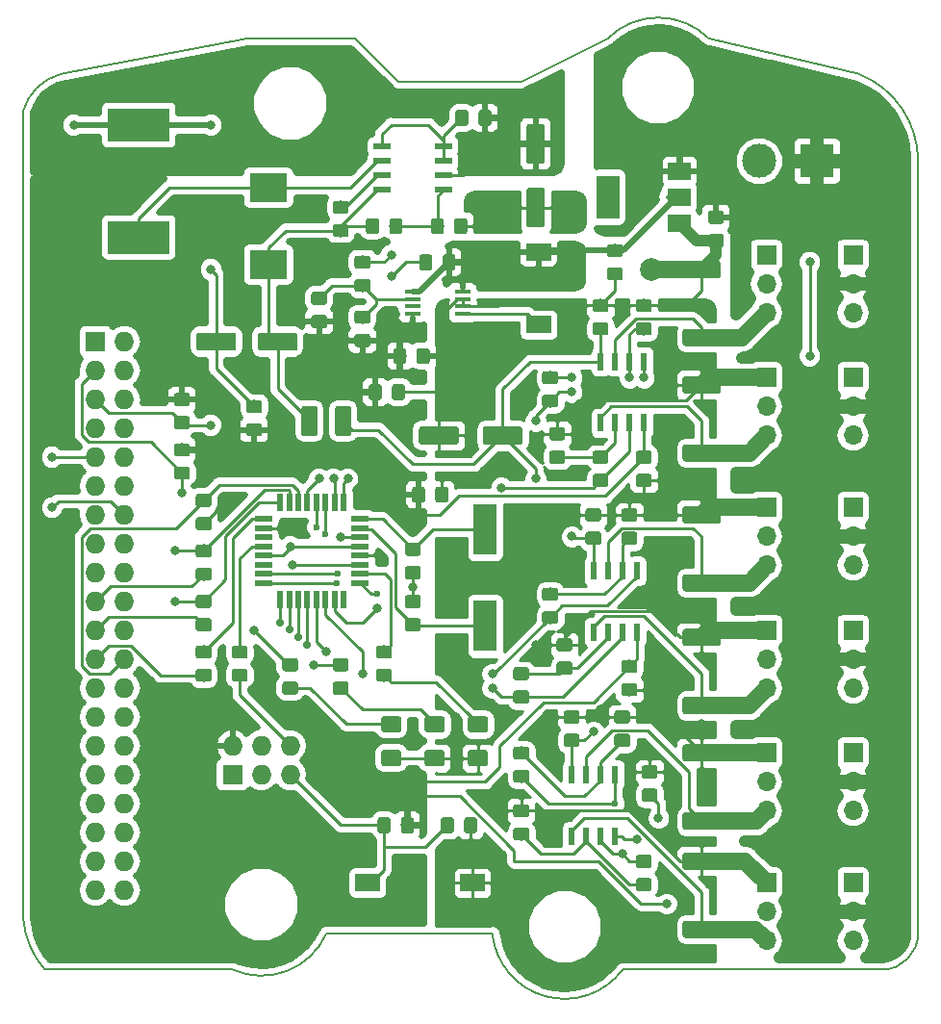
<source format=gbr>
%TF.GenerationSoftware,KiCad,Pcbnew,5.0.2-bee76a0~70~ubuntu18.04.1*%
%TF.CreationDate,2019-03-23T17:03:39+02:00*%
%TF.ProjectId,servos_control_schem,73657276-6f73-45f6-936f-6e74726f6c5f,rev?*%
%TF.SameCoordinates,Original*%
%TF.FileFunction,Copper,L1,Top*%
%TF.FilePolarity,Positive*%
%FSLAX46Y46*%
G04 Gerber Fmt 4.6, Leading zero omitted, Abs format (unit mm)*
G04 Created by KiCad (PCBNEW 5.0.2-bee76a0~70~ubuntu18.04.1) date Sat 23 Mar 2019 05:03:39 PM EET*
%MOMM*%
%LPD*%
G01*
G04 APERTURE LIST*
%TA.AperFunction,NonConductor*%
%ADD10C,0.150000*%
%TD*%
%TA.AperFunction,NonConductor*%
%ADD11C,0.200000*%
%TD*%
%TA.AperFunction,SMDPad,CuDef*%
%ADD12R,2.180000X1.600000*%
%TD*%
%TA.AperFunction,Conductor*%
%ADD13C,0.150000*%
%TD*%
%TA.AperFunction,SMDPad,CuDef*%
%ADD14C,1.525000*%
%TD*%
%TA.AperFunction,ComponentPad*%
%ADD15O,1.700000X1.700000*%
%TD*%
%TA.AperFunction,ComponentPad*%
%ADD16R,1.700000X1.700000*%
%TD*%
%TA.AperFunction,ComponentPad*%
%ADD17O,1.727200X1.727200*%
%TD*%
%TA.AperFunction,ComponentPad*%
%ADD18R,1.727200X1.727200*%
%TD*%
%TA.AperFunction,SMDPad,CuDef*%
%ADD19C,1.600000*%
%TD*%
%TA.AperFunction,SMDPad,CuDef*%
%ADD20C,1.150000*%
%TD*%
%TA.AperFunction,SMDPad,CuDef*%
%ADD21R,2.000000X4.500000*%
%TD*%
%TA.AperFunction,SMDPad,CuDef*%
%ADD22R,3.300000X2.500000*%
%TD*%
%TA.AperFunction,SMDPad,CuDef*%
%ADD23C,1.425000*%
%TD*%
%TA.AperFunction,SMDPad,CuDef*%
%ADD24R,5.400000X2.900000*%
%TD*%
%TA.AperFunction,SMDPad,CuDef*%
%ADD25R,2.200000X1.500000*%
%TD*%
%TA.AperFunction,SMDPad,CuDef*%
%ADD26R,1.600000X0.550000*%
%TD*%
%TA.AperFunction,SMDPad,CuDef*%
%ADD27R,0.550000X1.600000*%
%TD*%
%TA.AperFunction,SMDPad,CuDef*%
%ADD28R,1.450000X0.450000*%
%TD*%
%TA.AperFunction,SMDPad,CuDef*%
%ADD29R,0.600000X1.550000*%
%TD*%
%TA.AperFunction,SMDPad,CuDef*%
%ADD30R,1.550000X0.600000*%
%TD*%
%TA.AperFunction,SMDPad,CuDef*%
%ADD31R,2.000000X1.500000*%
%TD*%
%TA.AperFunction,SMDPad,CuDef*%
%ADD32R,2.000000X3.800000*%
%TD*%
%TA.AperFunction,ComponentPad*%
%ADD33C,3.000000*%
%TD*%
%TA.AperFunction,ComponentPad*%
%ADD34R,3.000000X3.000000*%
%TD*%
%TA.AperFunction,ViaPad*%
%ADD35C,0.800000*%
%TD*%
%TA.AperFunction,ViaPad*%
%ADD36C,2.000000*%
%TD*%
%TA.AperFunction,ViaPad*%
%ADD37C,0.600000*%
%TD*%
%TA.AperFunction,ViaPad*%
%ADD38C,0.700000*%
%TD*%
%TA.AperFunction,Conductor*%
%ADD39C,0.250000*%
%TD*%
%TA.AperFunction,Conductor*%
%ADD40C,0.500000*%
%TD*%
%TA.AperFunction,Conductor*%
%ADD41C,1.500000*%
%TD*%
%TA.AperFunction,Conductor*%
%ADD42C,1.000000*%
%TD*%
G04 APERTURE END LIST*
D10*
X187325000Y-135255000D02*
X188595000Y-135255000D01*
X191770000Y-64135000D02*
X191770000Y-132080000D01*
X191770000Y-132080000D02*
G75*
G02X188595000Y-135255000I-3175000J0D01*
G01*
D11*
X165760335Y-135274003D02*
G75*
G02X154305001Y-132079999I-5105335J3829003D01*
G01*
D10*
X113030001Y-59690000D02*
X113030001Y-130809999D01*
X113030001Y-59690000D02*
G75*
G02X116205001Y-56515001I4444999J-1270000D01*
G01*
X173355000Y-53340000D02*
X186690000Y-56515000D01*
X186690000Y-56515000D02*
G75*
G02X191770000Y-64135000I-3175000J-7620000D01*
G01*
X156845000Y-57150000D02*
X164465000Y-53340000D01*
X146050000Y-57150000D02*
X142240000Y-53340000D01*
X156845000Y-57150000D02*
X146050000Y-57150000D01*
X164465001Y-53340001D02*
G75*
G02X173354999Y-53340001I4444999J-4444999D01*
G01*
X114935000Y-135255000D02*
X125095000Y-135255000D01*
X114935001Y-135254998D02*
G75*
G02X113030001Y-130809999I5714999J5079998D01*
G01*
X132715000Y-53340000D02*
X116205000Y-56515000D01*
X142240000Y-53340000D02*
X132715000Y-53340000D01*
X165735000Y-135255000D02*
X169545000Y-135255000D01*
X140970000Y-132080000D02*
X154305000Y-132080000D01*
X131445000Y-135255000D02*
X130175000Y-135255000D01*
X139699999Y-132079999D02*
G75*
G02X131445001Y-135254999I-5714999J2539999D01*
G01*
X139700000Y-132080000D02*
X140970000Y-132080000D01*
X126365000Y-135255000D02*
X130175000Y-135255000D01*
X169545000Y-135255000D02*
X187325000Y-135255000D01*
X126365000Y-135255000D02*
X125095000Y-135255000D01*
D12*
%TO.P,RESET,1*%
%TO.N,GND*%
X152545000Y-127635000D03*
%TO.P,RESET,2*%
%TO.N,/RST*%
X143365000Y-127635000D03*
%TD*%
D13*
%TO.N,Net-(CSEN6-Pad3)*%
%TO.C,RShunt6*%
G36*
X174169505Y-130943704D02*
X174193773Y-130947304D01*
X174217572Y-130953265D01*
X174240671Y-130961530D01*
X174262850Y-130972020D01*
X174283893Y-130984632D01*
X174303599Y-130999247D01*
X174321777Y-131015723D01*
X174338253Y-131033901D01*
X174352868Y-131053607D01*
X174365480Y-131074650D01*
X174375970Y-131096829D01*
X174384235Y-131119928D01*
X174390196Y-131143727D01*
X174393796Y-131167995D01*
X174395000Y-131192499D01*
X174395000Y-132217501D01*
X174393796Y-132242005D01*
X174390196Y-132266273D01*
X174384235Y-132290072D01*
X174375970Y-132313171D01*
X174365480Y-132335350D01*
X174352868Y-132356393D01*
X174338253Y-132376099D01*
X174321777Y-132394277D01*
X174303599Y-132410753D01*
X174283893Y-132425368D01*
X174262850Y-132437980D01*
X174240671Y-132448470D01*
X174217572Y-132456735D01*
X174193773Y-132462696D01*
X174169505Y-132466296D01*
X174145001Y-132467500D01*
X171294999Y-132467500D01*
X171270495Y-132466296D01*
X171246227Y-132462696D01*
X171222428Y-132456735D01*
X171199329Y-132448470D01*
X171177150Y-132437980D01*
X171156107Y-132425368D01*
X171136401Y-132410753D01*
X171118223Y-132394277D01*
X171101747Y-132376099D01*
X171087132Y-132356393D01*
X171074520Y-132335350D01*
X171064030Y-132313171D01*
X171055765Y-132290072D01*
X171049804Y-132266273D01*
X171046204Y-132242005D01*
X171045000Y-132217501D01*
X171045000Y-131192499D01*
X171046204Y-131167995D01*
X171049804Y-131143727D01*
X171055765Y-131119928D01*
X171064030Y-131096829D01*
X171074520Y-131074650D01*
X171087132Y-131053607D01*
X171101747Y-131033901D01*
X171118223Y-131015723D01*
X171136401Y-130999247D01*
X171156107Y-130984632D01*
X171177150Y-130972020D01*
X171199329Y-130961530D01*
X171222428Y-130953265D01*
X171246227Y-130947304D01*
X171270495Y-130943704D01*
X171294999Y-130942500D01*
X174145001Y-130942500D01*
X174169505Y-130943704D01*
X174169505Y-130943704D01*
G37*
D14*
%TD*%
%TO.P,RShunt6,1*%
%TO.N,Net-(CSEN6-Pad3)*%
X172720000Y-131705000D03*
D13*
%TO.N,GND*%
%TO.C,RShunt6*%
G36*
X174169505Y-124968704D02*
X174193773Y-124972304D01*
X174217572Y-124978265D01*
X174240671Y-124986530D01*
X174262850Y-124997020D01*
X174283893Y-125009632D01*
X174303599Y-125024247D01*
X174321777Y-125040723D01*
X174338253Y-125058901D01*
X174352868Y-125078607D01*
X174365480Y-125099650D01*
X174375970Y-125121829D01*
X174384235Y-125144928D01*
X174390196Y-125168727D01*
X174393796Y-125192995D01*
X174395000Y-125217499D01*
X174395000Y-126242501D01*
X174393796Y-126267005D01*
X174390196Y-126291273D01*
X174384235Y-126315072D01*
X174375970Y-126338171D01*
X174365480Y-126360350D01*
X174352868Y-126381393D01*
X174338253Y-126401099D01*
X174321777Y-126419277D01*
X174303599Y-126435753D01*
X174283893Y-126450368D01*
X174262850Y-126462980D01*
X174240671Y-126473470D01*
X174217572Y-126481735D01*
X174193773Y-126487696D01*
X174169505Y-126491296D01*
X174145001Y-126492500D01*
X171294999Y-126492500D01*
X171270495Y-126491296D01*
X171246227Y-126487696D01*
X171222428Y-126481735D01*
X171199329Y-126473470D01*
X171177150Y-126462980D01*
X171156107Y-126450368D01*
X171136401Y-126435753D01*
X171118223Y-126419277D01*
X171101747Y-126401099D01*
X171087132Y-126381393D01*
X171074520Y-126360350D01*
X171064030Y-126338171D01*
X171055765Y-126315072D01*
X171049804Y-126291273D01*
X171046204Y-126267005D01*
X171045000Y-126242501D01*
X171045000Y-125217499D01*
X171046204Y-125192995D01*
X171049804Y-125168727D01*
X171055765Y-125144928D01*
X171064030Y-125121829D01*
X171074520Y-125099650D01*
X171087132Y-125078607D01*
X171101747Y-125058901D01*
X171118223Y-125040723D01*
X171136401Y-125024247D01*
X171156107Y-125009632D01*
X171177150Y-124997020D01*
X171199329Y-124986530D01*
X171222428Y-124978265D01*
X171246227Y-124972304D01*
X171270495Y-124968704D01*
X171294999Y-124967500D01*
X174145001Y-124967500D01*
X174169505Y-124968704D01*
X174169505Y-124968704D01*
G37*
D14*
%TD*%
%TO.P,RShunt6,2*%
%TO.N,GND*%
X172720000Y-125730000D03*
D15*
%TO.P,CSEN4,3*%
%TO.N,Net-(CSEN4-Pad3)*%
X178435000Y-110490000D03*
%TO.P,CSEN4,2*%
%TO.N,Net-(CSEN4-Pad2)*%
X178435000Y-107950000D03*
D16*
%TO.P,CSEN4,1*%
%TO.N,GND*%
X178435000Y-105410000D03*
%TD*%
%TO.P,CSEN2,1*%
%TO.N,GND*%
X178435000Y-83185000D03*
D15*
%TO.P,CSEN2,2*%
%TO.N,Net-(CSEN2-Pad2)*%
X178435000Y-85725000D03*
%TO.P,CSEN2,3*%
%TO.N,Net-(CSEN2-Pad3)*%
X178435000Y-88265000D03*
%TD*%
%TO.P,CSEN1,3*%
%TO.N,Net-(CSEN1-Pad3)*%
X178435000Y-77470000D03*
%TO.P,CSEN1,2*%
%TO.N,Net-(CSEN1-Pad2)*%
X178435000Y-74930000D03*
D16*
%TO.P,CSEN1,1*%
%TO.N,GND*%
X178435000Y-72390000D03*
%TD*%
%TO.P,CSEN3,1*%
%TO.N,GND*%
X178435000Y-94615000D03*
D15*
%TO.P,CSEN3,2*%
%TO.N,Net-(CSEN3-Pad2)*%
X178435000Y-97155000D03*
%TO.P,CSEN3,3*%
%TO.N,Net-(CSEN3-Pad3)*%
X178435000Y-99695000D03*
%TD*%
%TO.P,CSEN5,3*%
%TO.N,Net-(CSEN5-Pad3)*%
X178435000Y-121285000D03*
%TO.P,CSEN5,2*%
%TO.N,Net-(CSEN5-Pad2)*%
X178435000Y-118745000D03*
D16*
%TO.P,CSEN5,1*%
%TO.N,GND*%
X178435000Y-116205000D03*
%TD*%
%TO.P,CSEN6,1*%
%TO.N,GND*%
X178435000Y-127635000D03*
D15*
%TO.P,CSEN6,2*%
%TO.N,Net-(CSEN6-Pad2)*%
X178435000Y-130175000D03*
%TO.P,CSEN6,3*%
%TO.N,Net-(CSEN6-Pad3)*%
X178435000Y-132715000D03*
%TD*%
D17*
%TO.P,J2,40*%
%TO.N,Net-(J2-Pad40)*%
X121920000Y-128270000D03*
%TO.P,J2,39*%
%TO.N,GND*%
X119380000Y-128270000D03*
%TO.P,J2,38*%
%TO.N,Net-(J2-Pad38)*%
X121920000Y-125730000D03*
%TO.P,J2,37*%
%TO.N,Net-(J2-Pad37)*%
X119380000Y-125730000D03*
%TO.P,J2,36*%
%TO.N,Net-(J2-Pad36)*%
X121920000Y-123190000D03*
%TO.P,J2,35*%
%TO.N,Net-(J2-Pad35)*%
X119380000Y-123190000D03*
%TO.P,J2,34*%
%TO.N,GND*%
X121920000Y-120650000D03*
%TO.P,J2,33*%
%TO.N,Net-(J2-Pad33)*%
X119380000Y-120650000D03*
%TO.P,J2,32*%
%TO.N,Net-(J2-Pad32)*%
X121920000Y-118110000D03*
%TO.P,J2,31*%
%TO.N,Net-(J2-Pad31)*%
X119380000Y-118110000D03*
%TO.P,J2,30*%
%TO.N,Net-(J2-Pad30)*%
X121920000Y-115570000D03*
%TO.P,J2,29*%
%TO.N,Net-(J2-Pad29)*%
X119380000Y-115570000D03*
%TO.P,J2,28*%
%TO.N,Net-(J2-Pad28)*%
X121920000Y-113030000D03*
%TO.P,J2,27*%
%TO.N,Net-(J2-Pad27)*%
X119380000Y-113030000D03*
%TO.P,J2,26*%
%TO.N,Net-(J2-Pad26)*%
X121920000Y-110490000D03*
%TO.P,J2,25*%
%TO.N,Net-(J2-Pad25)*%
X119380000Y-110490000D03*
%TO.P,J2,24*%
%TO.N,/SS*%
X121920000Y-107950000D03*
%TO.P,J2,23*%
%TO.N,/SCK*%
X119380000Y-107950000D03*
%TO.P,J2,22*%
%TO.N,Net-(J2-Pad22)*%
X121920000Y-105410000D03*
%TO.P,J2,21*%
%TO.N,/MISO*%
X119380000Y-105410000D03*
%TO.P,J2,20*%
%TO.N,GND*%
X121920000Y-102870000D03*
%TO.P,J2,19*%
%TO.N,/MOSI*%
X119380000Y-102870000D03*
%TO.P,J2,18*%
%TO.N,Net-(J2-Pad18)*%
X121920000Y-100330000D03*
%TO.P,J2,17*%
%TO.N,Net-(J2-Pad17)*%
X119380000Y-100330000D03*
%TO.P,J2,16*%
%TO.N,Net-(J2-Pad16)*%
X121920000Y-97790000D03*
%TO.P,J2,15*%
%TO.N,Net-(J2-Pad15)*%
X119380000Y-97790000D03*
%TO.P,J2,14*%
%TO.N,GND*%
X121920000Y-95250000D03*
%TO.P,J2,13*%
%TO.N,Net-(J2-Pad13)*%
X119380000Y-95250000D03*
%TO.P,J2,12*%
%TO.N,Net-(J2-Pad12)*%
X121920000Y-92710000D03*
%TO.P,J2,11*%
%TO.N,Net-(J2-Pad11)*%
X119380000Y-92710000D03*
%TO.P,J2,10*%
%TO.N,/TX*%
X121920000Y-90170000D03*
%TO.P,J2,9*%
%TO.N,GND*%
X119380000Y-90170000D03*
%TO.P,J2,8*%
%TO.N,/RX*%
X121920000Y-87630000D03*
%TO.P,J2,7*%
%TO.N,Net-(J2-Pad7)*%
X119380000Y-87630000D03*
%TO.P,J2,6*%
%TO.N,GND*%
X121920000Y-85090000D03*
%TO.P,J2,5*%
%TO.N,/SCL*%
X119380000Y-85090000D03*
%TO.P,J2,4*%
%TO.N,Net-(J2-Pad4)*%
X121920000Y-82550000D03*
%TO.P,J2,3*%
%TO.N,/SDA*%
X119380000Y-82550000D03*
%TO.P,J2,2*%
%TO.N,Net-(J2-Pad2)*%
X121920000Y-80010000D03*
D18*
%TO.P,J2,1*%
%TO.N,Net-(J2-Pad1)*%
X119380000Y-80010000D03*
%TD*%
D13*
%TO.N,GND*%
%TO.C,C2*%
G36*
X151124504Y-87466204D02*
X151148773Y-87469804D01*
X151172571Y-87475765D01*
X151195671Y-87484030D01*
X151217849Y-87494520D01*
X151238893Y-87507133D01*
X151258598Y-87521747D01*
X151276777Y-87538223D01*
X151293253Y-87556402D01*
X151307867Y-87576107D01*
X151320480Y-87597151D01*
X151330970Y-87619329D01*
X151339235Y-87642429D01*
X151345196Y-87666227D01*
X151348796Y-87690496D01*
X151350000Y-87715000D01*
X151350000Y-88815000D01*
X151348796Y-88839504D01*
X151345196Y-88863773D01*
X151339235Y-88887571D01*
X151330970Y-88910671D01*
X151320480Y-88932849D01*
X151307867Y-88953893D01*
X151293253Y-88973598D01*
X151276777Y-88991777D01*
X151258598Y-89008253D01*
X151238893Y-89022867D01*
X151217849Y-89035480D01*
X151195671Y-89045970D01*
X151172571Y-89054235D01*
X151148773Y-89060196D01*
X151124504Y-89063796D01*
X151100000Y-89065000D01*
X148100000Y-89065000D01*
X148075496Y-89063796D01*
X148051227Y-89060196D01*
X148027429Y-89054235D01*
X148004329Y-89045970D01*
X147982151Y-89035480D01*
X147961107Y-89022867D01*
X147941402Y-89008253D01*
X147923223Y-88991777D01*
X147906747Y-88973598D01*
X147892133Y-88953893D01*
X147879520Y-88932849D01*
X147869030Y-88910671D01*
X147860765Y-88887571D01*
X147854804Y-88863773D01*
X147851204Y-88839504D01*
X147850000Y-88815000D01*
X147850000Y-87715000D01*
X147851204Y-87690496D01*
X147854804Y-87666227D01*
X147860765Y-87642429D01*
X147869030Y-87619329D01*
X147879520Y-87597151D01*
X147892133Y-87576107D01*
X147906747Y-87556402D01*
X147923223Y-87538223D01*
X147941402Y-87521747D01*
X147961107Y-87507133D01*
X147982151Y-87494520D01*
X148004329Y-87484030D01*
X148027429Y-87475765D01*
X148051227Y-87469804D01*
X148075496Y-87466204D01*
X148100000Y-87465000D01*
X151100000Y-87465000D01*
X151124504Y-87466204D01*
X151124504Y-87466204D01*
G37*
D19*
%TD*%
%TO.P,C2,1*%
%TO.N,GND*%
X149600000Y-88265000D03*
D13*
%TO.N,-5V*%
%TO.C,C2*%
G36*
X156724504Y-87466204D02*
X156748773Y-87469804D01*
X156772571Y-87475765D01*
X156795671Y-87484030D01*
X156817849Y-87494520D01*
X156838893Y-87507133D01*
X156858598Y-87521747D01*
X156876777Y-87538223D01*
X156893253Y-87556402D01*
X156907867Y-87576107D01*
X156920480Y-87597151D01*
X156930970Y-87619329D01*
X156939235Y-87642429D01*
X156945196Y-87666227D01*
X156948796Y-87690496D01*
X156950000Y-87715000D01*
X156950000Y-88815000D01*
X156948796Y-88839504D01*
X156945196Y-88863773D01*
X156939235Y-88887571D01*
X156930970Y-88910671D01*
X156920480Y-88932849D01*
X156907867Y-88953893D01*
X156893253Y-88973598D01*
X156876777Y-88991777D01*
X156858598Y-89008253D01*
X156838893Y-89022867D01*
X156817849Y-89035480D01*
X156795671Y-89045970D01*
X156772571Y-89054235D01*
X156748773Y-89060196D01*
X156724504Y-89063796D01*
X156700000Y-89065000D01*
X153700000Y-89065000D01*
X153675496Y-89063796D01*
X153651227Y-89060196D01*
X153627429Y-89054235D01*
X153604329Y-89045970D01*
X153582151Y-89035480D01*
X153561107Y-89022867D01*
X153541402Y-89008253D01*
X153523223Y-88991777D01*
X153506747Y-88973598D01*
X153492133Y-88953893D01*
X153479520Y-88932849D01*
X153469030Y-88910671D01*
X153460765Y-88887571D01*
X153454804Y-88863773D01*
X153451204Y-88839504D01*
X153450000Y-88815000D01*
X153450000Y-87715000D01*
X153451204Y-87690496D01*
X153454804Y-87666227D01*
X153460765Y-87642429D01*
X153469030Y-87619329D01*
X153479520Y-87597151D01*
X153492133Y-87576107D01*
X153506747Y-87556402D01*
X153523223Y-87538223D01*
X153541402Y-87521747D01*
X153561107Y-87507133D01*
X153582151Y-87494520D01*
X153604329Y-87484030D01*
X153627429Y-87475765D01*
X153651227Y-87469804D01*
X153675496Y-87466204D01*
X153700000Y-87465000D01*
X156700000Y-87465000D01*
X156724504Y-87466204D01*
X156724504Y-87466204D01*
G37*
D19*
%TD*%
%TO.P,C2,2*%
%TO.N,-5V*%
X155200000Y-88265000D03*
D13*
%TO.N,GND*%
%TO.C,C6*%
G36*
X158689504Y-66456204D02*
X158713773Y-66459804D01*
X158737571Y-66465765D01*
X158760671Y-66474030D01*
X158782849Y-66484520D01*
X158803893Y-66497133D01*
X158823598Y-66511747D01*
X158841777Y-66528223D01*
X158858253Y-66546402D01*
X158872867Y-66566107D01*
X158885480Y-66587151D01*
X158895970Y-66609329D01*
X158904235Y-66632429D01*
X158910196Y-66656227D01*
X158913796Y-66680496D01*
X158915000Y-66705000D01*
X158915000Y-69705000D01*
X158913796Y-69729504D01*
X158910196Y-69753773D01*
X158904235Y-69777571D01*
X158895970Y-69800671D01*
X158885480Y-69822849D01*
X158872867Y-69843893D01*
X158858253Y-69863598D01*
X158841777Y-69881777D01*
X158823598Y-69898253D01*
X158803893Y-69912867D01*
X158782849Y-69925480D01*
X158760671Y-69935970D01*
X158737571Y-69944235D01*
X158713773Y-69950196D01*
X158689504Y-69953796D01*
X158665000Y-69955000D01*
X157565000Y-69955000D01*
X157540496Y-69953796D01*
X157516227Y-69950196D01*
X157492429Y-69944235D01*
X157469329Y-69935970D01*
X157447151Y-69925480D01*
X157426107Y-69912867D01*
X157406402Y-69898253D01*
X157388223Y-69881777D01*
X157371747Y-69863598D01*
X157357133Y-69843893D01*
X157344520Y-69822849D01*
X157334030Y-69800671D01*
X157325765Y-69777571D01*
X157319804Y-69753773D01*
X157316204Y-69729504D01*
X157315000Y-69705000D01*
X157315000Y-66705000D01*
X157316204Y-66680496D01*
X157319804Y-66656227D01*
X157325765Y-66632429D01*
X157334030Y-66609329D01*
X157344520Y-66587151D01*
X157357133Y-66566107D01*
X157371747Y-66546402D01*
X157388223Y-66528223D01*
X157406402Y-66511747D01*
X157426107Y-66497133D01*
X157447151Y-66484520D01*
X157469329Y-66474030D01*
X157492429Y-66465765D01*
X157516227Y-66459804D01*
X157540496Y-66456204D01*
X157565000Y-66455000D01*
X158665000Y-66455000D01*
X158689504Y-66456204D01*
X158689504Y-66456204D01*
G37*
D19*
%TD*%
%TO.P,C6,2*%
%TO.N,GND*%
X158115000Y-68205000D03*
D13*
%TO.N,+5V*%
%TO.C,C6*%
G36*
X158689504Y-60856204D02*
X158713773Y-60859804D01*
X158737571Y-60865765D01*
X158760671Y-60874030D01*
X158782849Y-60884520D01*
X158803893Y-60897133D01*
X158823598Y-60911747D01*
X158841777Y-60928223D01*
X158858253Y-60946402D01*
X158872867Y-60966107D01*
X158885480Y-60987151D01*
X158895970Y-61009329D01*
X158904235Y-61032429D01*
X158910196Y-61056227D01*
X158913796Y-61080496D01*
X158915000Y-61105000D01*
X158915000Y-64105000D01*
X158913796Y-64129504D01*
X158910196Y-64153773D01*
X158904235Y-64177571D01*
X158895970Y-64200671D01*
X158885480Y-64222849D01*
X158872867Y-64243893D01*
X158858253Y-64263598D01*
X158841777Y-64281777D01*
X158823598Y-64298253D01*
X158803893Y-64312867D01*
X158782849Y-64325480D01*
X158760671Y-64335970D01*
X158737571Y-64344235D01*
X158713773Y-64350196D01*
X158689504Y-64353796D01*
X158665000Y-64355000D01*
X157565000Y-64355000D01*
X157540496Y-64353796D01*
X157516227Y-64350196D01*
X157492429Y-64344235D01*
X157469329Y-64335970D01*
X157447151Y-64325480D01*
X157426107Y-64312867D01*
X157406402Y-64298253D01*
X157388223Y-64281777D01*
X157371747Y-64263598D01*
X157357133Y-64243893D01*
X157344520Y-64222849D01*
X157334030Y-64200671D01*
X157325765Y-64177571D01*
X157319804Y-64153773D01*
X157316204Y-64129504D01*
X157315000Y-64105000D01*
X157315000Y-61105000D01*
X157316204Y-61080496D01*
X157319804Y-61056227D01*
X157325765Y-61032429D01*
X157334030Y-61009329D01*
X157344520Y-60987151D01*
X157357133Y-60966107D01*
X157371747Y-60946402D01*
X157388223Y-60928223D01*
X157406402Y-60911747D01*
X157426107Y-60897133D01*
X157447151Y-60884520D01*
X157469329Y-60874030D01*
X157492429Y-60865765D01*
X157516227Y-60859804D01*
X157540496Y-60856204D01*
X157565000Y-60855000D01*
X158665000Y-60855000D01*
X158689504Y-60856204D01*
X158689504Y-60856204D01*
G37*
D19*
%TD*%
%TO.P,C6,1*%
%TO.N,+5V*%
X158115000Y-62605000D03*
D13*
%TO.N,GND*%
%TO.C,Co1*%
G36*
X131539504Y-79211204D02*
X131563773Y-79214804D01*
X131587571Y-79220765D01*
X131610671Y-79229030D01*
X131632849Y-79239520D01*
X131653893Y-79252133D01*
X131673598Y-79266747D01*
X131691777Y-79283223D01*
X131708253Y-79301402D01*
X131722867Y-79321107D01*
X131735480Y-79342151D01*
X131745970Y-79364329D01*
X131754235Y-79387429D01*
X131760196Y-79411227D01*
X131763796Y-79435496D01*
X131765000Y-79460000D01*
X131765000Y-80560000D01*
X131763796Y-80584504D01*
X131760196Y-80608773D01*
X131754235Y-80632571D01*
X131745970Y-80655671D01*
X131735480Y-80677849D01*
X131722867Y-80698893D01*
X131708253Y-80718598D01*
X131691777Y-80736777D01*
X131673598Y-80753253D01*
X131653893Y-80767867D01*
X131632849Y-80780480D01*
X131610671Y-80790970D01*
X131587571Y-80799235D01*
X131563773Y-80805196D01*
X131539504Y-80808796D01*
X131515000Y-80810000D01*
X128515000Y-80810000D01*
X128490496Y-80808796D01*
X128466227Y-80805196D01*
X128442429Y-80799235D01*
X128419329Y-80790970D01*
X128397151Y-80780480D01*
X128376107Y-80767867D01*
X128356402Y-80753253D01*
X128338223Y-80736777D01*
X128321747Y-80718598D01*
X128307133Y-80698893D01*
X128294520Y-80677849D01*
X128284030Y-80655671D01*
X128275765Y-80632571D01*
X128269804Y-80608773D01*
X128266204Y-80584504D01*
X128265000Y-80560000D01*
X128265000Y-79460000D01*
X128266204Y-79435496D01*
X128269804Y-79411227D01*
X128275765Y-79387429D01*
X128284030Y-79364329D01*
X128294520Y-79342151D01*
X128307133Y-79321107D01*
X128321747Y-79301402D01*
X128338223Y-79283223D01*
X128356402Y-79266747D01*
X128376107Y-79252133D01*
X128397151Y-79239520D01*
X128419329Y-79229030D01*
X128442429Y-79220765D01*
X128466227Y-79214804D01*
X128490496Y-79211204D01*
X128515000Y-79210000D01*
X131515000Y-79210000D01*
X131539504Y-79211204D01*
X131539504Y-79211204D01*
G37*
D19*
%TD*%
%TO.P,Co1,1*%
%TO.N,GND*%
X130015000Y-80010000D03*
D13*
%TO.N,Net-(CT1-Pad2)*%
%TO.C,Co1*%
G36*
X136939504Y-79211204D02*
X136963773Y-79214804D01*
X136987571Y-79220765D01*
X137010671Y-79229030D01*
X137032849Y-79239520D01*
X137053893Y-79252133D01*
X137073598Y-79266747D01*
X137091777Y-79283223D01*
X137108253Y-79301402D01*
X137122867Y-79321107D01*
X137135480Y-79342151D01*
X137145970Y-79364329D01*
X137154235Y-79387429D01*
X137160196Y-79411227D01*
X137163796Y-79435496D01*
X137165000Y-79460000D01*
X137165000Y-80560000D01*
X137163796Y-80584504D01*
X137160196Y-80608773D01*
X137154235Y-80632571D01*
X137145970Y-80655671D01*
X137135480Y-80677849D01*
X137122867Y-80698893D01*
X137108253Y-80718598D01*
X137091777Y-80736777D01*
X137073598Y-80753253D01*
X137053893Y-80767867D01*
X137032849Y-80780480D01*
X137010671Y-80790970D01*
X136987571Y-80799235D01*
X136963773Y-80805196D01*
X136939504Y-80808796D01*
X136915000Y-80810000D01*
X133915000Y-80810000D01*
X133890496Y-80808796D01*
X133866227Y-80805196D01*
X133842429Y-80799235D01*
X133819329Y-80790970D01*
X133797151Y-80780480D01*
X133776107Y-80767867D01*
X133756402Y-80753253D01*
X133738223Y-80736777D01*
X133721747Y-80718598D01*
X133707133Y-80698893D01*
X133694520Y-80677849D01*
X133684030Y-80655671D01*
X133675765Y-80632571D01*
X133669804Y-80608773D01*
X133666204Y-80584504D01*
X133665000Y-80560000D01*
X133665000Y-79460000D01*
X133666204Y-79435496D01*
X133669804Y-79411227D01*
X133675765Y-79387429D01*
X133684030Y-79364329D01*
X133694520Y-79342151D01*
X133707133Y-79321107D01*
X133721747Y-79301402D01*
X133738223Y-79283223D01*
X133756402Y-79266747D01*
X133776107Y-79252133D01*
X133797151Y-79239520D01*
X133819329Y-79229030D01*
X133842429Y-79220765D01*
X133866227Y-79214804D01*
X133890496Y-79211204D01*
X133915000Y-79210000D01*
X136915000Y-79210000D01*
X136939504Y-79211204D01*
X136939504Y-79211204D01*
G37*
D19*
%TD*%
%TO.P,Co1,2*%
%TO.N,Net-(CT1-Pad2)*%
X135415000Y-80010000D03*
D13*
%TO.N,+3V3*%
%TO.C,C12*%
G36*
X150844505Y-72326204D02*
X150868773Y-72329804D01*
X150892572Y-72335765D01*
X150915671Y-72344030D01*
X150937850Y-72354520D01*
X150958893Y-72367132D01*
X150978599Y-72381747D01*
X150996777Y-72398223D01*
X151013253Y-72416401D01*
X151027868Y-72436107D01*
X151040480Y-72457150D01*
X151050970Y-72479329D01*
X151059235Y-72502428D01*
X151065196Y-72526227D01*
X151068796Y-72550495D01*
X151070000Y-72574999D01*
X151070000Y-73475001D01*
X151068796Y-73499505D01*
X151065196Y-73523773D01*
X151059235Y-73547572D01*
X151050970Y-73570671D01*
X151040480Y-73592850D01*
X151027868Y-73613893D01*
X151013253Y-73633599D01*
X150996777Y-73651777D01*
X150978599Y-73668253D01*
X150958893Y-73682868D01*
X150937850Y-73695480D01*
X150915671Y-73705970D01*
X150892572Y-73714235D01*
X150868773Y-73720196D01*
X150844505Y-73723796D01*
X150820001Y-73725000D01*
X150169999Y-73725000D01*
X150145495Y-73723796D01*
X150121227Y-73720196D01*
X150097428Y-73714235D01*
X150074329Y-73705970D01*
X150052150Y-73695480D01*
X150031107Y-73682868D01*
X150011401Y-73668253D01*
X149993223Y-73651777D01*
X149976747Y-73633599D01*
X149962132Y-73613893D01*
X149949520Y-73592850D01*
X149939030Y-73570671D01*
X149930765Y-73547572D01*
X149924804Y-73523773D01*
X149921204Y-73499505D01*
X149920000Y-73475001D01*
X149920000Y-72574999D01*
X149921204Y-72550495D01*
X149924804Y-72526227D01*
X149930765Y-72502428D01*
X149939030Y-72479329D01*
X149949520Y-72457150D01*
X149962132Y-72436107D01*
X149976747Y-72416401D01*
X149993223Y-72398223D01*
X150011401Y-72381747D01*
X150031107Y-72367132D01*
X150052150Y-72354520D01*
X150074329Y-72344030D01*
X150097428Y-72335765D01*
X150121227Y-72329804D01*
X150145495Y-72326204D01*
X150169999Y-72325000D01*
X150820001Y-72325000D01*
X150844505Y-72326204D01*
X150844505Y-72326204D01*
G37*
D20*
%TD*%
%TO.P,C12,1*%
%TO.N,+3V3*%
X150495000Y-73025000D03*
D13*
%TO.N,GND*%
%TO.C,C12*%
G36*
X148794505Y-72326204D02*
X148818773Y-72329804D01*
X148842572Y-72335765D01*
X148865671Y-72344030D01*
X148887850Y-72354520D01*
X148908893Y-72367132D01*
X148928599Y-72381747D01*
X148946777Y-72398223D01*
X148963253Y-72416401D01*
X148977868Y-72436107D01*
X148990480Y-72457150D01*
X149000970Y-72479329D01*
X149009235Y-72502428D01*
X149015196Y-72526227D01*
X149018796Y-72550495D01*
X149020000Y-72574999D01*
X149020000Y-73475001D01*
X149018796Y-73499505D01*
X149015196Y-73523773D01*
X149009235Y-73547572D01*
X149000970Y-73570671D01*
X148990480Y-73592850D01*
X148977868Y-73613893D01*
X148963253Y-73633599D01*
X148946777Y-73651777D01*
X148928599Y-73668253D01*
X148908893Y-73682868D01*
X148887850Y-73695480D01*
X148865671Y-73705970D01*
X148842572Y-73714235D01*
X148818773Y-73720196D01*
X148794505Y-73723796D01*
X148770001Y-73725000D01*
X148119999Y-73725000D01*
X148095495Y-73723796D01*
X148071227Y-73720196D01*
X148047428Y-73714235D01*
X148024329Y-73705970D01*
X148002150Y-73695480D01*
X147981107Y-73682868D01*
X147961401Y-73668253D01*
X147943223Y-73651777D01*
X147926747Y-73633599D01*
X147912132Y-73613893D01*
X147899520Y-73592850D01*
X147889030Y-73570671D01*
X147880765Y-73547572D01*
X147874804Y-73523773D01*
X147871204Y-73499505D01*
X147870000Y-73475001D01*
X147870000Y-72574999D01*
X147871204Y-72550495D01*
X147874804Y-72526227D01*
X147880765Y-72502428D01*
X147889030Y-72479329D01*
X147899520Y-72457150D01*
X147912132Y-72436107D01*
X147926747Y-72416401D01*
X147943223Y-72398223D01*
X147961401Y-72381747D01*
X147981107Y-72367132D01*
X148002150Y-72354520D01*
X148024329Y-72344030D01*
X148047428Y-72335765D01*
X148071227Y-72329804D01*
X148095495Y-72326204D01*
X148119999Y-72325000D01*
X148770001Y-72325000D01*
X148794505Y-72326204D01*
X148794505Y-72326204D01*
G37*
D20*
%TD*%
%TO.P,C12,2*%
%TO.N,GND*%
X148445000Y-73025000D03*
D13*
%TO.N,GND*%
%TO.C,C10*%
G36*
X150209505Y-92773204D02*
X150233773Y-92776804D01*
X150257572Y-92782765D01*
X150280671Y-92791030D01*
X150302850Y-92801520D01*
X150323893Y-92814132D01*
X150343599Y-92828747D01*
X150361777Y-92845223D01*
X150378253Y-92863401D01*
X150392868Y-92883107D01*
X150405480Y-92904150D01*
X150415970Y-92926329D01*
X150424235Y-92949428D01*
X150430196Y-92973227D01*
X150433796Y-92997495D01*
X150435000Y-93021999D01*
X150435000Y-93922001D01*
X150433796Y-93946505D01*
X150430196Y-93970773D01*
X150424235Y-93994572D01*
X150415970Y-94017671D01*
X150405480Y-94039850D01*
X150392868Y-94060893D01*
X150378253Y-94080599D01*
X150361777Y-94098777D01*
X150343599Y-94115253D01*
X150323893Y-94129868D01*
X150302850Y-94142480D01*
X150280671Y-94152970D01*
X150257572Y-94161235D01*
X150233773Y-94167196D01*
X150209505Y-94170796D01*
X150185001Y-94172000D01*
X149534999Y-94172000D01*
X149510495Y-94170796D01*
X149486227Y-94167196D01*
X149462428Y-94161235D01*
X149439329Y-94152970D01*
X149417150Y-94142480D01*
X149396107Y-94129868D01*
X149376401Y-94115253D01*
X149358223Y-94098777D01*
X149341747Y-94080599D01*
X149327132Y-94060893D01*
X149314520Y-94039850D01*
X149304030Y-94017671D01*
X149295765Y-93994572D01*
X149289804Y-93970773D01*
X149286204Y-93946505D01*
X149285000Y-93922001D01*
X149285000Y-93021999D01*
X149286204Y-92997495D01*
X149289804Y-92973227D01*
X149295765Y-92949428D01*
X149304030Y-92926329D01*
X149314520Y-92904150D01*
X149327132Y-92883107D01*
X149341747Y-92863401D01*
X149358223Y-92845223D01*
X149376401Y-92828747D01*
X149396107Y-92814132D01*
X149417150Y-92801520D01*
X149439329Y-92791030D01*
X149462428Y-92782765D01*
X149486227Y-92776804D01*
X149510495Y-92773204D01*
X149534999Y-92772000D01*
X150185001Y-92772000D01*
X150209505Y-92773204D01*
X150209505Y-92773204D01*
G37*
D20*
%TD*%
%TO.P,C10,2*%
%TO.N,GND*%
X149860000Y-93472000D03*
D13*
%TO.N,+5V*%
%TO.C,C10*%
G36*
X148159505Y-92773204D02*
X148183773Y-92776804D01*
X148207572Y-92782765D01*
X148230671Y-92791030D01*
X148252850Y-92801520D01*
X148273893Y-92814132D01*
X148293599Y-92828747D01*
X148311777Y-92845223D01*
X148328253Y-92863401D01*
X148342868Y-92883107D01*
X148355480Y-92904150D01*
X148365970Y-92926329D01*
X148374235Y-92949428D01*
X148380196Y-92973227D01*
X148383796Y-92997495D01*
X148385000Y-93021999D01*
X148385000Y-93922001D01*
X148383796Y-93946505D01*
X148380196Y-93970773D01*
X148374235Y-93994572D01*
X148365970Y-94017671D01*
X148355480Y-94039850D01*
X148342868Y-94060893D01*
X148328253Y-94080599D01*
X148311777Y-94098777D01*
X148293599Y-94115253D01*
X148273893Y-94129868D01*
X148252850Y-94142480D01*
X148230671Y-94152970D01*
X148207572Y-94161235D01*
X148183773Y-94167196D01*
X148159505Y-94170796D01*
X148135001Y-94172000D01*
X147484999Y-94172000D01*
X147460495Y-94170796D01*
X147436227Y-94167196D01*
X147412428Y-94161235D01*
X147389329Y-94152970D01*
X147367150Y-94142480D01*
X147346107Y-94129868D01*
X147326401Y-94115253D01*
X147308223Y-94098777D01*
X147291747Y-94080599D01*
X147277132Y-94060893D01*
X147264520Y-94039850D01*
X147254030Y-94017671D01*
X147245765Y-93994572D01*
X147239804Y-93970773D01*
X147236204Y-93946505D01*
X147235000Y-93922001D01*
X147235000Y-93021999D01*
X147236204Y-92997495D01*
X147239804Y-92973227D01*
X147245765Y-92949428D01*
X147254030Y-92926329D01*
X147264520Y-92904150D01*
X147277132Y-92883107D01*
X147291747Y-92863401D01*
X147308223Y-92845223D01*
X147326401Y-92828747D01*
X147346107Y-92814132D01*
X147367150Y-92801520D01*
X147389329Y-92791030D01*
X147412428Y-92782765D01*
X147436227Y-92776804D01*
X147460495Y-92773204D01*
X147484999Y-92772000D01*
X148135001Y-92772000D01*
X148159505Y-92773204D01*
X148159505Y-92773204D01*
G37*
D20*
%TD*%
%TO.P,C10,1*%
%TO.N,+5V*%
X147810000Y-93472000D03*
D13*
%TO.N,GND*%
%TO.C,C9*%
G36*
X148562134Y-80581204D02*
X148586402Y-80584804D01*
X148610201Y-80590765D01*
X148633300Y-80599030D01*
X148655479Y-80609520D01*
X148676522Y-80622132D01*
X148696228Y-80636747D01*
X148714406Y-80653223D01*
X148730882Y-80671401D01*
X148745497Y-80691107D01*
X148758109Y-80712150D01*
X148768599Y-80734329D01*
X148776864Y-80757428D01*
X148782825Y-80781227D01*
X148786425Y-80805495D01*
X148787629Y-80829999D01*
X148787629Y-81730001D01*
X148786425Y-81754505D01*
X148782825Y-81778773D01*
X148776864Y-81802572D01*
X148768599Y-81825671D01*
X148758109Y-81847850D01*
X148745497Y-81868893D01*
X148730882Y-81888599D01*
X148714406Y-81906777D01*
X148696228Y-81923253D01*
X148676522Y-81937868D01*
X148655479Y-81950480D01*
X148633300Y-81960970D01*
X148610201Y-81969235D01*
X148586402Y-81975196D01*
X148562134Y-81978796D01*
X148537630Y-81980000D01*
X147887628Y-81980000D01*
X147863124Y-81978796D01*
X147838856Y-81975196D01*
X147815057Y-81969235D01*
X147791958Y-81960970D01*
X147769779Y-81950480D01*
X147748736Y-81937868D01*
X147729030Y-81923253D01*
X147710852Y-81906777D01*
X147694376Y-81888599D01*
X147679761Y-81868893D01*
X147667149Y-81847850D01*
X147656659Y-81825671D01*
X147648394Y-81802572D01*
X147642433Y-81778773D01*
X147638833Y-81754505D01*
X147637629Y-81730001D01*
X147637629Y-80829999D01*
X147638833Y-80805495D01*
X147642433Y-80781227D01*
X147648394Y-80757428D01*
X147656659Y-80734329D01*
X147667149Y-80712150D01*
X147679761Y-80691107D01*
X147694376Y-80671401D01*
X147710852Y-80653223D01*
X147729030Y-80636747D01*
X147748736Y-80622132D01*
X147769779Y-80609520D01*
X147791958Y-80599030D01*
X147815057Y-80590765D01*
X147838856Y-80584804D01*
X147863124Y-80581204D01*
X147887628Y-80580000D01*
X148537630Y-80580000D01*
X148562134Y-80581204D01*
X148562134Y-80581204D01*
G37*
D20*
%TD*%
%TO.P,C9,1*%
%TO.N,GND*%
X148212629Y-81280000D03*
D13*
%TO.N,+5V*%
%TO.C,C9*%
G36*
X146512134Y-80581204D02*
X146536402Y-80584804D01*
X146560201Y-80590765D01*
X146583300Y-80599030D01*
X146605479Y-80609520D01*
X146626522Y-80622132D01*
X146646228Y-80636747D01*
X146664406Y-80653223D01*
X146680882Y-80671401D01*
X146695497Y-80691107D01*
X146708109Y-80712150D01*
X146718599Y-80734329D01*
X146726864Y-80757428D01*
X146732825Y-80781227D01*
X146736425Y-80805495D01*
X146737629Y-80829999D01*
X146737629Y-81730001D01*
X146736425Y-81754505D01*
X146732825Y-81778773D01*
X146726864Y-81802572D01*
X146718599Y-81825671D01*
X146708109Y-81847850D01*
X146695497Y-81868893D01*
X146680882Y-81888599D01*
X146664406Y-81906777D01*
X146646228Y-81923253D01*
X146626522Y-81937868D01*
X146605479Y-81950480D01*
X146583300Y-81960970D01*
X146560201Y-81969235D01*
X146536402Y-81975196D01*
X146512134Y-81978796D01*
X146487630Y-81980000D01*
X145837628Y-81980000D01*
X145813124Y-81978796D01*
X145788856Y-81975196D01*
X145765057Y-81969235D01*
X145741958Y-81960970D01*
X145719779Y-81950480D01*
X145698736Y-81937868D01*
X145679030Y-81923253D01*
X145660852Y-81906777D01*
X145644376Y-81888599D01*
X145629761Y-81868893D01*
X145617149Y-81847850D01*
X145606659Y-81825671D01*
X145598394Y-81802572D01*
X145592433Y-81778773D01*
X145588833Y-81754505D01*
X145587629Y-81730001D01*
X145587629Y-80829999D01*
X145588833Y-80805495D01*
X145592433Y-80781227D01*
X145598394Y-80757428D01*
X145606659Y-80734329D01*
X145617149Y-80712150D01*
X145629761Y-80691107D01*
X145644376Y-80671401D01*
X145660852Y-80653223D01*
X145679030Y-80636747D01*
X145698736Y-80622132D01*
X145719779Y-80609520D01*
X145741958Y-80599030D01*
X145765057Y-80590765D01*
X145788856Y-80584804D01*
X145813124Y-80581204D01*
X145837628Y-80580000D01*
X146487630Y-80580000D01*
X146512134Y-80581204D01*
X146512134Y-80581204D01*
G37*
D20*
%TD*%
%TO.P,C9,2*%
%TO.N,+5V*%
X146162629Y-81280000D03*
D13*
%TO.N,GND*%
%TO.C,C8*%
G36*
X133824505Y-85151204D02*
X133848773Y-85154804D01*
X133872572Y-85160765D01*
X133895671Y-85169030D01*
X133917850Y-85179520D01*
X133938893Y-85192132D01*
X133958599Y-85206747D01*
X133976777Y-85223223D01*
X133993253Y-85241401D01*
X134007868Y-85261107D01*
X134020480Y-85282150D01*
X134030970Y-85304329D01*
X134039235Y-85327428D01*
X134045196Y-85351227D01*
X134048796Y-85375495D01*
X134050000Y-85399999D01*
X134050000Y-86050001D01*
X134048796Y-86074505D01*
X134045196Y-86098773D01*
X134039235Y-86122572D01*
X134030970Y-86145671D01*
X134020480Y-86167850D01*
X134007868Y-86188893D01*
X133993253Y-86208599D01*
X133976777Y-86226777D01*
X133958599Y-86243253D01*
X133938893Y-86257868D01*
X133917850Y-86270480D01*
X133895671Y-86280970D01*
X133872572Y-86289235D01*
X133848773Y-86295196D01*
X133824505Y-86298796D01*
X133800001Y-86300000D01*
X132899999Y-86300000D01*
X132875495Y-86298796D01*
X132851227Y-86295196D01*
X132827428Y-86289235D01*
X132804329Y-86280970D01*
X132782150Y-86270480D01*
X132761107Y-86257868D01*
X132741401Y-86243253D01*
X132723223Y-86226777D01*
X132706747Y-86208599D01*
X132692132Y-86188893D01*
X132679520Y-86167850D01*
X132669030Y-86145671D01*
X132660765Y-86122572D01*
X132654804Y-86098773D01*
X132651204Y-86074505D01*
X132650000Y-86050001D01*
X132650000Y-85399999D01*
X132651204Y-85375495D01*
X132654804Y-85351227D01*
X132660765Y-85327428D01*
X132669030Y-85304329D01*
X132679520Y-85282150D01*
X132692132Y-85261107D01*
X132706747Y-85241401D01*
X132723223Y-85223223D01*
X132741401Y-85206747D01*
X132761107Y-85192132D01*
X132782150Y-85179520D01*
X132804329Y-85169030D01*
X132827428Y-85160765D01*
X132851227Y-85154804D01*
X132875495Y-85151204D01*
X132899999Y-85150000D01*
X133800001Y-85150000D01*
X133824505Y-85151204D01*
X133824505Y-85151204D01*
G37*
D20*
%TD*%
%TO.P,C8,2*%
%TO.N,GND*%
X133350000Y-85725000D03*
D13*
%TO.N,+5V*%
%TO.C,C8*%
G36*
X133824505Y-87201204D02*
X133848773Y-87204804D01*
X133872572Y-87210765D01*
X133895671Y-87219030D01*
X133917850Y-87229520D01*
X133938893Y-87242132D01*
X133958599Y-87256747D01*
X133976777Y-87273223D01*
X133993253Y-87291401D01*
X134007868Y-87311107D01*
X134020480Y-87332150D01*
X134030970Y-87354329D01*
X134039235Y-87377428D01*
X134045196Y-87401227D01*
X134048796Y-87425495D01*
X134050000Y-87449999D01*
X134050000Y-88100001D01*
X134048796Y-88124505D01*
X134045196Y-88148773D01*
X134039235Y-88172572D01*
X134030970Y-88195671D01*
X134020480Y-88217850D01*
X134007868Y-88238893D01*
X133993253Y-88258599D01*
X133976777Y-88276777D01*
X133958599Y-88293253D01*
X133938893Y-88307868D01*
X133917850Y-88320480D01*
X133895671Y-88330970D01*
X133872572Y-88339235D01*
X133848773Y-88345196D01*
X133824505Y-88348796D01*
X133800001Y-88350000D01*
X132899999Y-88350000D01*
X132875495Y-88348796D01*
X132851227Y-88345196D01*
X132827428Y-88339235D01*
X132804329Y-88330970D01*
X132782150Y-88320480D01*
X132761107Y-88307868D01*
X132741401Y-88293253D01*
X132723223Y-88276777D01*
X132706747Y-88258599D01*
X132692132Y-88238893D01*
X132679520Y-88217850D01*
X132669030Y-88195671D01*
X132660765Y-88172572D01*
X132654804Y-88148773D01*
X132651204Y-88124505D01*
X132650000Y-88100001D01*
X132650000Y-87449999D01*
X132651204Y-87425495D01*
X132654804Y-87401227D01*
X132660765Y-87377428D01*
X132669030Y-87354329D01*
X132679520Y-87332150D01*
X132692132Y-87311107D01*
X132706747Y-87291401D01*
X132723223Y-87273223D01*
X132741401Y-87256747D01*
X132761107Y-87242132D01*
X132782150Y-87229520D01*
X132804329Y-87219030D01*
X132827428Y-87210765D01*
X132851227Y-87204804D01*
X132875495Y-87201204D01*
X132899999Y-87200000D01*
X133800001Y-87200000D01*
X133824505Y-87201204D01*
X133824505Y-87201204D01*
G37*
D20*
%TD*%
%TO.P,C8,1*%
%TO.N,+5V*%
X133350000Y-87775000D03*
D13*
%TO.N,GND*%
%TO.C,C7*%
G36*
X146399505Y-83756204D02*
X146423773Y-83759804D01*
X146447572Y-83765765D01*
X146470671Y-83774030D01*
X146492850Y-83784520D01*
X146513893Y-83797132D01*
X146533599Y-83811747D01*
X146551777Y-83828223D01*
X146568253Y-83846401D01*
X146582868Y-83866107D01*
X146595480Y-83887150D01*
X146605970Y-83909329D01*
X146614235Y-83932428D01*
X146620196Y-83956227D01*
X146623796Y-83980495D01*
X146625000Y-84004999D01*
X146625000Y-84905001D01*
X146623796Y-84929505D01*
X146620196Y-84953773D01*
X146614235Y-84977572D01*
X146605970Y-85000671D01*
X146595480Y-85022850D01*
X146582868Y-85043893D01*
X146568253Y-85063599D01*
X146551777Y-85081777D01*
X146533599Y-85098253D01*
X146513893Y-85112868D01*
X146492850Y-85125480D01*
X146470671Y-85135970D01*
X146447572Y-85144235D01*
X146423773Y-85150196D01*
X146399505Y-85153796D01*
X146375001Y-85155000D01*
X145724999Y-85155000D01*
X145700495Y-85153796D01*
X145676227Y-85150196D01*
X145652428Y-85144235D01*
X145629329Y-85135970D01*
X145607150Y-85125480D01*
X145586107Y-85112868D01*
X145566401Y-85098253D01*
X145548223Y-85081777D01*
X145531747Y-85063599D01*
X145517132Y-85043893D01*
X145504520Y-85022850D01*
X145494030Y-85000671D01*
X145485765Y-84977572D01*
X145479804Y-84953773D01*
X145476204Y-84929505D01*
X145475000Y-84905001D01*
X145475000Y-84004999D01*
X145476204Y-83980495D01*
X145479804Y-83956227D01*
X145485765Y-83932428D01*
X145494030Y-83909329D01*
X145504520Y-83887150D01*
X145517132Y-83866107D01*
X145531747Y-83846401D01*
X145548223Y-83828223D01*
X145566401Y-83811747D01*
X145586107Y-83797132D01*
X145607150Y-83784520D01*
X145629329Y-83774030D01*
X145652428Y-83765765D01*
X145676227Y-83759804D01*
X145700495Y-83756204D01*
X145724999Y-83755000D01*
X146375001Y-83755000D01*
X146399505Y-83756204D01*
X146399505Y-83756204D01*
G37*
D20*
%TD*%
%TO.P,C7,1*%
%TO.N,GND*%
X146050000Y-84455000D03*
D13*
%TO.N,+5V*%
%TO.C,C7*%
G36*
X144349505Y-83756204D02*
X144373773Y-83759804D01*
X144397572Y-83765765D01*
X144420671Y-83774030D01*
X144442850Y-83784520D01*
X144463893Y-83797132D01*
X144483599Y-83811747D01*
X144501777Y-83828223D01*
X144518253Y-83846401D01*
X144532868Y-83866107D01*
X144545480Y-83887150D01*
X144555970Y-83909329D01*
X144564235Y-83932428D01*
X144570196Y-83956227D01*
X144573796Y-83980495D01*
X144575000Y-84004999D01*
X144575000Y-84905001D01*
X144573796Y-84929505D01*
X144570196Y-84953773D01*
X144564235Y-84977572D01*
X144555970Y-85000671D01*
X144545480Y-85022850D01*
X144532868Y-85043893D01*
X144518253Y-85063599D01*
X144501777Y-85081777D01*
X144483599Y-85098253D01*
X144463893Y-85112868D01*
X144442850Y-85125480D01*
X144420671Y-85135970D01*
X144397572Y-85144235D01*
X144373773Y-85150196D01*
X144349505Y-85153796D01*
X144325001Y-85155000D01*
X143674999Y-85155000D01*
X143650495Y-85153796D01*
X143626227Y-85150196D01*
X143602428Y-85144235D01*
X143579329Y-85135970D01*
X143557150Y-85125480D01*
X143536107Y-85112868D01*
X143516401Y-85098253D01*
X143498223Y-85081777D01*
X143481747Y-85063599D01*
X143467132Y-85043893D01*
X143454520Y-85022850D01*
X143444030Y-85000671D01*
X143435765Y-84977572D01*
X143429804Y-84953773D01*
X143426204Y-84929505D01*
X143425000Y-84905001D01*
X143425000Y-84004999D01*
X143426204Y-83980495D01*
X143429804Y-83956227D01*
X143435765Y-83932428D01*
X143444030Y-83909329D01*
X143454520Y-83887150D01*
X143467132Y-83866107D01*
X143481747Y-83846401D01*
X143498223Y-83828223D01*
X143516401Y-83811747D01*
X143536107Y-83797132D01*
X143557150Y-83784520D01*
X143579329Y-83774030D01*
X143602428Y-83765765D01*
X143626227Y-83759804D01*
X143650495Y-83756204D01*
X143674999Y-83755000D01*
X144325001Y-83755000D01*
X144349505Y-83756204D01*
X144349505Y-83756204D01*
G37*
D20*
%TD*%
%TO.P,C7,2*%
%TO.N,+5V*%
X144000000Y-84455000D03*
D13*
%TO.N,GND*%
%TO.C,C5*%
G36*
X132554505Y-108791204D02*
X132578773Y-108794804D01*
X132602572Y-108800765D01*
X132625671Y-108809030D01*
X132647850Y-108819520D01*
X132668893Y-108832132D01*
X132688599Y-108846747D01*
X132706777Y-108863223D01*
X132723253Y-108881401D01*
X132737868Y-108901107D01*
X132750480Y-108922150D01*
X132760970Y-108944329D01*
X132769235Y-108967428D01*
X132775196Y-108991227D01*
X132778796Y-109015495D01*
X132780000Y-109039999D01*
X132780000Y-109690001D01*
X132778796Y-109714505D01*
X132775196Y-109738773D01*
X132769235Y-109762572D01*
X132760970Y-109785671D01*
X132750480Y-109807850D01*
X132737868Y-109828893D01*
X132723253Y-109848599D01*
X132706777Y-109866777D01*
X132688599Y-109883253D01*
X132668893Y-109897868D01*
X132647850Y-109910480D01*
X132625671Y-109920970D01*
X132602572Y-109929235D01*
X132578773Y-109935196D01*
X132554505Y-109938796D01*
X132530001Y-109940000D01*
X131629999Y-109940000D01*
X131605495Y-109938796D01*
X131581227Y-109935196D01*
X131557428Y-109929235D01*
X131534329Y-109920970D01*
X131512150Y-109910480D01*
X131491107Y-109897868D01*
X131471401Y-109883253D01*
X131453223Y-109866777D01*
X131436747Y-109848599D01*
X131422132Y-109828893D01*
X131409520Y-109807850D01*
X131399030Y-109785671D01*
X131390765Y-109762572D01*
X131384804Y-109738773D01*
X131381204Y-109714505D01*
X131380000Y-109690001D01*
X131380000Y-109039999D01*
X131381204Y-109015495D01*
X131384804Y-108991227D01*
X131390765Y-108967428D01*
X131399030Y-108944329D01*
X131409520Y-108922150D01*
X131422132Y-108901107D01*
X131436747Y-108881401D01*
X131453223Y-108863223D01*
X131471401Y-108846747D01*
X131491107Y-108832132D01*
X131512150Y-108819520D01*
X131534329Y-108809030D01*
X131557428Y-108800765D01*
X131581227Y-108794804D01*
X131605495Y-108791204D01*
X131629999Y-108790000D01*
X132530001Y-108790000D01*
X132554505Y-108791204D01*
X132554505Y-108791204D01*
G37*
D20*
%TD*%
%TO.P,C5,2*%
%TO.N,GND*%
X132080000Y-109365000D03*
D13*
%TO.N,Net-(C5-Pad1)*%
%TO.C,C5*%
G36*
X132554505Y-106741204D02*
X132578773Y-106744804D01*
X132602572Y-106750765D01*
X132625671Y-106759030D01*
X132647850Y-106769520D01*
X132668893Y-106782132D01*
X132688599Y-106796747D01*
X132706777Y-106813223D01*
X132723253Y-106831401D01*
X132737868Y-106851107D01*
X132750480Y-106872150D01*
X132760970Y-106894329D01*
X132769235Y-106917428D01*
X132775196Y-106941227D01*
X132778796Y-106965495D01*
X132780000Y-106989999D01*
X132780000Y-107640001D01*
X132778796Y-107664505D01*
X132775196Y-107688773D01*
X132769235Y-107712572D01*
X132760970Y-107735671D01*
X132750480Y-107757850D01*
X132737868Y-107778893D01*
X132723253Y-107798599D01*
X132706777Y-107816777D01*
X132688599Y-107833253D01*
X132668893Y-107847868D01*
X132647850Y-107860480D01*
X132625671Y-107870970D01*
X132602572Y-107879235D01*
X132578773Y-107885196D01*
X132554505Y-107888796D01*
X132530001Y-107890000D01*
X131629999Y-107890000D01*
X131605495Y-107888796D01*
X131581227Y-107885196D01*
X131557428Y-107879235D01*
X131534329Y-107870970D01*
X131512150Y-107860480D01*
X131491107Y-107847868D01*
X131471401Y-107833253D01*
X131453223Y-107816777D01*
X131436747Y-107798599D01*
X131422132Y-107778893D01*
X131409520Y-107757850D01*
X131399030Y-107735671D01*
X131390765Y-107712572D01*
X131384804Y-107688773D01*
X131381204Y-107664505D01*
X131380000Y-107640001D01*
X131380000Y-106989999D01*
X131381204Y-106965495D01*
X131384804Y-106941227D01*
X131390765Y-106917428D01*
X131399030Y-106894329D01*
X131409520Y-106872150D01*
X131422132Y-106851107D01*
X131436747Y-106831401D01*
X131453223Y-106813223D01*
X131471401Y-106796747D01*
X131491107Y-106782132D01*
X131512150Y-106769520D01*
X131534329Y-106759030D01*
X131557428Y-106750765D01*
X131581227Y-106744804D01*
X131605495Y-106741204D01*
X131629999Y-106740000D01*
X132530001Y-106740000D01*
X132554505Y-106741204D01*
X132554505Y-106741204D01*
G37*
D20*
%TD*%
%TO.P,C5,1*%
%TO.N,Net-(C5-Pad1)*%
X132080000Y-107315000D03*
D13*
%TO.N,Net-(C4-Pad1)*%
%TO.C,C4*%
G36*
X147794505Y-97706204D02*
X147818773Y-97709804D01*
X147842572Y-97715765D01*
X147865671Y-97724030D01*
X147887850Y-97734520D01*
X147908893Y-97747132D01*
X147928599Y-97761747D01*
X147946777Y-97778223D01*
X147963253Y-97796401D01*
X147977868Y-97816107D01*
X147990480Y-97837150D01*
X148000970Y-97859329D01*
X148009235Y-97882428D01*
X148015196Y-97906227D01*
X148018796Y-97930495D01*
X148020000Y-97954999D01*
X148020000Y-98605001D01*
X148018796Y-98629505D01*
X148015196Y-98653773D01*
X148009235Y-98677572D01*
X148000970Y-98700671D01*
X147990480Y-98722850D01*
X147977868Y-98743893D01*
X147963253Y-98763599D01*
X147946777Y-98781777D01*
X147928599Y-98798253D01*
X147908893Y-98812868D01*
X147887850Y-98825480D01*
X147865671Y-98835970D01*
X147842572Y-98844235D01*
X147818773Y-98850196D01*
X147794505Y-98853796D01*
X147770001Y-98855000D01*
X146869999Y-98855000D01*
X146845495Y-98853796D01*
X146821227Y-98850196D01*
X146797428Y-98844235D01*
X146774329Y-98835970D01*
X146752150Y-98825480D01*
X146731107Y-98812868D01*
X146711401Y-98798253D01*
X146693223Y-98781777D01*
X146676747Y-98763599D01*
X146662132Y-98743893D01*
X146649520Y-98722850D01*
X146639030Y-98700671D01*
X146630765Y-98677572D01*
X146624804Y-98653773D01*
X146621204Y-98629505D01*
X146620000Y-98605001D01*
X146620000Y-97954999D01*
X146621204Y-97930495D01*
X146624804Y-97906227D01*
X146630765Y-97882428D01*
X146639030Y-97859329D01*
X146649520Y-97837150D01*
X146662132Y-97816107D01*
X146676747Y-97796401D01*
X146693223Y-97778223D01*
X146711401Y-97761747D01*
X146731107Y-97747132D01*
X146752150Y-97734520D01*
X146774329Y-97724030D01*
X146797428Y-97715765D01*
X146821227Y-97709804D01*
X146845495Y-97706204D01*
X146869999Y-97705000D01*
X147770001Y-97705000D01*
X147794505Y-97706204D01*
X147794505Y-97706204D01*
G37*
D20*
%TD*%
%TO.P,C4,1*%
%TO.N,Net-(C4-Pad1)*%
X147320000Y-98280000D03*
D13*
%TO.N,GND*%
%TO.C,C4*%
G36*
X147794505Y-99756204D02*
X147818773Y-99759804D01*
X147842572Y-99765765D01*
X147865671Y-99774030D01*
X147887850Y-99784520D01*
X147908893Y-99797132D01*
X147928599Y-99811747D01*
X147946777Y-99828223D01*
X147963253Y-99846401D01*
X147977868Y-99866107D01*
X147990480Y-99887150D01*
X148000970Y-99909329D01*
X148009235Y-99932428D01*
X148015196Y-99956227D01*
X148018796Y-99980495D01*
X148020000Y-100004999D01*
X148020000Y-100655001D01*
X148018796Y-100679505D01*
X148015196Y-100703773D01*
X148009235Y-100727572D01*
X148000970Y-100750671D01*
X147990480Y-100772850D01*
X147977868Y-100793893D01*
X147963253Y-100813599D01*
X147946777Y-100831777D01*
X147928599Y-100848253D01*
X147908893Y-100862868D01*
X147887850Y-100875480D01*
X147865671Y-100885970D01*
X147842572Y-100894235D01*
X147818773Y-100900196D01*
X147794505Y-100903796D01*
X147770001Y-100905000D01*
X146869999Y-100905000D01*
X146845495Y-100903796D01*
X146821227Y-100900196D01*
X146797428Y-100894235D01*
X146774329Y-100885970D01*
X146752150Y-100875480D01*
X146731107Y-100862868D01*
X146711401Y-100848253D01*
X146693223Y-100831777D01*
X146676747Y-100813599D01*
X146662132Y-100793893D01*
X146649520Y-100772850D01*
X146639030Y-100750671D01*
X146630765Y-100727572D01*
X146624804Y-100703773D01*
X146621204Y-100679505D01*
X146620000Y-100655001D01*
X146620000Y-100004999D01*
X146621204Y-99980495D01*
X146624804Y-99956227D01*
X146630765Y-99932428D01*
X146639030Y-99909329D01*
X146649520Y-99887150D01*
X146662132Y-99866107D01*
X146676747Y-99846401D01*
X146693223Y-99828223D01*
X146711401Y-99811747D01*
X146731107Y-99797132D01*
X146752150Y-99784520D01*
X146774329Y-99774030D01*
X146797428Y-99765765D01*
X146821227Y-99759804D01*
X146845495Y-99756204D01*
X146869999Y-99755000D01*
X147770001Y-99755000D01*
X147794505Y-99756204D01*
X147794505Y-99756204D01*
G37*
D20*
%TD*%
%TO.P,C4,2*%
%TO.N,GND*%
X147320000Y-100330000D03*
D13*
%TO.N,GND*%
%TO.C,C3*%
G36*
X147794505Y-102296204D02*
X147818773Y-102299804D01*
X147842572Y-102305765D01*
X147865671Y-102314030D01*
X147887850Y-102324520D01*
X147908893Y-102337132D01*
X147928599Y-102351747D01*
X147946777Y-102368223D01*
X147963253Y-102386401D01*
X147977868Y-102406107D01*
X147990480Y-102427150D01*
X148000970Y-102449329D01*
X148009235Y-102472428D01*
X148015196Y-102496227D01*
X148018796Y-102520495D01*
X148020000Y-102544999D01*
X148020000Y-103195001D01*
X148018796Y-103219505D01*
X148015196Y-103243773D01*
X148009235Y-103267572D01*
X148000970Y-103290671D01*
X147990480Y-103312850D01*
X147977868Y-103333893D01*
X147963253Y-103353599D01*
X147946777Y-103371777D01*
X147928599Y-103388253D01*
X147908893Y-103402868D01*
X147887850Y-103415480D01*
X147865671Y-103425970D01*
X147842572Y-103434235D01*
X147818773Y-103440196D01*
X147794505Y-103443796D01*
X147770001Y-103445000D01*
X146869999Y-103445000D01*
X146845495Y-103443796D01*
X146821227Y-103440196D01*
X146797428Y-103434235D01*
X146774329Y-103425970D01*
X146752150Y-103415480D01*
X146731107Y-103402868D01*
X146711401Y-103388253D01*
X146693223Y-103371777D01*
X146676747Y-103353599D01*
X146662132Y-103333893D01*
X146649520Y-103312850D01*
X146639030Y-103290671D01*
X146630765Y-103267572D01*
X146624804Y-103243773D01*
X146621204Y-103219505D01*
X146620000Y-103195001D01*
X146620000Y-102544999D01*
X146621204Y-102520495D01*
X146624804Y-102496227D01*
X146630765Y-102472428D01*
X146639030Y-102449329D01*
X146649520Y-102427150D01*
X146662132Y-102406107D01*
X146676747Y-102386401D01*
X146693223Y-102368223D01*
X146711401Y-102351747D01*
X146731107Y-102337132D01*
X146752150Y-102324520D01*
X146774329Y-102314030D01*
X146797428Y-102305765D01*
X146821227Y-102299804D01*
X146845495Y-102296204D01*
X146869999Y-102295000D01*
X147770001Y-102295000D01*
X147794505Y-102296204D01*
X147794505Y-102296204D01*
G37*
D20*
%TD*%
%TO.P,C3,2*%
%TO.N,GND*%
X147320000Y-102870000D03*
D13*
%TO.N,Net-(C3-Pad1)*%
%TO.C,C3*%
G36*
X147794505Y-104346204D02*
X147818773Y-104349804D01*
X147842572Y-104355765D01*
X147865671Y-104364030D01*
X147887850Y-104374520D01*
X147908893Y-104387132D01*
X147928599Y-104401747D01*
X147946777Y-104418223D01*
X147963253Y-104436401D01*
X147977868Y-104456107D01*
X147990480Y-104477150D01*
X148000970Y-104499329D01*
X148009235Y-104522428D01*
X148015196Y-104546227D01*
X148018796Y-104570495D01*
X148020000Y-104594999D01*
X148020000Y-105245001D01*
X148018796Y-105269505D01*
X148015196Y-105293773D01*
X148009235Y-105317572D01*
X148000970Y-105340671D01*
X147990480Y-105362850D01*
X147977868Y-105383893D01*
X147963253Y-105403599D01*
X147946777Y-105421777D01*
X147928599Y-105438253D01*
X147908893Y-105452868D01*
X147887850Y-105465480D01*
X147865671Y-105475970D01*
X147842572Y-105484235D01*
X147818773Y-105490196D01*
X147794505Y-105493796D01*
X147770001Y-105495000D01*
X146869999Y-105495000D01*
X146845495Y-105493796D01*
X146821227Y-105490196D01*
X146797428Y-105484235D01*
X146774329Y-105475970D01*
X146752150Y-105465480D01*
X146731107Y-105452868D01*
X146711401Y-105438253D01*
X146693223Y-105421777D01*
X146676747Y-105403599D01*
X146662132Y-105383893D01*
X146649520Y-105362850D01*
X146639030Y-105340671D01*
X146630765Y-105317572D01*
X146624804Y-105293773D01*
X146621204Y-105269505D01*
X146620000Y-105245001D01*
X146620000Y-104594999D01*
X146621204Y-104570495D01*
X146624804Y-104546227D01*
X146630765Y-104522428D01*
X146639030Y-104499329D01*
X146649520Y-104477150D01*
X146662132Y-104456107D01*
X146676747Y-104436401D01*
X146693223Y-104418223D01*
X146711401Y-104401747D01*
X146731107Y-104387132D01*
X146752150Y-104374520D01*
X146774329Y-104364030D01*
X146797428Y-104355765D01*
X146821227Y-104349804D01*
X146845495Y-104346204D01*
X146869999Y-104345000D01*
X147770001Y-104345000D01*
X147794505Y-104346204D01*
X147794505Y-104346204D01*
G37*
D20*
%TD*%
%TO.P,C3,1*%
%TO.N,Net-(C3-Pad1)*%
X147320000Y-104920000D03*
D13*
%TO.N,-5V*%
%TO.C,C18*%
G36*
X163669505Y-96726204D02*
X163693773Y-96729804D01*
X163717572Y-96735765D01*
X163740671Y-96744030D01*
X163762850Y-96754520D01*
X163783893Y-96767132D01*
X163803599Y-96781747D01*
X163821777Y-96798223D01*
X163838253Y-96816401D01*
X163852868Y-96836107D01*
X163865480Y-96857150D01*
X163875970Y-96879329D01*
X163884235Y-96902428D01*
X163890196Y-96926227D01*
X163893796Y-96950495D01*
X163895000Y-96974999D01*
X163895000Y-97625001D01*
X163893796Y-97649505D01*
X163890196Y-97673773D01*
X163884235Y-97697572D01*
X163875970Y-97720671D01*
X163865480Y-97742850D01*
X163852868Y-97763893D01*
X163838253Y-97783599D01*
X163821777Y-97801777D01*
X163803599Y-97818253D01*
X163783893Y-97832868D01*
X163762850Y-97845480D01*
X163740671Y-97855970D01*
X163717572Y-97864235D01*
X163693773Y-97870196D01*
X163669505Y-97873796D01*
X163645001Y-97875000D01*
X162744999Y-97875000D01*
X162720495Y-97873796D01*
X162696227Y-97870196D01*
X162672428Y-97864235D01*
X162649329Y-97855970D01*
X162627150Y-97845480D01*
X162606107Y-97832868D01*
X162586401Y-97818253D01*
X162568223Y-97801777D01*
X162551747Y-97783599D01*
X162537132Y-97763893D01*
X162524520Y-97742850D01*
X162514030Y-97720671D01*
X162505765Y-97697572D01*
X162499804Y-97673773D01*
X162496204Y-97649505D01*
X162495000Y-97625001D01*
X162495000Y-96974999D01*
X162496204Y-96950495D01*
X162499804Y-96926227D01*
X162505765Y-96902428D01*
X162514030Y-96879329D01*
X162524520Y-96857150D01*
X162537132Y-96836107D01*
X162551747Y-96816401D01*
X162568223Y-96798223D01*
X162586401Y-96781747D01*
X162606107Y-96767132D01*
X162627150Y-96754520D01*
X162649329Y-96744030D01*
X162672428Y-96735765D01*
X162696227Y-96729804D01*
X162720495Y-96726204D01*
X162744999Y-96725000D01*
X163645001Y-96725000D01*
X163669505Y-96726204D01*
X163669505Y-96726204D01*
G37*
D20*
%TD*%
%TO.P,C18,1*%
%TO.N,-5V*%
X163195000Y-97300000D03*
D13*
%TO.N,GND*%
%TO.C,C18*%
G36*
X163669505Y-94676204D02*
X163693773Y-94679804D01*
X163717572Y-94685765D01*
X163740671Y-94694030D01*
X163762850Y-94704520D01*
X163783893Y-94717132D01*
X163803599Y-94731747D01*
X163821777Y-94748223D01*
X163838253Y-94766401D01*
X163852868Y-94786107D01*
X163865480Y-94807150D01*
X163875970Y-94829329D01*
X163884235Y-94852428D01*
X163890196Y-94876227D01*
X163893796Y-94900495D01*
X163895000Y-94924999D01*
X163895000Y-95575001D01*
X163893796Y-95599505D01*
X163890196Y-95623773D01*
X163884235Y-95647572D01*
X163875970Y-95670671D01*
X163865480Y-95692850D01*
X163852868Y-95713893D01*
X163838253Y-95733599D01*
X163821777Y-95751777D01*
X163803599Y-95768253D01*
X163783893Y-95782868D01*
X163762850Y-95795480D01*
X163740671Y-95805970D01*
X163717572Y-95814235D01*
X163693773Y-95820196D01*
X163669505Y-95823796D01*
X163645001Y-95825000D01*
X162744999Y-95825000D01*
X162720495Y-95823796D01*
X162696227Y-95820196D01*
X162672428Y-95814235D01*
X162649329Y-95805970D01*
X162627150Y-95795480D01*
X162606107Y-95782868D01*
X162586401Y-95768253D01*
X162568223Y-95751777D01*
X162551747Y-95733599D01*
X162537132Y-95713893D01*
X162524520Y-95692850D01*
X162514030Y-95670671D01*
X162505765Y-95647572D01*
X162499804Y-95623773D01*
X162496204Y-95599505D01*
X162495000Y-95575001D01*
X162495000Y-94924999D01*
X162496204Y-94900495D01*
X162499804Y-94876227D01*
X162505765Y-94852428D01*
X162514030Y-94829329D01*
X162524520Y-94807150D01*
X162537132Y-94786107D01*
X162551747Y-94766401D01*
X162568223Y-94748223D01*
X162586401Y-94731747D01*
X162606107Y-94717132D01*
X162627150Y-94704520D01*
X162649329Y-94694030D01*
X162672428Y-94685765D01*
X162696227Y-94679804D01*
X162720495Y-94676204D01*
X162744999Y-94675000D01*
X163645001Y-94675000D01*
X163669505Y-94676204D01*
X163669505Y-94676204D01*
G37*
D20*
%TD*%
%TO.P,C18,2*%
%TO.N,GND*%
X163195000Y-95250000D03*
D13*
%TO.N,GND*%
%TO.C,C13*%
G36*
X165574505Y-73476204D02*
X165598773Y-73479804D01*
X165622572Y-73485765D01*
X165645671Y-73494030D01*
X165667850Y-73504520D01*
X165688893Y-73517132D01*
X165708599Y-73531747D01*
X165726777Y-73548223D01*
X165743253Y-73566401D01*
X165757868Y-73586107D01*
X165770480Y-73607150D01*
X165780970Y-73629329D01*
X165789235Y-73652428D01*
X165795196Y-73676227D01*
X165798796Y-73700495D01*
X165800000Y-73724999D01*
X165800000Y-74375001D01*
X165798796Y-74399505D01*
X165795196Y-74423773D01*
X165789235Y-74447572D01*
X165780970Y-74470671D01*
X165770480Y-74492850D01*
X165757868Y-74513893D01*
X165743253Y-74533599D01*
X165726777Y-74551777D01*
X165708599Y-74568253D01*
X165688893Y-74582868D01*
X165667850Y-74595480D01*
X165645671Y-74605970D01*
X165622572Y-74614235D01*
X165598773Y-74620196D01*
X165574505Y-74623796D01*
X165550001Y-74625000D01*
X164649999Y-74625000D01*
X164625495Y-74623796D01*
X164601227Y-74620196D01*
X164577428Y-74614235D01*
X164554329Y-74605970D01*
X164532150Y-74595480D01*
X164511107Y-74582868D01*
X164491401Y-74568253D01*
X164473223Y-74551777D01*
X164456747Y-74533599D01*
X164442132Y-74513893D01*
X164429520Y-74492850D01*
X164419030Y-74470671D01*
X164410765Y-74447572D01*
X164404804Y-74423773D01*
X164401204Y-74399505D01*
X164400000Y-74375001D01*
X164400000Y-73724999D01*
X164401204Y-73700495D01*
X164404804Y-73676227D01*
X164410765Y-73652428D01*
X164419030Y-73629329D01*
X164429520Y-73607150D01*
X164442132Y-73586107D01*
X164456747Y-73566401D01*
X164473223Y-73548223D01*
X164491401Y-73531747D01*
X164511107Y-73517132D01*
X164532150Y-73504520D01*
X164554329Y-73494030D01*
X164577428Y-73485765D01*
X164601227Y-73479804D01*
X164625495Y-73476204D01*
X164649999Y-73475000D01*
X165550001Y-73475000D01*
X165574505Y-73476204D01*
X165574505Y-73476204D01*
G37*
D20*
%TD*%
%TO.P,C13,2*%
%TO.N,GND*%
X165100000Y-74050000D03*
D13*
%TO.N,+3V3*%
%TO.C,C13*%
G36*
X165574505Y-71426204D02*
X165598773Y-71429804D01*
X165622572Y-71435765D01*
X165645671Y-71444030D01*
X165667850Y-71454520D01*
X165688893Y-71467132D01*
X165708599Y-71481747D01*
X165726777Y-71498223D01*
X165743253Y-71516401D01*
X165757868Y-71536107D01*
X165770480Y-71557150D01*
X165780970Y-71579329D01*
X165789235Y-71602428D01*
X165795196Y-71626227D01*
X165798796Y-71650495D01*
X165800000Y-71674999D01*
X165800000Y-72325001D01*
X165798796Y-72349505D01*
X165795196Y-72373773D01*
X165789235Y-72397572D01*
X165780970Y-72420671D01*
X165770480Y-72442850D01*
X165757868Y-72463893D01*
X165743253Y-72483599D01*
X165726777Y-72501777D01*
X165708599Y-72518253D01*
X165688893Y-72532868D01*
X165667850Y-72545480D01*
X165645671Y-72555970D01*
X165622572Y-72564235D01*
X165598773Y-72570196D01*
X165574505Y-72573796D01*
X165550001Y-72575000D01*
X164649999Y-72575000D01*
X164625495Y-72573796D01*
X164601227Y-72570196D01*
X164577428Y-72564235D01*
X164554329Y-72555970D01*
X164532150Y-72545480D01*
X164511107Y-72532868D01*
X164491401Y-72518253D01*
X164473223Y-72501777D01*
X164456747Y-72483599D01*
X164442132Y-72463893D01*
X164429520Y-72442850D01*
X164419030Y-72420671D01*
X164410765Y-72397572D01*
X164404804Y-72373773D01*
X164401204Y-72349505D01*
X164400000Y-72325001D01*
X164400000Y-71674999D01*
X164401204Y-71650495D01*
X164404804Y-71626227D01*
X164410765Y-71602428D01*
X164419030Y-71579329D01*
X164429520Y-71557150D01*
X164442132Y-71536107D01*
X164456747Y-71516401D01*
X164473223Y-71498223D01*
X164491401Y-71481747D01*
X164511107Y-71467132D01*
X164532150Y-71454520D01*
X164554329Y-71444030D01*
X164577428Y-71435765D01*
X164601227Y-71429804D01*
X164625495Y-71426204D01*
X164649999Y-71425000D01*
X165550001Y-71425000D01*
X165574505Y-71426204D01*
X165574505Y-71426204D01*
G37*
D20*
%TD*%
%TO.P,C13,1*%
%TO.N,+3V3*%
X165100000Y-72000000D03*
D13*
%TO.N,GND*%
%TO.C,C14*%
G36*
X174464505Y-70546204D02*
X174488773Y-70549804D01*
X174512572Y-70555765D01*
X174535671Y-70564030D01*
X174557850Y-70574520D01*
X174578893Y-70587132D01*
X174598599Y-70601747D01*
X174616777Y-70618223D01*
X174633253Y-70636401D01*
X174647868Y-70656107D01*
X174660480Y-70677150D01*
X174670970Y-70699329D01*
X174679235Y-70722428D01*
X174685196Y-70746227D01*
X174688796Y-70770495D01*
X174690000Y-70794999D01*
X174690000Y-71445001D01*
X174688796Y-71469505D01*
X174685196Y-71493773D01*
X174679235Y-71517572D01*
X174670970Y-71540671D01*
X174660480Y-71562850D01*
X174647868Y-71583893D01*
X174633253Y-71603599D01*
X174616777Y-71621777D01*
X174598599Y-71638253D01*
X174578893Y-71652868D01*
X174557850Y-71665480D01*
X174535671Y-71675970D01*
X174512572Y-71684235D01*
X174488773Y-71690196D01*
X174464505Y-71693796D01*
X174440001Y-71695000D01*
X173539999Y-71695000D01*
X173515495Y-71693796D01*
X173491227Y-71690196D01*
X173467428Y-71684235D01*
X173444329Y-71675970D01*
X173422150Y-71665480D01*
X173401107Y-71652868D01*
X173381401Y-71638253D01*
X173363223Y-71621777D01*
X173346747Y-71603599D01*
X173332132Y-71583893D01*
X173319520Y-71562850D01*
X173309030Y-71540671D01*
X173300765Y-71517572D01*
X173294804Y-71493773D01*
X173291204Y-71469505D01*
X173290000Y-71445001D01*
X173290000Y-70794999D01*
X173291204Y-70770495D01*
X173294804Y-70746227D01*
X173300765Y-70722428D01*
X173309030Y-70699329D01*
X173319520Y-70677150D01*
X173332132Y-70656107D01*
X173346747Y-70636401D01*
X173363223Y-70618223D01*
X173381401Y-70601747D01*
X173401107Y-70587132D01*
X173422150Y-70574520D01*
X173444329Y-70564030D01*
X173467428Y-70555765D01*
X173491227Y-70549804D01*
X173515495Y-70546204D01*
X173539999Y-70545000D01*
X174440001Y-70545000D01*
X174464505Y-70546204D01*
X174464505Y-70546204D01*
G37*
D20*
%TD*%
%TO.P,C14,2*%
%TO.N,GND*%
X173990000Y-71120000D03*
D13*
%TO.N,VD*%
%TO.C,C14*%
G36*
X174464505Y-68496204D02*
X174488773Y-68499804D01*
X174512572Y-68505765D01*
X174535671Y-68514030D01*
X174557850Y-68524520D01*
X174578893Y-68537132D01*
X174598599Y-68551747D01*
X174616777Y-68568223D01*
X174633253Y-68586401D01*
X174647868Y-68606107D01*
X174660480Y-68627150D01*
X174670970Y-68649329D01*
X174679235Y-68672428D01*
X174685196Y-68696227D01*
X174688796Y-68720495D01*
X174690000Y-68744999D01*
X174690000Y-69395001D01*
X174688796Y-69419505D01*
X174685196Y-69443773D01*
X174679235Y-69467572D01*
X174670970Y-69490671D01*
X174660480Y-69512850D01*
X174647868Y-69533893D01*
X174633253Y-69553599D01*
X174616777Y-69571777D01*
X174598599Y-69588253D01*
X174578893Y-69602868D01*
X174557850Y-69615480D01*
X174535671Y-69625970D01*
X174512572Y-69634235D01*
X174488773Y-69640196D01*
X174464505Y-69643796D01*
X174440001Y-69645000D01*
X173539999Y-69645000D01*
X173515495Y-69643796D01*
X173491227Y-69640196D01*
X173467428Y-69634235D01*
X173444329Y-69625970D01*
X173422150Y-69615480D01*
X173401107Y-69602868D01*
X173381401Y-69588253D01*
X173363223Y-69571777D01*
X173346747Y-69553599D01*
X173332132Y-69533893D01*
X173319520Y-69512850D01*
X173309030Y-69490671D01*
X173300765Y-69467572D01*
X173294804Y-69443773D01*
X173291204Y-69419505D01*
X173290000Y-69395001D01*
X173290000Y-68744999D01*
X173291204Y-68720495D01*
X173294804Y-68696227D01*
X173300765Y-68672428D01*
X173309030Y-68649329D01*
X173319520Y-68627150D01*
X173332132Y-68606107D01*
X173346747Y-68586401D01*
X173363223Y-68568223D01*
X173381401Y-68551747D01*
X173401107Y-68537132D01*
X173422150Y-68524520D01*
X173444329Y-68514030D01*
X173467428Y-68505765D01*
X173491227Y-68499804D01*
X173515495Y-68496204D01*
X173539999Y-68495000D01*
X174440001Y-68495000D01*
X174464505Y-68496204D01*
X174464505Y-68496204D01*
G37*
D20*
%TD*%
%TO.P,C14,1*%
%TO.N,VD*%
X173990000Y-69070000D03*
D13*
%TO.N,+5V*%
%TO.C,C15*%
G36*
X168114505Y-89596204D02*
X168138773Y-89599804D01*
X168162572Y-89605765D01*
X168185671Y-89614030D01*
X168207850Y-89624520D01*
X168228893Y-89637132D01*
X168248599Y-89651747D01*
X168266777Y-89668223D01*
X168283253Y-89686401D01*
X168297868Y-89706107D01*
X168310480Y-89727150D01*
X168320970Y-89749329D01*
X168329235Y-89772428D01*
X168335196Y-89796227D01*
X168338796Y-89820495D01*
X168340000Y-89844999D01*
X168340000Y-90495001D01*
X168338796Y-90519505D01*
X168335196Y-90543773D01*
X168329235Y-90567572D01*
X168320970Y-90590671D01*
X168310480Y-90612850D01*
X168297868Y-90633893D01*
X168283253Y-90653599D01*
X168266777Y-90671777D01*
X168248599Y-90688253D01*
X168228893Y-90702868D01*
X168207850Y-90715480D01*
X168185671Y-90725970D01*
X168162572Y-90734235D01*
X168138773Y-90740196D01*
X168114505Y-90743796D01*
X168090001Y-90745000D01*
X167189999Y-90745000D01*
X167165495Y-90743796D01*
X167141227Y-90740196D01*
X167117428Y-90734235D01*
X167094329Y-90725970D01*
X167072150Y-90715480D01*
X167051107Y-90702868D01*
X167031401Y-90688253D01*
X167013223Y-90671777D01*
X166996747Y-90653599D01*
X166982132Y-90633893D01*
X166969520Y-90612850D01*
X166959030Y-90590671D01*
X166950765Y-90567572D01*
X166944804Y-90543773D01*
X166941204Y-90519505D01*
X166940000Y-90495001D01*
X166940000Y-89844999D01*
X166941204Y-89820495D01*
X166944804Y-89796227D01*
X166950765Y-89772428D01*
X166959030Y-89749329D01*
X166969520Y-89727150D01*
X166982132Y-89706107D01*
X166996747Y-89686401D01*
X167013223Y-89668223D01*
X167031401Y-89651747D01*
X167051107Y-89637132D01*
X167072150Y-89624520D01*
X167094329Y-89614030D01*
X167117428Y-89605765D01*
X167141227Y-89599804D01*
X167165495Y-89596204D01*
X167189999Y-89595000D01*
X168090001Y-89595000D01*
X168114505Y-89596204D01*
X168114505Y-89596204D01*
G37*
D20*
%TD*%
%TO.P,C15,2*%
%TO.N,+5V*%
X167640000Y-90170000D03*
D13*
%TO.N,GND*%
%TO.C,C15*%
G36*
X168114505Y-91646204D02*
X168138773Y-91649804D01*
X168162572Y-91655765D01*
X168185671Y-91664030D01*
X168207850Y-91674520D01*
X168228893Y-91687132D01*
X168248599Y-91701747D01*
X168266777Y-91718223D01*
X168283253Y-91736401D01*
X168297868Y-91756107D01*
X168310480Y-91777150D01*
X168320970Y-91799329D01*
X168329235Y-91822428D01*
X168335196Y-91846227D01*
X168338796Y-91870495D01*
X168340000Y-91894999D01*
X168340000Y-92545001D01*
X168338796Y-92569505D01*
X168335196Y-92593773D01*
X168329235Y-92617572D01*
X168320970Y-92640671D01*
X168310480Y-92662850D01*
X168297868Y-92683893D01*
X168283253Y-92703599D01*
X168266777Y-92721777D01*
X168248599Y-92738253D01*
X168228893Y-92752868D01*
X168207850Y-92765480D01*
X168185671Y-92775970D01*
X168162572Y-92784235D01*
X168138773Y-92790196D01*
X168114505Y-92793796D01*
X168090001Y-92795000D01*
X167189999Y-92795000D01*
X167165495Y-92793796D01*
X167141227Y-92790196D01*
X167117428Y-92784235D01*
X167094329Y-92775970D01*
X167072150Y-92765480D01*
X167051107Y-92752868D01*
X167031401Y-92738253D01*
X167013223Y-92721777D01*
X166996747Y-92703599D01*
X166982132Y-92683893D01*
X166969520Y-92662850D01*
X166959030Y-92640671D01*
X166950765Y-92617572D01*
X166944804Y-92593773D01*
X166941204Y-92569505D01*
X166940000Y-92545001D01*
X166940000Y-91894999D01*
X166941204Y-91870495D01*
X166944804Y-91846227D01*
X166950765Y-91822428D01*
X166959030Y-91799329D01*
X166969520Y-91777150D01*
X166982132Y-91756107D01*
X166996747Y-91736401D01*
X167013223Y-91718223D01*
X167031401Y-91701747D01*
X167051107Y-91687132D01*
X167072150Y-91674520D01*
X167094329Y-91664030D01*
X167117428Y-91655765D01*
X167141227Y-91649804D01*
X167165495Y-91646204D01*
X167189999Y-91645000D01*
X168090001Y-91645000D01*
X168114505Y-91646204D01*
X168114505Y-91646204D01*
G37*
D20*
%TD*%
%TO.P,C15,1*%
%TO.N,GND*%
X167640000Y-92220000D03*
D13*
%TO.N,-5V*%
%TO.C,C16*%
G36*
X164304505Y-78311204D02*
X164328773Y-78314804D01*
X164352572Y-78320765D01*
X164375671Y-78329030D01*
X164397850Y-78339520D01*
X164418893Y-78352132D01*
X164438599Y-78366747D01*
X164456777Y-78383223D01*
X164473253Y-78401401D01*
X164487868Y-78421107D01*
X164500480Y-78442150D01*
X164510970Y-78464329D01*
X164519235Y-78487428D01*
X164525196Y-78511227D01*
X164528796Y-78535495D01*
X164530000Y-78559999D01*
X164530000Y-79210001D01*
X164528796Y-79234505D01*
X164525196Y-79258773D01*
X164519235Y-79282572D01*
X164510970Y-79305671D01*
X164500480Y-79327850D01*
X164487868Y-79348893D01*
X164473253Y-79368599D01*
X164456777Y-79386777D01*
X164438599Y-79403253D01*
X164418893Y-79417868D01*
X164397850Y-79430480D01*
X164375671Y-79440970D01*
X164352572Y-79449235D01*
X164328773Y-79455196D01*
X164304505Y-79458796D01*
X164280001Y-79460000D01*
X163379999Y-79460000D01*
X163355495Y-79458796D01*
X163331227Y-79455196D01*
X163307428Y-79449235D01*
X163284329Y-79440970D01*
X163262150Y-79430480D01*
X163241107Y-79417868D01*
X163221401Y-79403253D01*
X163203223Y-79386777D01*
X163186747Y-79368599D01*
X163172132Y-79348893D01*
X163159520Y-79327850D01*
X163149030Y-79305671D01*
X163140765Y-79282572D01*
X163134804Y-79258773D01*
X163131204Y-79234505D01*
X163130000Y-79210001D01*
X163130000Y-78559999D01*
X163131204Y-78535495D01*
X163134804Y-78511227D01*
X163140765Y-78487428D01*
X163149030Y-78464329D01*
X163159520Y-78442150D01*
X163172132Y-78421107D01*
X163186747Y-78401401D01*
X163203223Y-78383223D01*
X163221401Y-78366747D01*
X163241107Y-78352132D01*
X163262150Y-78339520D01*
X163284329Y-78329030D01*
X163307428Y-78320765D01*
X163331227Y-78314804D01*
X163355495Y-78311204D01*
X163379999Y-78310000D01*
X164280001Y-78310000D01*
X164304505Y-78311204D01*
X164304505Y-78311204D01*
G37*
D20*
%TD*%
%TO.P,C16,1*%
%TO.N,-5V*%
X163830000Y-78885000D03*
D13*
%TO.N,GND*%
%TO.C,C16*%
G36*
X164304505Y-76261204D02*
X164328773Y-76264804D01*
X164352572Y-76270765D01*
X164375671Y-76279030D01*
X164397850Y-76289520D01*
X164418893Y-76302132D01*
X164438599Y-76316747D01*
X164456777Y-76333223D01*
X164473253Y-76351401D01*
X164487868Y-76371107D01*
X164500480Y-76392150D01*
X164510970Y-76414329D01*
X164519235Y-76437428D01*
X164525196Y-76461227D01*
X164528796Y-76485495D01*
X164530000Y-76509999D01*
X164530000Y-77160001D01*
X164528796Y-77184505D01*
X164525196Y-77208773D01*
X164519235Y-77232572D01*
X164510970Y-77255671D01*
X164500480Y-77277850D01*
X164487868Y-77298893D01*
X164473253Y-77318599D01*
X164456777Y-77336777D01*
X164438599Y-77353253D01*
X164418893Y-77367868D01*
X164397850Y-77380480D01*
X164375671Y-77390970D01*
X164352572Y-77399235D01*
X164328773Y-77405196D01*
X164304505Y-77408796D01*
X164280001Y-77410000D01*
X163379999Y-77410000D01*
X163355495Y-77408796D01*
X163331227Y-77405196D01*
X163307428Y-77399235D01*
X163284329Y-77390970D01*
X163262150Y-77380480D01*
X163241107Y-77367868D01*
X163221401Y-77353253D01*
X163203223Y-77336777D01*
X163186747Y-77318599D01*
X163172132Y-77298893D01*
X163159520Y-77277850D01*
X163149030Y-77255671D01*
X163140765Y-77232572D01*
X163134804Y-77208773D01*
X163131204Y-77184505D01*
X163130000Y-77160001D01*
X163130000Y-76509999D01*
X163131204Y-76485495D01*
X163134804Y-76461227D01*
X163140765Y-76437428D01*
X163149030Y-76414329D01*
X163159520Y-76392150D01*
X163172132Y-76371107D01*
X163186747Y-76351401D01*
X163203223Y-76333223D01*
X163221401Y-76316747D01*
X163241107Y-76302132D01*
X163262150Y-76289520D01*
X163284329Y-76279030D01*
X163307428Y-76270765D01*
X163331227Y-76264804D01*
X163355495Y-76261204D01*
X163379999Y-76260000D01*
X164280001Y-76260000D01*
X164304505Y-76261204D01*
X164304505Y-76261204D01*
G37*
D20*
%TD*%
%TO.P,C16,2*%
%TO.N,GND*%
X163830000Y-76835000D03*
D13*
%TO.N,+5V*%
%TO.C,C17*%
G36*
X166844505Y-108011204D02*
X166868773Y-108014804D01*
X166892572Y-108020765D01*
X166915671Y-108029030D01*
X166937850Y-108039520D01*
X166958893Y-108052132D01*
X166978599Y-108066747D01*
X166996777Y-108083223D01*
X167013253Y-108101401D01*
X167027868Y-108121107D01*
X167040480Y-108142150D01*
X167050970Y-108164329D01*
X167059235Y-108187428D01*
X167065196Y-108211227D01*
X167068796Y-108235495D01*
X167070000Y-108259999D01*
X167070000Y-108910001D01*
X167068796Y-108934505D01*
X167065196Y-108958773D01*
X167059235Y-108982572D01*
X167050970Y-109005671D01*
X167040480Y-109027850D01*
X167027868Y-109048893D01*
X167013253Y-109068599D01*
X166996777Y-109086777D01*
X166978599Y-109103253D01*
X166958893Y-109117868D01*
X166937850Y-109130480D01*
X166915671Y-109140970D01*
X166892572Y-109149235D01*
X166868773Y-109155196D01*
X166844505Y-109158796D01*
X166820001Y-109160000D01*
X165919999Y-109160000D01*
X165895495Y-109158796D01*
X165871227Y-109155196D01*
X165847428Y-109149235D01*
X165824329Y-109140970D01*
X165802150Y-109130480D01*
X165781107Y-109117868D01*
X165761401Y-109103253D01*
X165743223Y-109086777D01*
X165726747Y-109068599D01*
X165712132Y-109048893D01*
X165699520Y-109027850D01*
X165689030Y-109005671D01*
X165680765Y-108982572D01*
X165674804Y-108958773D01*
X165671204Y-108934505D01*
X165670000Y-108910001D01*
X165670000Y-108259999D01*
X165671204Y-108235495D01*
X165674804Y-108211227D01*
X165680765Y-108187428D01*
X165689030Y-108164329D01*
X165699520Y-108142150D01*
X165712132Y-108121107D01*
X165726747Y-108101401D01*
X165743223Y-108083223D01*
X165761401Y-108066747D01*
X165781107Y-108052132D01*
X165802150Y-108039520D01*
X165824329Y-108029030D01*
X165847428Y-108020765D01*
X165871227Y-108014804D01*
X165895495Y-108011204D01*
X165919999Y-108010000D01*
X166820001Y-108010000D01*
X166844505Y-108011204D01*
X166844505Y-108011204D01*
G37*
D20*
%TD*%
%TO.P,C17,2*%
%TO.N,+5V*%
X166370000Y-108585000D03*
D13*
%TO.N,GND*%
%TO.C,C17*%
G36*
X166844505Y-110061204D02*
X166868773Y-110064804D01*
X166892572Y-110070765D01*
X166915671Y-110079030D01*
X166937850Y-110089520D01*
X166958893Y-110102132D01*
X166978599Y-110116747D01*
X166996777Y-110133223D01*
X167013253Y-110151401D01*
X167027868Y-110171107D01*
X167040480Y-110192150D01*
X167050970Y-110214329D01*
X167059235Y-110237428D01*
X167065196Y-110261227D01*
X167068796Y-110285495D01*
X167070000Y-110309999D01*
X167070000Y-110960001D01*
X167068796Y-110984505D01*
X167065196Y-111008773D01*
X167059235Y-111032572D01*
X167050970Y-111055671D01*
X167040480Y-111077850D01*
X167027868Y-111098893D01*
X167013253Y-111118599D01*
X166996777Y-111136777D01*
X166978599Y-111153253D01*
X166958893Y-111167868D01*
X166937850Y-111180480D01*
X166915671Y-111190970D01*
X166892572Y-111199235D01*
X166868773Y-111205196D01*
X166844505Y-111208796D01*
X166820001Y-111210000D01*
X165919999Y-111210000D01*
X165895495Y-111208796D01*
X165871227Y-111205196D01*
X165847428Y-111199235D01*
X165824329Y-111190970D01*
X165802150Y-111180480D01*
X165781107Y-111167868D01*
X165761401Y-111153253D01*
X165743223Y-111136777D01*
X165726747Y-111118599D01*
X165712132Y-111098893D01*
X165699520Y-111077850D01*
X165689030Y-111055671D01*
X165680765Y-111032572D01*
X165674804Y-111008773D01*
X165671204Y-110984505D01*
X165670000Y-110960001D01*
X165670000Y-110309999D01*
X165671204Y-110285495D01*
X165674804Y-110261227D01*
X165680765Y-110237428D01*
X165689030Y-110214329D01*
X165699520Y-110192150D01*
X165712132Y-110171107D01*
X165726747Y-110151401D01*
X165743223Y-110133223D01*
X165761401Y-110116747D01*
X165781107Y-110102132D01*
X165802150Y-110089520D01*
X165824329Y-110079030D01*
X165847428Y-110070765D01*
X165871227Y-110064804D01*
X165895495Y-110061204D01*
X165919999Y-110060000D01*
X166820001Y-110060000D01*
X166844505Y-110061204D01*
X166844505Y-110061204D01*
G37*
D20*
%TD*%
%TO.P,C17,1*%
%TO.N,GND*%
X166370000Y-110635000D03*
D13*
%TO.N,/RST*%
%TO.C,C1*%
G36*
X150699505Y-121856204D02*
X150723773Y-121859804D01*
X150747572Y-121865765D01*
X150770671Y-121874030D01*
X150792850Y-121884520D01*
X150813893Y-121897132D01*
X150833599Y-121911747D01*
X150851777Y-121928223D01*
X150868253Y-121946401D01*
X150882868Y-121966107D01*
X150895480Y-121987150D01*
X150905970Y-122009329D01*
X150914235Y-122032428D01*
X150920196Y-122056227D01*
X150923796Y-122080495D01*
X150925000Y-122104999D01*
X150925000Y-123005001D01*
X150923796Y-123029505D01*
X150920196Y-123053773D01*
X150914235Y-123077572D01*
X150905970Y-123100671D01*
X150895480Y-123122850D01*
X150882868Y-123143893D01*
X150868253Y-123163599D01*
X150851777Y-123181777D01*
X150833599Y-123198253D01*
X150813893Y-123212868D01*
X150792850Y-123225480D01*
X150770671Y-123235970D01*
X150747572Y-123244235D01*
X150723773Y-123250196D01*
X150699505Y-123253796D01*
X150675001Y-123255000D01*
X150024999Y-123255000D01*
X150000495Y-123253796D01*
X149976227Y-123250196D01*
X149952428Y-123244235D01*
X149929329Y-123235970D01*
X149907150Y-123225480D01*
X149886107Y-123212868D01*
X149866401Y-123198253D01*
X149848223Y-123181777D01*
X149831747Y-123163599D01*
X149817132Y-123143893D01*
X149804520Y-123122850D01*
X149794030Y-123100671D01*
X149785765Y-123077572D01*
X149779804Y-123053773D01*
X149776204Y-123029505D01*
X149775000Y-123005001D01*
X149775000Y-122104999D01*
X149776204Y-122080495D01*
X149779804Y-122056227D01*
X149785765Y-122032428D01*
X149794030Y-122009329D01*
X149804520Y-121987150D01*
X149817132Y-121966107D01*
X149831747Y-121946401D01*
X149848223Y-121928223D01*
X149866401Y-121911747D01*
X149886107Y-121897132D01*
X149907150Y-121884520D01*
X149929329Y-121874030D01*
X149952428Y-121865765D01*
X149976227Y-121859804D01*
X150000495Y-121856204D01*
X150024999Y-121855000D01*
X150675001Y-121855000D01*
X150699505Y-121856204D01*
X150699505Y-121856204D01*
G37*
D20*
%TD*%
%TO.P,C1,1*%
%TO.N,/RST*%
X150350000Y-122555000D03*
D13*
%TO.N,GND*%
%TO.C,C1*%
G36*
X152749505Y-121856204D02*
X152773773Y-121859804D01*
X152797572Y-121865765D01*
X152820671Y-121874030D01*
X152842850Y-121884520D01*
X152863893Y-121897132D01*
X152883599Y-121911747D01*
X152901777Y-121928223D01*
X152918253Y-121946401D01*
X152932868Y-121966107D01*
X152945480Y-121987150D01*
X152955970Y-122009329D01*
X152964235Y-122032428D01*
X152970196Y-122056227D01*
X152973796Y-122080495D01*
X152975000Y-122104999D01*
X152975000Y-123005001D01*
X152973796Y-123029505D01*
X152970196Y-123053773D01*
X152964235Y-123077572D01*
X152955970Y-123100671D01*
X152945480Y-123122850D01*
X152932868Y-123143893D01*
X152918253Y-123163599D01*
X152901777Y-123181777D01*
X152883599Y-123198253D01*
X152863893Y-123212868D01*
X152842850Y-123225480D01*
X152820671Y-123235970D01*
X152797572Y-123244235D01*
X152773773Y-123250196D01*
X152749505Y-123253796D01*
X152725001Y-123255000D01*
X152074999Y-123255000D01*
X152050495Y-123253796D01*
X152026227Y-123250196D01*
X152002428Y-123244235D01*
X151979329Y-123235970D01*
X151957150Y-123225480D01*
X151936107Y-123212868D01*
X151916401Y-123198253D01*
X151898223Y-123181777D01*
X151881747Y-123163599D01*
X151867132Y-123143893D01*
X151854520Y-123122850D01*
X151844030Y-123100671D01*
X151835765Y-123077572D01*
X151829804Y-123053773D01*
X151826204Y-123029505D01*
X151825000Y-123005001D01*
X151825000Y-122104999D01*
X151826204Y-122080495D01*
X151829804Y-122056227D01*
X151835765Y-122032428D01*
X151844030Y-122009329D01*
X151854520Y-121987150D01*
X151867132Y-121966107D01*
X151881747Y-121946401D01*
X151898223Y-121928223D01*
X151916401Y-121911747D01*
X151936107Y-121897132D01*
X151957150Y-121884520D01*
X151979329Y-121874030D01*
X152002428Y-121865765D01*
X152026227Y-121859804D01*
X152050495Y-121856204D01*
X152074999Y-121855000D01*
X152725001Y-121855000D01*
X152749505Y-121856204D01*
X152749505Y-121856204D01*
G37*
D20*
%TD*%
%TO.P,C1,2*%
%TO.N,GND*%
X152400000Y-122555000D03*
D13*
%TO.N,+5V*%
%TO.C,C19*%
G36*
X168622505Y-119332204D02*
X168646773Y-119335804D01*
X168670572Y-119341765D01*
X168693671Y-119350030D01*
X168715850Y-119360520D01*
X168736893Y-119373132D01*
X168756599Y-119387747D01*
X168774777Y-119404223D01*
X168791253Y-119422401D01*
X168805868Y-119442107D01*
X168818480Y-119463150D01*
X168828970Y-119485329D01*
X168837235Y-119508428D01*
X168843196Y-119532227D01*
X168846796Y-119556495D01*
X168848000Y-119580999D01*
X168848000Y-120231001D01*
X168846796Y-120255505D01*
X168843196Y-120279773D01*
X168837235Y-120303572D01*
X168828970Y-120326671D01*
X168818480Y-120348850D01*
X168805868Y-120369893D01*
X168791253Y-120389599D01*
X168774777Y-120407777D01*
X168756599Y-120424253D01*
X168736893Y-120438868D01*
X168715850Y-120451480D01*
X168693671Y-120461970D01*
X168670572Y-120470235D01*
X168646773Y-120476196D01*
X168622505Y-120479796D01*
X168598001Y-120481000D01*
X167697999Y-120481000D01*
X167673495Y-120479796D01*
X167649227Y-120476196D01*
X167625428Y-120470235D01*
X167602329Y-120461970D01*
X167580150Y-120451480D01*
X167559107Y-120438868D01*
X167539401Y-120424253D01*
X167521223Y-120407777D01*
X167504747Y-120389599D01*
X167490132Y-120369893D01*
X167477520Y-120348850D01*
X167467030Y-120326671D01*
X167458765Y-120303572D01*
X167452804Y-120279773D01*
X167449204Y-120255505D01*
X167448000Y-120231001D01*
X167448000Y-119580999D01*
X167449204Y-119556495D01*
X167452804Y-119532227D01*
X167458765Y-119508428D01*
X167467030Y-119485329D01*
X167477520Y-119463150D01*
X167490132Y-119442107D01*
X167504747Y-119422401D01*
X167521223Y-119404223D01*
X167539401Y-119387747D01*
X167559107Y-119373132D01*
X167580150Y-119360520D01*
X167602329Y-119350030D01*
X167625428Y-119341765D01*
X167649227Y-119335804D01*
X167673495Y-119332204D01*
X167697999Y-119331000D01*
X168598001Y-119331000D01*
X168622505Y-119332204D01*
X168622505Y-119332204D01*
G37*
D20*
%TD*%
%TO.P,C19,2*%
%TO.N,+5V*%
X168148000Y-119906000D03*
D13*
%TO.N,GND*%
%TO.C,C19*%
G36*
X168622505Y-117282204D02*
X168646773Y-117285804D01*
X168670572Y-117291765D01*
X168693671Y-117300030D01*
X168715850Y-117310520D01*
X168736893Y-117323132D01*
X168756599Y-117337747D01*
X168774777Y-117354223D01*
X168791253Y-117372401D01*
X168805868Y-117392107D01*
X168818480Y-117413150D01*
X168828970Y-117435329D01*
X168837235Y-117458428D01*
X168843196Y-117482227D01*
X168846796Y-117506495D01*
X168848000Y-117530999D01*
X168848000Y-118181001D01*
X168846796Y-118205505D01*
X168843196Y-118229773D01*
X168837235Y-118253572D01*
X168828970Y-118276671D01*
X168818480Y-118298850D01*
X168805868Y-118319893D01*
X168791253Y-118339599D01*
X168774777Y-118357777D01*
X168756599Y-118374253D01*
X168736893Y-118388868D01*
X168715850Y-118401480D01*
X168693671Y-118411970D01*
X168670572Y-118420235D01*
X168646773Y-118426196D01*
X168622505Y-118429796D01*
X168598001Y-118431000D01*
X167697999Y-118431000D01*
X167673495Y-118429796D01*
X167649227Y-118426196D01*
X167625428Y-118420235D01*
X167602329Y-118411970D01*
X167580150Y-118401480D01*
X167559107Y-118388868D01*
X167539401Y-118374253D01*
X167521223Y-118357777D01*
X167504747Y-118339599D01*
X167490132Y-118319893D01*
X167477520Y-118298850D01*
X167467030Y-118276671D01*
X167458765Y-118253572D01*
X167452804Y-118229773D01*
X167449204Y-118205505D01*
X167448000Y-118181001D01*
X167448000Y-117530999D01*
X167449204Y-117506495D01*
X167452804Y-117482227D01*
X167458765Y-117458428D01*
X167467030Y-117435329D01*
X167477520Y-117413150D01*
X167490132Y-117392107D01*
X167504747Y-117372401D01*
X167521223Y-117354223D01*
X167539401Y-117337747D01*
X167559107Y-117323132D01*
X167580150Y-117310520D01*
X167602329Y-117300030D01*
X167625428Y-117291765D01*
X167649227Y-117285804D01*
X167673495Y-117282204D01*
X167697999Y-117281000D01*
X168598001Y-117281000D01*
X168622505Y-117282204D01*
X168622505Y-117282204D01*
G37*
D20*
%TD*%
%TO.P,C19,1*%
%TO.N,GND*%
X168148000Y-117856000D03*
D13*
%TO.N,-5V*%
%TO.C,C20*%
G36*
X161764505Y-114506204D02*
X161788773Y-114509804D01*
X161812572Y-114515765D01*
X161835671Y-114524030D01*
X161857850Y-114534520D01*
X161878893Y-114547132D01*
X161898599Y-114561747D01*
X161916777Y-114578223D01*
X161933253Y-114596401D01*
X161947868Y-114616107D01*
X161960480Y-114637150D01*
X161970970Y-114659329D01*
X161979235Y-114682428D01*
X161985196Y-114706227D01*
X161988796Y-114730495D01*
X161990000Y-114754999D01*
X161990000Y-115405001D01*
X161988796Y-115429505D01*
X161985196Y-115453773D01*
X161979235Y-115477572D01*
X161970970Y-115500671D01*
X161960480Y-115522850D01*
X161947868Y-115543893D01*
X161933253Y-115563599D01*
X161916777Y-115581777D01*
X161898599Y-115598253D01*
X161878893Y-115612868D01*
X161857850Y-115625480D01*
X161835671Y-115635970D01*
X161812572Y-115644235D01*
X161788773Y-115650196D01*
X161764505Y-115653796D01*
X161740001Y-115655000D01*
X160839999Y-115655000D01*
X160815495Y-115653796D01*
X160791227Y-115650196D01*
X160767428Y-115644235D01*
X160744329Y-115635970D01*
X160722150Y-115625480D01*
X160701107Y-115612868D01*
X160681401Y-115598253D01*
X160663223Y-115581777D01*
X160646747Y-115563599D01*
X160632132Y-115543893D01*
X160619520Y-115522850D01*
X160609030Y-115500671D01*
X160600765Y-115477572D01*
X160594804Y-115453773D01*
X160591204Y-115429505D01*
X160590000Y-115405001D01*
X160590000Y-114754999D01*
X160591204Y-114730495D01*
X160594804Y-114706227D01*
X160600765Y-114682428D01*
X160609030Y-114659329D01*
X160619520Y-114637150D01*
X160632132Y-114616107D01*
X160646747Y-114596401D01*
X160663223Y-114578223D01*
X160681401Y-114561747D01*
X160701107Y-114547132D01*
X160722150Y-114534520D01*
X160744329Y-114524030D01*
X160767428Y-114515765D01*
X160791227Y-114509804D01*
X160815495Y-114506204D01*
X160839999Y-114505000D01*
X161740001Y-114505000D01*
X161764505Y-114506204D01*
X161764505Y-114506204D01*
G37*
D20*
%TD*%
%TO.P,C20,1*%
%TO.N,-5V*%
X161290000Y-115080000D03*
D13*
%TO.N,GND*%
%TO.C,C20*%
G36*
X161764505Y-112456204D02*
X161788773Y-112459804D01*
X161812572Y-112465765D01*
X161835671Y-112474030D01*
X161857850Y-112484520D01*
X161878893Y-112497132D01*
X161898599Y-112511747D01*
X161916777Y-112528223D01*
X161933253Y-112546401D01*
X161947868Y-112566107D01*
X161960480Y-112587150D01*
X161970970Y-112609329D01*
X161979235Y-112632428D01*
X161985196Y-112656227D01*
X161988796Y-112680495D01*
X161990000Y-112704999D01*
X161990000Y-113355001D01*
X161988796Y-113379505D01*
X161985196Y-113403773D01*
X161979235Y-113427572D01*
X161970970Y-113450671D01*
X161960480Y-113472850D01*
X161947868Y-113493893D01*
X161933253Y-113513599D01*
X161916777Y-113531777D01*
X161898599Y-113548253D01*
X161878893Y-113562868D01*
X161857850Y-113575480D01*
X161835671Y-113585970D01*
X161812572Y-113594235D01*
X161788773Y-113600196D01*
X161764505Y-113603796D01*
X161740001Y-113605000D01*
X160839999Y-113605000D01*
X160815495Y-113603796D01*
X160791227Y-113600196D01*
X160767428Y-113594235D01*
X160744329Y-113585970D01*
X160722150Y-113575480D01*
X160701107Y-113562868D01*
X160681401Y-113548253D01*
X160663223Y-113531777D01*
X160646747Y-113513599D01*
X160632132Y-113493893D01*
X160619520Y-113472850D01*
X160609030Y-113450671D01*
X160600765Y-113427572D01*
X160594804Y-113403773D01*
X160591204Y-113379505D01*
X160590000Y-113355001D01*
X160590000Y-112704999D01*
X160591204Y-112680495D01*
X160594804Y-112656227D01*
X160600765Y-112632428D01*
X160609030Y-112609329D01*
X160619520Y-112587150D01*
X160632132Y-112566107D01*
X160646747Y-112546401D01*
X160663223Y-112528223D01*
X160681401Y-112511747D01*
X160701107Y-112497132D01*
X160722150Y-112484520D01*
X160744329Y-112474030D01*
X160767428Y-112465765D01*
X160791227Y-112459804D01*
X160815495Y-112456204D01*
X160839999Y-112455000D01*
X161740001Y-112455000D01*
X161764505Y-112456204D01*
X161764505Y-112456204D01*
G37*
D20*
%TD*%
%TO.P,C20,2*%
%TO.N,GND*%
X161290000Y-113030000D03*
D13*
%TO.N,Net-(CT1-Pad2)*%
%TO.C,CT1*%
G36*
X141444505Y-69666204D02*
X141468773Y-69669804D01*
X141492572Y-69675765D01*
X141515671Y-69684030D01*
X141537850Y-69694520D01*
X141558893Y-69707132D01*
X141578599Y-69721747D01*
X141596777Y-69738223D01*
X141613253Y-69756401D01*
X141627868Y-69776107D01*
X141640480Y-69797150D01*
X141650970Y-69819329D01*
X141659235Y-69842428D01*
X141665196Y-69866227D01*
X141668796Y-69890495D01*
X141670000Y-69914999D01*
X141670000Y-70565001D01*
X141668796Y-70589505D01*
X141665196Y-70613773D01*
X141659235Y-70637572D01*
X141650970Y-70660671D01*
X141640480Y-70682850D01*
X141627868Y-70703893D01*
X141613253Y-70723599D01*
X141596777Y-70741777D01*
X141578599Y-70758253D01*
X141558893Y-70772868D01*
X141537850Y-70785480D01*
X141515671Y-70795970D01*
X141492572Y-70804235D01*
X141468773Y-70810196D01*
X141444505Y-70813796D01*
X141420001Y-70815000D01*
X140519999Y-70815000D01*
X140495495Y-70813796D01*
X140471227Y-70810196D01*
X140447428Y-70804235D01*
X140424329Y-70795970D01*
X140402150Y-70785480D01*
X140381107Y-70772868D01*
X140361401Y-70758253D01*
X140343223Y-70741777D01*
X140326747Y-70723599D01*
X140312132Y-70703893D01*
X140299520Y-70682850D01*
X140289030Y-70660671D01*
X140280765Y-70637572D01*
X140274804Y-70613773D01*
X140271204Y-70589505D01*
X140270000Y-70565001D01*
X140270000Y-69914999D01*
X140271204Y-69890495D01*
X140274804Y-69866227D01*
X140280765Y-69842428D01*
X140289030Y-69819329D01*
X140299520Y-69797150D01*
X140312132Y-69776107D01*
X140326747Y-69756401D01*
X140343223Y-69738223D01*
X140361401Y-69721747D01*
X140381107Y-69707132D01*
X140402150Y-69694520D01*
X140424329Y-69684030D01*
X140447428Y-69675765D01*
X140471227Y-69669804D01*
X140495495Y-69666204D01*
X140519999Y-69665000D01*
X141420001Y-69665000D01*
X141444505Y-69666204D01*
X141444505Y-69666204D01*
G37*
D20*
%TD*%
%TO.P,CT1,2*%
%TO.N,Net-(CT1-Pad2)*%
X140970000Y-70240000D03*
D13*
%TO.N,Net-(CT1-Pad1)*%
%TO.C,CT1*%
G36*
X141444505Y-67616204D02*
X141468773Y-67619804D01*
X141492572Y-67625765D01*
X141515671Y-67634030D01*
X141537850Y-67644520D01*
X141558893Y-67657132D01*
X141578599Y-67671747D01*
X141596777Y-67688223D01*
X141613253Y-67706401D01*
X141627868Y-67726107D01*
X141640480Y-67747150D01*
X141650970Y-67769329D01*
X141659235Y-67792428D01*
X141665196Y-67816227D01*
X141668796Y-67840495D01*
X141670000Y-67864999D01*
X141670000Y-68515001D01*
X141668796Y-68539505D01*
X141665196Y-68563773D01*
X141659235Y-68587572D01*
X141650970Y-68610671D01*
X141640480Y-68632850D01*
X141627868Y-68653893D01*
X141613253Y-68673599D01*
X141596777Y-68691777D01*
X141578599Y-68708253D01*
X141558893Y-68722868D01*
X141537850Y-68735480D01*
X141515671Y-68745970D01*
X141492572Y-68754235D01*
X141468773Y-68760196D01*
X141444505Y-68763796D01*
X141420001Y-68765000D01*
X140519999Y-68765000D01*
X140495495Y-68763796D01*
X140471227Y-68760196D01*
X140447428Y-68754235D01*
X140424329Y-68745970D01*
X140402150Y-68735480D01*
X140381107Y-68722868D01*
X140361401Y-68708253D01*
X140343223Y-68691777D01*
X140326747Y-68673599D01*
X140312132Y-68653893D01*
X140299520Y-68632850D01*
X140289030Y-68610671D01*
X140280765Y-68587572D01*
X140274804Y-68563773D01*
X140271204Y-68539505D01*
X140270000Y-68515001D01*
X140270000Y-67864999D01*
X140271204Y-67840495D01*
X140274804Y-67816227D01*
X140280765Y-67792428D01*
X140289030Y-67769329D01*
X140299520Y-67747150D01*
X140312132Y-67726107D01*
X140326747Y-67706401D01*
X140343223Y-67688223D01*
X140361401Y-67671747D01*
X140381107Y-67657132D01*
X140402150Y-67644520D01*
X140424329Y-67634030D01*
X140447428Y-67625765D01*
X140471227Y-67619804D01*
X140495495Y-67616204D01*
X140519999Y-67615000D01*
X141420001Y-67615000D01*
X141444505Y-67616204D01*
X141444505Y-67616204D01*
G37*
D20*
%TD*%
%TO.P,CT1,1*%
%TO.N,Net-(CT1-Pad1)*%
X140970000Y-68190000D03*
D13*
%TO.N,Net-(C11-Pad1)*%
%TO.C,C11*%
G36*
X139539505Y-75626204D02*
X139563773Y-75629804D01*
X139587572Y-75635765D01*
X139610671Y-75644030D01*
X139632850Y-75654520D01*
X139653893Y-75667132D01*
X139673599Y-75681747D01*
X139691777Y-75698223D01*
X139708253Y-75716401D01*
X139722868Y-75736107D01*
X139735480Y-75757150D01*
X139745970Y-75779329D01*
X139754235Y-75802428D01*
X139760196Y-75826227D01*
X139763796Y-75850495D01*
X139765000Y-75874999D01*
X139765000Y-76525001D01*
X139763796Y-76549505D01*
X139760196Y-76573773D01*
X139754235Y-76597572D01*
X139745970Y-76620671D01*
X139735480Y-76642850D01*
X139722868Y-76663893D01*
X139708253Y-76683599D01*
X139691777Y-76701777D01*
X139673599Y-76718253D01*
X139653893Y-76732868D01*
X139632850Y-76745480D01*
X139610671Y-76755970D01*
X139587572Y-76764235D01*
X139563773Y-76770196D01*
X139539505Y-76773796D01*
X139515001Y-76775000D01*
X138614999Y-76775000D01*
X138590495Y-76773796D01*
X138566227Y-76770196D01*
X138542428Y-76764235D01*
X138519329Y-76755970D01*
X138497150Y-76745480D01*
X138476107Y-76732868D01*
X138456401Y-76718253D01*
X138438223Y-76701777D01*
X138421747Y-76683599D01*
X138407132Y-76663893D01*
X138394520Y-76642850D01*
X138384030Y-76620671D01*
X138375765Y-76597572D01*
X138369804Y-76573773D01*
X138366204Y-76549505D01*
X138365000Y-76525001D01*
X138365000Y-75874999D01*
X138366204Y-75850495D01*
X138369804Y-75826227D01*
X138375765Y-75802428D01*
X138384030Y-75779329D01*
X138394520Y-75757150D01*
X138407132Y-75736107D01*
X138421747Y-75716401D01*
X138438223Y-75698223D01*
X138456401Y-75681747D01*
X138476107Y-75667132D01*
X138497150Y-75654520D01*
X138519329Y-75644030D01*
X138542428Y-75635765D01*
X138566227Y-75629804D01*
X138590495Y-75626204D01*
X138614999Y-75625000D01*
X139515001Y-75625000D01*
X139539505Y-75626204D01*
X139539505Y-75626204D01*
G37*
D20*
%TD*%
%TO.P,C11,1*%
%TO.N,Net-(C11-Pad1)*%
X139065000Y-76200000D03*
D13*
%TO.N,+5V*%
%TO.C,C11*%
G36*
X139539505Y-77676204D02*
X139563773Y-77679804D01*
X139587572Y-77685765D01*
X139610671Y-77694030D01*
X139632850Y-77704520D01*
X139653893Y-77717132D01*
X139673599Y-77731747D01*
X139691777Y-77748223D01*
X139708253Y-77766401D01*
X139722868Y-77786107D01*
X139735480Y-77807150D01*
X139745970Y-77829329D01*
X139754235Y-77852428D01*
X139760196Y-77876227D01*
X139763796Y-77900495D01*
X139765000Y-77924999D01*
X139765000Y-78575001D01*
X139763796Y-78599505D01*
X139760196Y-78623773D01*
X139754235Y-78647572D01*
X139745970Y-78670671D01*
X139735480Y-78692850D01*
X139722868Y-78713893D01*
X139708253Y-78733599D01*
X139691777Y-78751777D01*
X139673599Y-78768253D01*
X139653893Y-78782868D01*
X139632850Y-78795480D01*
X139610671Y-78805970D01*
X139587572Y-78814235D01*
X139563773Y-78820196D01*
X139539505Y-78823796D01*
X139515001Y-78825000D01*
X138614999Y-78825000D01*
X138590495Y-78823796D01*
X138566227Y-78820196D01*
X138542428Y-78814235D01*
X138519329Y-78805970D01*
X138497150Y-78795480D01*
X138476107Y-78782868D01*
X138456401Y-78768253D01*
X138438223Y-78751777D01*
X138421747Y-78733599D01*
X138407132Y-78713893D01*
X138394520Y-78692850D01*
X138384030Y-78670671D01*
X138375765Y-78647572D01*
X138369804Y-78623773D01*
X138366204Y-78599505D01*
X138365000Y-78575001D01*
X138365000Y-77924999D01*
X138366204Y-77900495D01*
X138369804Y-77876227D01*
X138375765Y-77852428D01*
X138384030Y-77829329D01*
X138394520Y-77807150D01*
X138407132Y-77786107D01*
X138421747Y-77766401D01*
X138438223Y-77748223D01*
X138456401Y-77731747D01*
X138476107Y-77717132D01*
X138497150Y-77704520D01*
X138519329Y-77694030D01*
X138542428Y-77685765D01*
X138566227Y-77679804D01*
X138590495Y-77676204D01*
X138614999Y-77675000D01*
X139515001Y-77675000D01*
X139539505Y-77676204D01*
X139539505Y-77676204D01*
G37*
D20*
%TD*%
%TO.P,C11,2*%
%TO.N,+5V*%
X139065000Y-78250000D03*
D18*
%TO.P,J1,1*%
%TO.N,/MISO*%
X131445000Y-118110000D03*
D17*
%TO.P,J1,2*%
%TO.N,+5V*%
X131445000Y-115570000D03*
%TO.P,J1,3*%
%TO.N,/SCK*%
X133985000Y-118110000D03*
%TO.P,J1,4*%
%TO.N,/MOSI*%
X133985000Y-115570000D03*
%TO.P,J1,5*%
%TO.N,/RST*%
X136525000Y-118110000D03*
%TO.P,J1,6*%
%TO.N,GND*%
X136525000Y-115570000D03*
%TD*%
D16*
%TO.P,M5,1*%
%TO.N,/Servos\002C Current Sense/motor5*%
X186055000Y-116205000D03*
D15*
%TO.P,M5,2*%
%TO.N,VD*%
X186055000Y-118745000D03*
%TO.P,M5,3*%
%TO.N,Net-(CSEN5-Pad2)*%
X186055000Y-121285000D03*
%TD*%
%TO.P,M6,3*%
%TO.N,Net-(CSEN6-Pad2)*%
X186055000Y-132715000D03*
%TO.P,M6,2*%
%TO.N,VD*%
X186055000Y-130175000D03*
D16*
%TO.P,M6,1*%
%TO.N,/Servos\002C Current Sense/motor6*%
X186055000Y-127635000D03*
%TD*%
%TO.P,M1,1*%
%TO.N,/Servos\002C Current Sense/motor1*%
X186055000Y-72390000D03*
D15*
%TO.P,M1,2*%
%TO.N,VD*%
X186055000Y-74930000D03*
%TO.P,M1,3*%
%TO.N,Net-(CSEN1-Pad2)*%
X186055000Y-77470000D03*
%TD*%
%TO.P,M3,3*%
%TO.N,Net-(CSEN3-Pad2)*%
X186055000Y-99695000D03*
%TO.P,M3,2*%
%TO.N,VD*%
X186055000Y-97155000D03*
D16*
%TO.P,M3,1*%
%TO.N,/Servos\002C Current Sense/motor3*%
X186055000Y-94615000D03*
%TD*%
D15*
%TO.P,M4,3*%
%TO.N,Net-(CSEN4-Pad2)*%
X186055000Y-110490000D03*
%TO.P,M4,2*%
%TO.N,VD*%
X186055000Y-107950000D03*
D16*
%TO.P,M4,1*%
%TO.N,/Servos\002C Current Sense/motor4*%
X186055000Y-105410000D03*
%TD*%
%TO.P,M2,1*%
%TO.N,/Servos\002C Current Sense/motor2*%
X186055000Y-83185000D03*
D15*
%TO.P,M2,2*%
%TO.N,VD*%
X186055000Y-85725000D03*
%TO.P,M2,3*%
%TO.N,Net-(CSEN2-Pad2)*%
X186055000Y-88265000D03*
%TD*%
D21*
%TO.P,Y1,1*%
%TO.N,Net-(C3-Pad1)*%
X153670000Y-105020000D03*
%TO.P,Y1,2*%
%TO.N,Net-(C4-Pad1)*%
X153670000Y-96520000D03*
%TD*%
D22*
%TO.P,D1,1*%
%TO.N,Net-(D1-Pad1)*%
X134620000Y-66450000D03*
%TO.P,D1,2*%
%TO.N,Net-(CT1-Pad2)*%
X134620000Y-73250000D03*
%TD*%
D13*
%TO.N,-5V*%
%TO.C,L1*%
G36*
X141674504Y-85671204D02*
X141698773Y-85674804D01*
X141722571Y-85680765D01*
X141745671Y-85689030D01*
X141767849Y-85699520D01*
X141788893Y-85712133D01*
X141808598Y-85726747D01*
X141826777Y-85743223D01*
X141843253Y-85761402D01*
X141857867Y-85781107D01*
X141870480Y-85802151D01*
X141880970Y-85824329D01*
X141889235Y-85847429D01*
X141895196Y-85871227D01*
X141898796Y-85895496D01*
X141900000Y-85920000D01*
X141900000Y-88070000D01*
X141898796Y-88094504D01*
X141895196Y-88118773D01*
X141889235Y-88142571D01*
X141880970Y-88165671D01*
X141870480Y-88187849D01*
X141857867Y-88208893D01*
X141843253Y-88228598D01*
X141826777Y-88246777D01*
X141808598Y-88263253D01*
X141788893Y-88277867D01*
X141767849Y-88290480D01*
X141745671Y-88300970D01*
X141722571Y-88309235D01*
X141698773Y-88315196D01*
X141674504Y-88318796D01*
X141650000Y-88320000D01*
X140725000Y-88320000D01*
X140700496Y-88318796D01*
X140676227Y-88315196D01*
X140652429Y-88309235D01*
X140629329Y-88300970D01*
X140607151Y-88290480D01*
X140586107Y-88277867D01*
X140566402Y-88263253D01*
X140548223Y-88246777D01*
X140531747Y-88228598D01*
X140517133Y-88208893D01*
X140504520Y-88187849D01*
X140494030Y-88165671D01*
X140485765Y-88142571D01*
X140479804Y-88118773D01*
X140476204Y-88094504D01*
X140475000Y-88070000D01*
X140475000Y-85920000D01*
X140476204Y-85895496D01*
X140479804Y-85871227D01*
X140485765Y-85847429D01*
X140494030Y-85824329D01*
X140504520Y-85802151D01*
X140517133Y-85781107D01*
X140531747Y-85761402D01*
X140548223Y-85743223D01*
X140566402Y-85726747D01*
X140586107Y-85712133D01*
X140607151Y-85699520D01*
X140629329Y-85689030D01*
X140652429Y-85680765D01*
X140676227Y-85674804D01*
X140700496Y-85671204D01*
X140725000Y-85670000D01*
X141650000Y-85670000D01*
X141674504Y-85671204D01*
X141674504Y-85671204D01*
G37*
D23*
%TD*%
%TO.P,L1,1*%
%TO.N,-5V*%
X141187500Y-86995000D03*
D13*
%TO.N,Net-(CT1-Pad2)*%
%TO.C,L1*%
G36*
X138699504Y-85671204D02*
X138723773Y-85674804D01*
X138747571Y-85680765D01*
X138770671Y-85689030D01*
X138792849Y-85699520D01*
X138813893Y-85712133D01*
X138833598Y-85726747D01*
X138851777Y-85743223D01*
X138868253Y-85761402D01*
X138882867Y-85781107D01*
X138895480Y-85802151D01*
X138905970Y-85824329D01*
X138914235Y-85847429D01*
X138920196Y-85871227D01*
X138923796Y-85895496D01*
X138925000Y-85920000D01*
X138925000Y-88070000D01*
X138923796Y-88094504D01*
X138920196Y-88118773D01*
X138914235Y-88142571D01*
X138905970Y-88165671D01*
X138895480Y-88187849D01*
X138882867Y-88208893D01*
X138868253Y-88228598D01*
X138851777Y-88246777D01*
X138833598Y-88263253D01*
X138813893Y-88277867D01*
X138792849Y-88290480D01*
X138770671Y-88300970D01*
X138747571Y-88309235D01*
X138723773Y-88315196D01*
X138699504Y-88318796D01*
X138675000Y-88320000D01*
X137750000Y-88320000D01*
X137725496Y-88318796D01*
X137701227Y-88315196D01*
X137677429Y-88309235D01*
X137654329Y-88300970D01*
X137632151Y-88290480D01*
X137611107Y-88277867D01*
X137591402Y-88263253D01*
X137573223Y-88246777D01*
X137556747Y-88228598D01*
X137542133Y-88208893D01*
X137529520Y-88187849D01*
X137519030Y-88165671D01*
X137510765Y-88142571D01*
X137504804Y-88118773D01*
X137501204Y-88094504D01*
X137500000Y-88070000D01*
X137500000Y-85920000D01*
X137501204Y-85895496D01*
X137504804Y-85871227D01*
X137510765Y-85847429D01*
X137519030Y-85824329D01*
X137529520Y-85802151D01*
X137542133Y-85781107D01*
X137556747Y-85761402D01*
X137573223Y-85743223D01*
X137591402Y-85726747D01*
X137611107Y-85712133D01*
X137632151Y-85699520D01*
X137654329Y-85689030D01*
X137677429Y-85680765D01*
X137701227Y-85674804D01*
X137725496Y-85671204D01*
X137750000Y-85670000D01*
X138675000Y-85670000D01*
X138699504Y-85671204D01*
X138699504Y-85671204D01*
G37*
D23*
%TD*%
%TO.P,L1,2*%
%TO.N,Net-(CT1-Pad2)*%
X138212500Y-86995000D03*
D24*
%TO.P,L2,1*%
%TO.N,Net-(D1-Pad1)*%
X123190000Y-70860000D03*
%TO.P,L2,2*%
%TO.N,GND*%
X123190000Y-60960000D03*
%TD*%
D25*
%TO.P,L3,1*%
%TO.N,+3V3*%
X158372629Y-72119688D03*
%TO.P,L3,2*%
%TO.N,Net-(L3-Pad2)*%
X158372629Y-78519688D03*
%TD*%
D13*
%TO.N,GND*%
%TO.C,D3*%
G36*
X153684504Y-115928704D02*
X153708773Y-115932304D01*
X153732571Y-115938265D01*
X153755671Y-115946530D01*
X153777849Y-115957020D01*
X153798893Y-115969633D01*
X153818598Y-115984247D01*
X153836777Y-116000723D01*
X153853253Y-116018902D01*
X153867867Y-116038607D01*
X153880480Y-116059651D01*
X153890970Y-116081829D01*
X153899235Y-116104929D01*
X153905196Y-116128727D01*
X153908796Y-116152996D01*
X153910000Y-116177500D01*
X153910000Y-117102500D01*
X153908796Y-117127004D01*
X153905196Y-117151273D01*
X153899235Y-117175071D01*
X153890970Y-117198171D01*
X153880480Y-117220349D01*
X153867867Y-117241393D01*
X153853253Y-117261098D01*
X153836777Y-117279277D01*
X153818598Y-117295753D01*
X153798893Y-117310367D01*
X153777849Y-117322980D01*
X153755671Y-117333470D01*
X153732571Y-117341735D01*
X153708773Y-117347696D01*
X153684504Y-117351296D01*
X153660000Y-117352500D01*
X152410000Y-117352500D01*
X152385496Y-117351296D01*
X152361227Y-117347696D01*
X152337429Y-117341735D01*
X152314329Y-117333470D01*
X152292151Y-117322980D01*
X152271107Y-117310367D01*
X152251402Y-117295753D01*
X152233223Y-117279277D01*
X152216747Y-117261098D01*
X152202133Y-117241393D01*
X152189520Y-117220349D01*
X152179030Y-117198171D01*
X152170765Y-117175071D01*
X152164804Y-117151273D01*
X152161204Y-117127004D01*
X152160000Y-117102500D01*
X152160000Y-116177500D01*
X152161204Y-116152996D01*
X152164804Y-116128727D01*
X152170765Y-116104929D01*
X152179030Y-116081829D01*
X152189520Y-116059651D01*
X152202133Y-116038607D01*
X152216747Y-116018902D01*
X152233223Y-116000723D01*
X152251402Y-115984247D01*
X152271107Y-115969633D01*
X152292151Y-115957020D01*
X152314329Y-115946530D01*
X152337429Y-115938265D01*
X152361227Y-115932304D01*
X152385496Y-115928704D01*
X152410000Y-115927500D01*
X153660000Y-115927500D01*
X153684504Y-115928704D01*
X153684504Y-115928704D01*
G37*
D23*
%TD*%
%TO.P,D3,1*%
%TO.N,GND*%
X153035000Y-116640000D03*
D13*
%TO.N,Net-(D3-Pad2)*%
%TO.C,D3*%
G36*
X153684504Y-112953704D02*
X153708773Y-112957304D01*
X153732571Y-112963265D01*
X153755671Y-112971530D01*
X153777849Y-112982020D01*
X153798893Y-112994633D01*
X153818598Y-113009247D01*
X153836777Y-113025723D01*
X153853253Y-113043902D01*
X153867867Y-113063607D01*
X153880480Y-113084651D01*
X153890970Y-113106829D01*
X153899235Y-113129929D01*
X153905196Y-113153727D01*
X153908796Y-113177996D01*
X153910000Y-113202500D01*
X153910000Y-114127500D01*
X153908796Y-114152004D01*
X153905196Y-114176273D01*
X153899235Y-114200071D01*
X153890970Y-114223171D01*
X153880480Y-114245349D01*
X153867867Y-114266393D01*
X153853253Y-114286098D01*
X153836777Y-114304277D01*
X153818598Y-114320753D01*
X153798893Y-114335367D01*
X153777849Y-114347980D01*
X153755671Y-114358470D01*
X153732571Y-114366735D01*
X153708773Y-114372696D01*
X153684504Y-114376296D01*
X153660000Y-114377500D01*
X152410000Y-114377500D01*
X152385496Y-114376296D01*
X152361227Y-114372696D01*
X152337429Y-114366735D01*
X152314329Y-114358470D01*
X152292151Y-114347980D01*
X152271107Y-114335367D01*
X152251402Y-114320753D01*
X152233223Y-114304277D01*
X152216747Y-114286098D01*
X152202133Y-114266393D01*
X152189520Y-114245349D01*
X152179030Y-114223171D01*
X152170765Y-114200071D01*
X152164804Y-114176273D01*
X152161204Y-114152004D01*
X152160000Y-114127500D01*
X152160000Y-113202500D01*
X152161204Y-113177996D01*
X152164804Y-113153727D01*
X152170765Y-113129929D01*
X152179030Y-113106829D01*
X152189520Y-113084651D01*
X152202133Y-113063607D01*
X152216747Y-113043902D01*
X152233223Y-113025723D01*
X152251402Y-113009247D01*
X152271107Y-112994633D01*
X152292151Y-112982020D01*
X152314329Y-112971530D01*
X152337429Y-112963265D01*
X152361227Y-112957304D01*
X152385496Y-112953704D01*
X152410000Y-112952500D01*
X153660000Y-112952500D01*
X153684504Y-112953704D01*
X153684504Y-112953704D01*
G37*
D23*
%TD*%
%TO.P,D3,2*%
%TO.N,Net-(D3-Pad2)*%
X153035000Y-113665000D03*
D13*
%TO.N,Net-(D4-Pad2)*%
%TO.C,D4*%
G36*
X149874504Y-112953704D02*
X149898773Y-112957304D01*
X149922571Y-112963265D01*
X149945671Y-112971530D01*
X149967849Y-112982020D01*
X149988893Y-112994633D01*
X150008598Y-113009247D01*
X150026777Y-113025723D01*
X150043253Y-113043902D01*
X150057867Y-113063607D01*
X150070480Y-113084651D01*
X150080970Y-113106829D01*
X150089235Y-113129929D01*
X150095196Y-113153727D01*
X150098796Y-113177996D01*
X150100000Y-113202500D01*
X150100000Y-114127500D01*
X150098796Y-114152004D01*
X150095196Y-114176273D01*
X150089235Y-114200071D01*
X150080970Y-114223171D01*
X150070480Y-114245349D01*
X150057867Y-114266393D01*
X150043253Y-114286098D01*
X150026777Y-114304277D01*
X150008598Y-114320753D01*
X149988893Y-114335367D01*
X149967849Y-114347980D01*
X149945671Y-114358470D01*
X149922571Y-114366735D01*
X149898773Y-114372696D01*
X149874504Y-114376296D01*
X149850000Y-114377500D01*
X148600000Y-114377500D01*
X148575496Y-114376296D01*
X148551227Y-114372696D01*
X148527429Y-114366735D01*
X148504329Y-114358470D01*
X148482151Y-114347980D01*
X148461107Y-114335367D01*
X148441402Y-114320753D01*
X148423223Y-114304277D01*
X148406747Y-114286098D01*
X148392133Y-114266393D01*
X148379520Y-114245349D01*
X148369030Y-114223171D01*
X148360765Y-114200071D01*
X148354804Y-114176273D01*
X148351204Y-114152004D01*
X148350000Y-114127500D01*
X148350000Y-113202500D01*
X148351204Y-113177996D01*
X148354804Y-113153727D01*
X148360765Y-113129929D01*
X148369030Y-113106829D01*
X148379520Y-113084651D01*
X148392133Y-113063607D01*
X148406747Y-113043902D01*
X148423223Y-113025723D01*
X148441402Y-113009247D01*
X148461107Y-112994633D01*
X148482151Y-112982020D01*
X148504329Y-112971530D01*
X148527429Y-112963265D01*
X148551227Y-112957304D01*
X148575496Y-112953704D01*
X148600000Y-112952500D01*
X149850000Y-112952500D01*
X149874504Y-112953704D01*
X149874504Y-112953704D01*
G37*
D23*
%TD*%
%TO.P,D4,2*%
%TO.N,Net-(D4-Pad2)*%
X149225000Y-113665000D03*
D13*
%TO.N,GND*%
%TO.C,D4*%
G36*
X149874504Y-115928704D02*
X149898773Y-115932304D01*
X149922571Y-115938265D01*
X149945671Y-115946530D01*
X149967849Y-115957020D01*
X149988893Y-115969633D01*
X150008598Y-115984247D01*
X150026777Y-116000723D01*
X150043253Y-116018902D01*
X150057867Y-116038607D01*
X150070480Y-116059651D01*
X150080970Y-116081829D01*
X150089235Y-116104929D01*
X150095196Y-116128727D01*
X150098796Y-116152996D01*
X150100000Y-116177500D01*
X150100000Y-117102500D01*
X150098796Y-117127004D01*
X150095196Y-117151273D01*
X150089235Y-117175071D01*
X150080970Y-117198171D01*
X150070480Y-117220349D01*
X150057867Y-117241393D01*
X150043253Y-117261098D01*
X150026777Y-117279277D01*
X150008598Y-117295753D01*
X149988893Y-117310367D01*
X149967849Y-117322980D01*
X149945671Y-117333470D01*
X149922571Y-117341735D01*
X149898773Y-117347696D01*
X149874504Y-117351296D01*
X149850000Y-117352500D01*
X148600000Y-117352500D01*
X148575496Y-117351296D01*
X148551227Y-117347696D01*
X148527429Y-117341735D01*
X148504329Y-117333470D01*
X148482151Y-117322980D01*
X148461107Y-117310367D01*
X148441402Y-117295753D01*
X148423223Y-117279277D01*
X148406747Y-117261098D01*
X148392133Y-117241393D01*
X148379520Y-117220349D01*
X148369030Y-117198171D01*
X148360765Y-117175071D01*
X148354804Y-117151273D01*
X148351204Y-117127004D01*
X148350000Y-117102500D01*
X148350000Y-116177500D01*
X148351204Y-116152996D01*
X148354804Y-116128727D01*
X148360765Y-116104929D01*
X148369030Y-116081829D01*
X148379520Y-116059651D01*
X148392133Y-116038607D01*
X148406747Y-116018902D01*
X148423223Y-116000723D01*
X148441402Y-115984247D01*
X148461107Y-115969633D01*
X148482151Y-115957020D01*
X148504329Y-115946530D01*
X148527429Y-115938265D01*
X148551227Y-115932304D01*
X148575496Y-115928704D01*
X148600000Y-115927500D01*
X149850000Y-115927500D01*
X149874504Y-115928704D01*
X149874504Y-115928704D01*
G37*
D23*
%TD*%
%TO.P,D4,1*%
%TO.N,GND*%
X149225000Y-116640000D03*
D13*
%TO.N,GND*%
%TO.C,D2*%
G36*
X146064504Y-115928704D02*
X146088773Y-115932304D01*
X146112571Y-115938265D01*
X146135671Y-115946530D01*
X146157849Y-115957020D01*
X146178893Y-115969633D01*
X146198598Y-115984247D01*
X146216777Y-116000723D01*
X146233253Y-116018902D01*
X146247867Y-116038607D01*
X146260480Y-116059651D01*
X146270970Y-116081829D01*
X146279235Y-116104929D01*
X146285196Y-116128727D01*
X146288796Y-116152996D01*
X146290000Y-116177500D01*
X146290000Y-117102500D01*
X146288796Y-117127004D01*
X146285196Y-117151273D01*
X146279235Y-117175071D01*
X146270970Y-117198171D01*
X146260480Y-117220349D01*
X146247867Y-117241393D01*
X146233253Y-117261098D01*
X146216777Y-117279277D01*
X146198598Y-117295753D01*
X146178893Y-117310367D01*
X146157849Y-117322980D01*
X146135671Y-117333470D01*
X146112571Y-117341735D01*
X146088773Y-117347696D01*
X146064504Y-117351296D01*
X146040000Y-117352500D01*
X144790000Y-117352500D01*
X144765496Y-117351296D01*
X144741227Y-117347696D01*
X144717429Y-117341735D01*
X144694329Y-117333470D01*
X144672151Y-117322980D01*
X144651107Y-117310367D01*
X144631402Y-117295753D01*
X144613223Y-117279277D01*
X144596747Y-117261098D01*
X144582133Y-117241393D01*
X144569520Y-117220349D01*
X144559030Y-117198171D01*
X144550765Y-117175071D01*
X144544804Y-117151273D01*
X144541204Y-117127004D01*
X144540000Y-117102500D01*
X144540000Y-116177500D01*
X144541204Y-116152996D01*
X144544804Y-116128727D01*
X144550765Y-116104929D01*
X144559030Y-116081829D01*
X144569520Y-116059651D01*
X144582133Y-116038607D01*
X144596747Y-116018902D01*
X144613223Y-116000723D01*
X144631402Y-115984247D01*
X144651107Y-115969633D01*
X144672151Y-115957020D01*
X144694329Y-115946530D01*
X144717429Y-115938265D01*
X144741227Y-115932304D01*
X144765496Y-115928704D01*
X144790000Y-115927500D01*
X146040000Y-115927500D01*
X146064504Y-115928704D01*
X146064504Y-115928704D01*
G37*
D23*
%TD*%
%TO.P,D2,1*%
%TO.N,GND*%
X145415000Y-116640000D03*
D13*
%TO.N,Net-(D2-Pad2)*%
%TO.C,D2*%
G36*
X146064504Y-112953704D02*
X146088773Y-112957304D01*
X146112571Y-112963265D01*
X146135671Y-112971530D01*
X146157849Y-112982020D01*
X146178893Y-112994633D01*
X146198598Y-113009247D01*
X146216777Y-113025723D01*
X146233253Y-113043902D01*
X146247867Y-113063607D01*
X146260480Y-113084651D01*
X146270970Y-113106829D01*
X146279235Y-113129929D01*
X146285196Y-113153727D01*
X146288796Y-113177996D01*
X146290000Y-113202500D01*
X146290000Y-114127500D01*
X146288796Y-114152004D01*
X146285196Y-114176273D01*
X146279235Y-114200071D01*
X146270970Y-114223171D01*
X146260480Y-114245349D01*
X146247867Y-114266393D01*
X146233253Y-114286098D01*
X146216777Y-114304277D01*
X146198598Y-114320753D01*
X146178893Y-114335367D01*
X146157849Y-114347980D01*
X146135671Y-114358470D01*
X146112571Y-114366735D01*
X146088773Y-114372696D01*
X146064504Y-114376296D01*
X146040000Y-114377500D01*
X144790000Y-114377500D01*
X144765496Y-114376296D01*
X144741227Y-114372696D01*
X144717429Y-114366735D01*
X144694329Y-114358470D01*
X144672151Y-114347980D01*
X144651107Y-114335367D01*
X144631402Y-114320753D01*
X144613223Y-114304277D01*
X144596747Y-114286098D01*
X144582133Y-114266393D01*
X144569520Y-114245349D01*
X144559030Y-114223171D01*
X144550765Y-114200071D01*
X144544804Y-114176273D01*
X144541204Y-114152004D01*
X144540000Y-114127500D01*
X144540000Y-113202500D01*
X144541204Y-113177996D01*
X144544804Y-113153727D01*
X144550765Y-113129929D01*
X144559030Y-113106829D01*
X144569520Y-113084651D01*
X144582133Y-113063607D01*
X144596747Y-113043902D01*
X144613223Y-113025723D01*
X144631402Y-113009247D01*
X144651107Y-112994633D01*
X144672151Y-112982020D01*
X144694329Y-112971530D01*
X144717429Y-112963265D01*
X144741227Y-112957304D01*
X144765496Y-112953704D01*
X144790000Y-112952500D01*
X146040000Y-112952500D01*
X146064504Y-112953704D01*
X146064504Y-112953704D01*
G37*
D23*
%TD*%
%TO.P,D2,2*%
%TO.N,Net-(D2-Pad2)*%
X145415000Y-113665000D03*
D26*
%TO.P,U2,1*%
%TO.N,/Servos\002C Current Sense/motor4*%
X142680000Y-101225000D03*
%TO.P,U2,2*%
%TO.N,Net-(R6-Pad1)*%
X142680000Y-100425000D03*
%TO.P,U2,3*%
%TO.N,/SDA*%
X142680000Y-99625000D03*
%TO.P,U2,4*%
%TO.N,+5V*%
X142680000Y-98825000D03*
%TO.P,U2,5*%
%TO.N,GND*%
X142680000Y-98025000D03*
%TO.P,U2,6*%
%TO.N,/SCL*%
X142680000Y-97225000D03*
%TO.P,U2,7*%
%TO.N,Net-(C3-Pad1)*%
X142680000Y-96425000D03*
%TO.P,U2,8*%
%TO.N,Net-(C4-Pad1)*%
X142680000Y-95625000D03*
D27*
%TO.P,U2,9*%
%TO.N,/Servos\002C Current Sense/motor2*%
X141230000Y-94175000D03*
%TO.P,U2,10*%
%TO.N,/Servos\002C Current Sense/motor1*%
X140430000Y-94175000D03*
%TO.P,U2,11*%
%TO.N,Net-(R7-Pad1)*%
X139630000Y-94175000D03*
%TO.P,U2,12*%
%TO.N,Net-(R5-Pad1)*%
X138830000Y-94175000D03*
%TO.P,U2,13*%
%TO.N,/Servos\002C Current Sense/motor3*%
X138030000Y-94175000D03*
%TO.P,U2,14*%
%TO.N,/SS*%
X137230000Y-94175000D03*
%TO.P,U2,15*%
%TO.N,/TX*%
X136430000Y-94175000D03*
%TO.P,U2,16*%
%TO.N,/RX*%
X135630000Y-94175000D03*
D26*
%TO.P,U2,17*%
%TO.N,Net-(R8-Pad1)*%
X134180000Y-95625000D03*
%TO.P,U2,18*%
%TO.N,+5V*%
X134180000Y-96425000D03*
%TO.P,U2,19*%
%TO.N,Net-(U2-Pad19)*%
X134180000Y-97225000D03*
%TO.P,U2,20*%
%TO.N,Net-(C5-Pad1)*%
X134180000Y-98025000D03*
%TO.P,U2,21*%
%TO.N,GND*%
X134180000Y-98825000D03*
%TO.P,U2,22*%
%TO.N,Net-(U2-Pad22)*%
X134180000Y-99625000D03*
%TO.P,U2,23*%
%TO.N,/Servos\002C Current Sense/current1*%
X134180000Y-100425000D03*
%TO.P,U2,24*%
%TO.N,/Servos\002C Current Sense/current2*%
X134180000Y-101225000D03*
D27*
%TO.P,U2,25*%
%TO.N,/Servos\002C Current Sense/current3*%
X135630000Y-102675000D03*
%TO.P,U2,26*%
%TO.N,/Servos\002C Current Sense/current4*%
X136430000Y-102675000D03*
%TO.P,U2,27*%
%TO.N,/Servos\002C Current Sense/current5*%
X137230000Y-102675000D03*
%TO.P,U2,28*%
%TO.N,/Servos\002C Current Sense/current6*%
X138030000Y-102675000D03*
%TO.P,U2,29*%
%TO.N,/RST*%
X138830000Y-102675000D03*
%TO.P,U2,30*%
%TO.N,/Servos\002C Current Sense/motor6*%
X139630000Y-102675000D03*
%TO.P,U2,31*%
%TO.N,/Servos\002C Current Sense/motor5*%
X140430000Y-102675000D03*
%TO.P,U2,32*%
%TO.N,Net-(U2-Pad32)*%
X141230000Y-102675000D03*
%TD*%
D28*
%TO.P,U3,1*%
%TO.N,+3V3*%
X147282629Y-75614688D03*
%TO.P,U3,2*%
%TO.N,Net-(C11-Pad1)*%
X147282629Y-76264688D03*
%TO.P,U3,3*%
%TO.N,Net-(U3-Pad3)*%
X147282629Y-76914688D03*
%TO.P,U3,4*%
%TO.N,+5V*%
X147282629Y-77564688D03*
%TO.P,U3,5*%
%TO.N,Net-(L3-Pad2)*%
X151682629Y-77564688D03*
%TO.P,U3,6*%
%TO.N,GND*%
X151682629Y-76914688D03*
%TO.P,U3,7*%
X151682629Y-76264688D03*
%TO.P,U3,8*%
%TO.N,+3V3*%
X151682629Y-75614688D03*
%TD*%
D29*
%TO.P,U7,8*%
%TO.N,+5V*%
X165100000Y-123510000D03*
%TO.P,U7,7*%
%TO.N,/Servos\002C Current Sense/current6*%
X163830000Y-123510000D03*
%TO.P,U7,6*%
%TO.N,Net-(RF6-Pad2)*%
X162560000Y-123510000D03*
%TO.P,U7,5*%
%TO.N,Net-(CSEN6-Pad3)*%
X161290000Y-123510000D03*
%TO.P,U7,4*%
%TO.N,-5V*%
X161290000Y-118110000D03*
%TO.P,U7,3*%
%TO.N,Net-(CSEN5-Pad3)*%
X162560000Y-118110000D03*
%TO.P,U7,2*%
%TO.N,Net-(RF5-Pad2)*%
X163830000Y-118110000D03*
%TO.P,U7,1*%
%TO.N,/Servos\002C Current Sense/current5*%
X165100000Y-118110000D03*
%TD*%
%TO.P,U6,1*%
%TO.N,/Servos\002C Current Sense/current3*%
X167005000Y-100170000D03*
%TO.P,U6,2*%
%TO.N,Net-(RF3-Pad2)*%
X165735000Y-100170000D03*
%TO.P,U6,3*%
%TO.N,Net-(CSEN3-Pad3)*%
X164465000Y-100170000D03*
%TO.P,U6,4*%
%TO.N,-5V*%
X163195000Y-100170000D03*
%TO.P,U6,5*%
%TO.N,Net-(CSEN4-Pad3)*%
X163195000Y-105570000D03*
%TO.P,U6,6*%
%TO.N,Net-(RF4-Pad2)*%
X164465000Y-105570000D03*
%TO.P,U6,7*%
%TO.N,/Servos\002C Current Sense/current4*%
X165735000Y-105570000D03*
%TO.P,U6,8*%
%TO.N,+5V*%
X167005000Y-105570000D03*
%TD*%
%TO.P,U5,8*%
%TO.N,+5V*%
X167640000Y-87155000D03*
%TO.P,U5,7*%
%TO.N,/Servos\002C Current Sense/current2*%
X166370000Y-87155000D03*
%TO.P,U5,6*%
%TO.N,Net-(RF2-Pad2)*%
X165100000Y-87155000D03*
%TO.P,U5,5*%
%TO.N,Net-(CSEN2-Pad3)*%
X163830000Y-87155000D03*
%TO.P,U5,4*%
%TO.N,-5V*%
X163830000Y-81755000D03*
%TO.P,U5,3*%
%TO.N,Net-(CSEN1-Pad3)*%
X165100000Y-81755000D03*
%TO.P,U5,2*%
%TO.N,Net-(RF1-Pad2)*%
X166370000Y-81755000D03*
%TO.P,U5,1*%
%TO.N,/Servos\002C Current Sense/current1*%
X167640000Y-81755000D03*
%TD*%
D30*
%TO.P,U1,1*%
%TO.N,Net-(Rsc1-Pad2)*%
X144620000Y-62865000D03*
%TO.P,U1,2*%
%TO.N,Net-(D1-Pad1)*%
X144620000Y-64135000D03*
%TO.P,U1,3*%
%TO.N,Net-(CT1-Pad1)*%
X144620000Y-65405000D03*
%TO.P,U1,4*%
%TO.N,Net-(CT1-Pad2)*%
X144620000Y-66675000D03*
%TO.P,U1,5*%
%TO.N,Net-(R3-Pad1)*%
X150020000Y-66675000D03*
%TO.P,U1,6*%
%TO.N,+5V*%
X150020000Y-65405000D03*
%TO.P,U1,7*%
%TO.N,Net-(Rsc1-Pad2)*%
X150020000Y-64135000D03*
%TO.P,U1,8*%
X150020000Y-62865000D03*
%TD*%
D31*
%TO.P,U4,1*%
%TO.N,GND*%
X170790000Y-69610000D03*
%TO.P,U4,3*%
%TO.N,VD*%
X170790000Y-65010000D03*
%TO.P,U4,2*%
%TO.N,+3V3*%
X170790000Y-67310000D03*
D32*
%TO.P,U4,4*%
%TO.N,N/C*%
X164490000Y-67310000D03*
%TD*%
D13*
%TO.N,+5V*%
%TO.C,R12*%
G36*
X127474505Y-84516204D02*
X127498773Y-84519804D01*
X127522572Y-84525765D01*
X127545671Y-84534030D01*
X127567850Y-84544520D01*
X127588893Y-84557132D01*
X127608599Y-84571747D01*
X127626777Y-84588223D01*
X127643253Y-84606401D01*
X127657868Y-84626107D01*
X127670480Y-84647150D01*
X127680970Y-84669329D01*
X127689235Y-84692428D01*
X127695196Y-84716227D01*
X127698796Y-84740495D01*
X127700000Y-84764999D01*
X127700000Y-85415001D01*
X127698796Y-85439505D01*
X127695196Y-85463773D01*
X127689235Y-85487572D01*
X127680970Y-85510671D01*
X127670480Y-85532850D01*
X127657868Y-85553893D01*
X127643253Y-85573599D01*
X127626777Y-85591777D01*
X127608599Y-85608253D01*
X127588893Y-85622868D01*
X127567850Y-85635480D01*
X127545671Y-85645970D01*
X127522572Y-85654235D01*
X127498773Y-85660196D01*
X127474505Y-85663796D01*
X127450001Y-85665000D01*
X126549999Y-85665000D01*
X126525495Y-85663796D01*
X126501227Y-85660196D01*
X126477428Y-85654235D01*
X126454329Y-85645970D01*
X126432150Y-85635480D01*
X126411107Y-85622868D01*
X126391401Y-85608253D01*
X126373223Y-85591777D01*
X126356747Y-85573599D01*
X126342132Y-85553893D01*
X126329520Y-85532850D01*
X126319030Y-85510671D01*
X126310765Y-85487572D01*
X126304804Y-85463773D01*
X126301204Y-85439505D01*
X126300000Y-85415001D01*
X126300000Y-84764999D01*
X126301204Y-84740495D01*
X126304804Y-84716227D01*
X126310765Y-84692428D01*
X126319030Y-84669329D01*
X126329520Y-84647150D01*
X126342132Y-84626107D01*
X126356747Y-84606401D01*
X126373223Y-84588223D01*
X126391401Y-84571747D01*
X126411107Y-84557132D01*
X126432150Y-84544520D01*
X126454329Y-84534030D01*
X126477428Y-84525765D01*
X126501227Y-84519804D01*
X126525495Y-84516204D01*
X126549999Y-84515000D01*
X127450001Y-84515000D01*
X127474505Y-84516204D01*
X127474505Y-84516204D01*
G37*
D20*
%TD*%
%TO.P,R12,1*%
%TO.N,+5V*%
X127000000Y-85090000D03*
D13*
%TO.N,/SCL*%
%TO.C,R12*%
G36*
X127474505Y-86566204D02*
X127498773Y-86569804D01*
X127522572Y-86575765D01*
X127545671Y-86584030D01*
X127567850Y-86594520D01*
X127588893Y-86607132D01*
X127608599Y-86621747D01*
X127626777Y-86638223D01*
X127643253Y-86656401D01*
X127657868Y-86676107D01*
X127670480Y-86697150D01*
X127680970Y-86719329D01*
X127689235Y-86742428D01*
X127695196Y-86766227D01*
X127698796Y-86790495D01*
X127700000Y-86814999D01*
X127700000Y-87465001D01*
X127698796Y-87489505D01*
X127695196Y-87513773D01*
X127689235Y-87537572D01*
X127680970Y-87560671D01*
X127670480Y-87582850D01*
X127657868Y-87603893D01*
X127643253Y-87623599D01*
X127626777Y-87641777D01*
X127608599Y-87658253D01*
X127588893Y-87672868D01*
X127567850Y-87685480D01*
X127545671Y-87695970D01*
X127522572Y-87704235D01*
X127498773Y-87710196D01*
X127474505Y-87713796D01*
X127450001Y-87715000D01*
X126549999Y-87715000D01*
X126525495Y-87713796D01*
X126501227Y-87710196D01*
X126477428Y-87704235D01*
X126454329Y-87695970D01*
X126432150Y-87685480D01*
X126411107Y-87672868D01*
X126391401Y-87658253D01*
X126373223Y-87641777D01*
X126356747Y-87623599D01*
X126342132Y-87603893D01*
X126329520Y-87582850D01*
X126319030Y-87560671D01*
X126310765Y-87537572D01*
X126304804Y-87513773D01*
X126301204Y-87489505D01*
X126300000Y-87465001D01*
X126300000Y-86814999D01*
X126301204Y-86790495D01*
X126304804Y-86766227D01*
X126310765Y-86742428D01*
X126319030Y-86719329D01*
X126329520Y-86697150D01*
X126342132Y-86676107D01*
X126356747Y-86656401D01*
X126373223Y-86638223D01*
X126391401Y-86621747D01*
X126411107Y-86607132D01*
X126432150Y-86594520D01*
X126454329Y-86584030D01*
X126477428Y-86575765D01*
X126501227Y-86569804D01*
X126525495Y-86566204D01*
X126549999Y-86565000D01*
X127450001Y-86565000D01*
X127474505Y-86566204D01*
X127474505Y-86566204D01*
G37*
D20*
%TD*%
%TO.P,R12,2*%
%TO.N,/SCL*%
X127000000Y-87140000D03*
D13*
%TO.N,Net-(D4-Pad2)*%
%TO.C,R7*%
G36*
X141444505Y-109916204D02*
X141468773Y-109919804D01*
X141492572Y-109925765D01*
X141515671Y-109934030D01*
X141537850Y-109944520D01*
X141558893Y-109957132D01*
X141578599Y-109971747D01*
X141596777Y-109988223D01*
X141613253Y-110006401D01*
X141627868Y-110026107D01*
X141640480Y-110047150D01*
X141650970Y-110069329D01*
X141659235Y-110092428D01*
X141665196Y-110116227D01*
X141668796Y-110140495D01*
X141670000Y-110164999D01*
X141670000Y-110815001D01*
X141668796Y-110839505D01*
X141665196Y-110863773D01*
X141659235Y-110887572D01*
X141650970Y-110910671D01*
X141640480Y-110932850D01*
X141627868Y-110953893D01*
X141613253Y-110973599D01*
X141596777Y-110991777D01*
X141578599Y-111008253D01*
X141558893Y-111022868D01*
X141537850Y-111035480D01*
X141515671Y-111045970D01*
X141492572Y-111054235D01*
X141468773Y-111060196D01*
X141444505Y-111063796D01*
X141420001Y-111065000D01*
X140519999Y-111065000D01*
X140495495Y-111063796D01*
X140471227Y-111060196D01*
X140447428Y-111054235D01*
X140424329Y-111045970D01*
X140402150Y-111035480D01*
X140381107Y-111022868D01*
X140361401Y-111008253D01*
X140343223Y-110991777D01*
X140326747Y-110973599D01*
X140312132Y-110953893D01*
X140299520Y-110932850D01*
X140289030Y-110910671D01*
X140280765Y-110887572D01*
X140274804Y-110863773D01*
X140271204Y-110839505D01*
X140270000Y-110815001D01*
X140270000Y-110164999D01*
X140271204Y-110140495D01*
X140274804Y-110116227D01*
X140280765Y-110092428D01*
X140289030Y-110069329D01*
X140299520Y-110047150D01*
X140312132Y-110026107D01*
X140326747Y-110006401D01*
X140343223Y-109988223D01*
X140361401Y-109971747D01*
X140381107Y-109957132D01*
X140402150Y-109944520D01*
X140424329Y-109934030D01*
X140447428Y-109925765D01*
X140471227Y-109919804D01*
X140495495Y-109916204D01*
X140519999Y-109915000D01*
X141420001Y-109915000D01*
X141444505Y-109916204D01*
X141444505Y-109916204D01*
G37*
D20*
%TD*%
%TO.P,R7,2*%
%TO.N,Net-(D4-Pad2)*%
X140970000Y-110490000D03*
D13*
%TO.N,Net-(R7-Pad1)*%
%TO.C,R7*%
G36*
X141444505Y-107866204D02*
X141468773Y-107869804D01*
X141492572Y-107875765D01*
X141515671Y-107884030D01*
X141537850Y-107894520D01*
X141558893Y-107907132D01*
X141578599Y-107921747D01*
X141596777Y-107938223D01*
X141613253Y-107956401D01*
X141627868Y-107976107D01*
X141640480Y-107997150D01*
X141650970Y-108019329D01*
X141659235Y-108042428D01*
X141665196Y-108066227D01*
X141668796Y-108090495D01*
X141670000Y-108114999D01*
X141670000Y-108765001D01*
X141668796Y-108789505D01*
X141665196Y-108813773D01*
X141659235Y-108837572D01*
X141650970Y-108860671D01*
X141640480Y-108882850D01*
X141627868Y-108903893D01*
X141613253Y-108923599D01*
X141596777Y-108941777D01*
X141578599Y-108958253D01*
X141558893Y-108972868D01*
X141537850Y-108985480D01*
X141515671Y-108995970D01*
X141492572Y-109004235D01*
X141468773Y-109010196D01*
X141444505Y-109013796D01*
X141420001Y-109015000D01*
X140519999Y-109015000D01*
X140495495Y-109013796D01*
X140471227Y-109010196D01*
X140447428Y-109004235D01*
X140424329Y-108995970D01*
X140402150Y-108985480D01*
X140381107Y-108972868D01*
X140361401Y-108958253D01*
X140343223Y-108941777D01*
X140326747Y-108923599D01*
X140312132Y-108903893D01*
X140299520Y-108882850D01*
X140289030Y-108860671D01*
X140280765Y-108837572D01*
X140274804Y-108813773D01*
X140271204Y-108789505D01*
X140270000Y-108765001D01*
X140270000Y-108114999D01*
X140271204Y-108090495D01*
X140274804Y-108066227D01*
X140280765Y-108042428D01*
X140289030Y-108019329D01*
X140299520Y-107997150D01*
X140312132Y-107976107D01*
X140326747Y-107956401D01*
X140343223Y-107938223D01*
X140361401Y-107921747D01*
X140381107Y-107907132D01*
X140402150Y-107894520D01*
X140424329Y-107884030D01*
X140447428Y-107875765D01*
X140471227Y-107869804D01*
X140495495Y-107866204D01*
X140519999Y-107865000D01*
X141420001Y-107865000D01*
X141444505Y-107866204D01*
X141444505Y-107866204D01*
G37*
D20*
%TD*%
%TO.P,R7,1*%
%TO.N,Net-(R7-Pad1)*%
X140970000Y-108440000D03*
D13*
%TO.N,/RST*%
%TO.C,R1*%
G36*
X145129505Y-121856204D02*
X145153773Y-121859804D01*
X145177572Y-121865765D01*
X145200671Y-121874030D01*
X145222850Y-121884520D01*
X145243893Y-121897132D01*
X145263599Y-121911747D01*
X145281777Y-121928223D01*
X145298253Y-121946401D01*
X145312868Y-121966107D01*
X145325480Y-121987150D01*
X145335970Y-122009329D01*
X145344235Y-122032428D01*
X145350196Y-122056227D01*
X145353796Y-122080495D01*
X145355000Y-122104999D01*
X145355000Y-123005001D01*
X145353796Y-123029505D01*
X145350196Y-123053773D01*
X145344235Y-123077572D01*
X145335970Y-123100671D01*
X145325480Y-123122850D01*
X145312868Y-123143893D01*
X145298253Y-123163599D01*
X145281777Y-123181777D01*
X145263599Y-123198253D01*
X145243893Y-123212868D01*
X145222850Y-123225480D01*
X145200671Y-123235970D01*
X145177572Y-123244235D01*
X145153773Y-123250196D01*
X145129505Y-123253796D01*
X145105001Y-123255000D01*
X144454999Y-123255000D01*
X144430495Y-123253796D01*
X144406227Y-123250196D01*
X144382428Y-123244235D01*
X144359329Y-123235970D01*
X144337150Y-123225480D01*
X144316107Y-123212868D01*
X144296401Y-123198253D01*
X144278223Y-123181777D01*
X144261747Y-123163599D01*
X144247132Y-123143893D01*
X144234520Y-123122850D01*
X144224030Y-123100671D01*
X144215765Y-123077572D01*
X144209804Y-123053773D01*
X144206204Y-123029505D01*
X144205000Y-123005001D01*
X144205000Y-122104999D01*
X144206204Y-122080495D01*
X144209804Y-122056227D01*
X144215765Y-122032428D01*
X144224030Y-122009329D01*
X144234520Y-121987150D01*
X144247132Y-121966107D01*
X144261747Y-121946401D01*
X144278223Y-121928223D01*
X144296401Y-121911747D01*
X144316107Y-121897132D01*
X144337150Y-121884520D01*
X144359329Y-121874030D01*
X144382428Y-121865765D01*
X144406227Y-121859804D01*
X144430495Y-121856204D01*
X144454999Y-121855000D01*
X145105001Y-121855000D01*
X145129505Y-121856204D01*
X145129505Y-121856204D01*
G37*
D20*
%TD*%
%TO.P,R1,1*%
%TO.N,/RST*%
X144780000Y-122555000D03*
D13*
%TO.N,+5V*%
%TO.C,R1*%
G36*
X147179505Y-121856204D02*
X147203773Y-121859804D01*
X147227572Y-121865765D01*
X147250671Y-121874030D01*
X147272850Y-121884520D01*
X147293893Y-121897132D01*
X147313599Y-121911747D01*
X147331777Y-121928223D01*
X147348253Y-121946401D01*
X147362868Y-121966107D01*
X147375480Y-121987150D01*
X147385970Y-122009329D01*
X147394235Y-122032428D01*
X147400196Y-122056227D01*
X147403796Y-122080495D01*
X147405000Y-122104999D01*
X147405000Y-123005001D01*
X147403796Y-123029505D01*
X147400196Y-123053773D01*
X147394235Y-123077572D01*
X147385970Y-123100671D01*
X147375480Y-123122850D01*
X147362868Y-123143893D01*
X147348253Y-123163599D01*
X147331777Y-123181777D01*
X147313599Y-123198253D01*
X147293893Y-123212868D01*
X147272850Y-123225480D01*
X147250671Y-123235970D01*
X147227572Y-123244235D01*
X147203773Y-123250196D01*
X147179505Y-123253796D01*
X147155001Y-123255000D01*
X146504999Y-123255000D01*
X146480495Y-123253796D01*
X146456227Y-123250196D01*
X146432428Y-123244235D01*
X146409329Y-123235970D01*
X146387150Y-123225480D01*
X146366107Y-123212868D01*
X146346401Y-123198253D01*
X146328223Y-123181777D01*
X146311747Y-123163599D01*
X146297132Y-123143893D01*
X146284520Y-123122850D01*
X146274030Y-123100671D01*
X146265765Y-123077572D01*
X146259804Y-123053773D01*
X146256204Y-123029505D01*
X146255000Y-123005001D01*
X146255000Y-122104999D01*
X146256204Y-122080495D01*
X146259804Y-122056227D01*
X146265765Y-122032428D01*
X146274030Y-122009329D01*
X146284520Y-121987150D01*
X146297132Y-121966107D01*
X146311747Y-121946401D01*
X146328223Y-121928223D01*
X146346401Y-121911747D01*
X146366107Y-121897132D01*
X146387150Y-121884520D01*
X146409329Y-121874030D01*
X146432428Y-121865765D01*
X146456227Y-121859804D01*
X146480495Y-121856204D01*
X146504999Y-121855000D01*
X147155001Y-121855000D01*
X147179505Y-121856204D01*
X147179505Y-121856204D01*
G37*
D20*
%TD*%
%TO.P,R1,2*%
%TO.N,+5V*%
X146830000Y-122555000D03*
D13*
%TO.N,Net-(C11-Pad1)*%
%TO.C,R13*%
G36*
X143349505Y-77285892D02*
X143373773Y-77289492D01*
X143397572Y-77295453D01*
X143420671Y-77303718D01*
X143442850Y-77314208D01*
X143463893Y-77326820D01*
X143483599Y-77341435D01*
X143501777Y-77357911D01*
X143518253Y-77376089D01*
X143532868Y-77395795D01*
X143545480Y-77416838D01*
X143555970Y-77439017D01*
X143564235Y-77462116D01*
X143570196Y-77485915D01*
X143573796Y-77510183D01*
X143575000Y-77534687D01*
X143575000Y-78184689D01*
X143573796Y-78209193D01*
X143570196Y-78233461D01*
X143564235Y-78257260D01*
X143555970Y-78280359D01*
X143545480Y-78302538D01*
X143532868Y-78323581D01*
X143518253Y-78343287D01*
X143501777Y-78361465D01*
X143483599Y-78377941D01*
X143463893Y-78392556D01*
X143442850Y-78405168D01*
X143420671Y-78415658D01*
X143397572Y-78423923D01*
X143373773Y-78429884D01*
X143349505Y-78433484D01*
X143325001Y-78434688D01*
X142424999Y-78434688D01*
X142400495Y-78433484D01*
X142376227Y-78429884D01*
X142352428Y-78423923D01*
X142329329Y-78415658D01*
X142307150Y-78405168D01*
X142286107Y-78392556D01*
X142266401Y-78377941D01*
X142248223Y-78361465D01*
X142231747Y-78343287D01*
X142217132Y-78323581D01*
X142204520Y-78302538D01*
X142194030Y-78280359D01*
X142185765Y-78257260D01*
X142179804Y-78233461D01*
X142176204Y-78209193D01*
X142175000Y-78184689D01*
X142175000Y-77534687D01*
X142176204Y-77510183D01*
X142179804Y-77485915D01*
X142185765Y-77462116D01*
X142194030Y-77439017D01*
X142204520Y-77416838D01*
X142217132Y-77395795D01*
X142231747Y-77376089D01*
X142248223Y-77357911D01*
X142266401Y-77341435D01*
X142286107Y-77326820D01*
X142307150Y-77314208D01*
X142329329Y-77303718D01*
X142352428Y-77295453D01*
X142376227Y-77289492D01*
X142400495Y-77285892D01*
X142424999Y-77284688D01*
X143325001Y-77284688D01*
X143349505Y-77285892D01*
X143349505Y-77285892D01*
G37*
D20*
%TD*%
%TO.P,R13,2*%
%TO.N,Net-(C11-Pad1)*%
X142875000Y-77859688D03*
D13*
%TO.N,+5V*%
%TO.C,R13*%
G36*
X143349505Y-79335892D02*
X143373773Y-79339492D01*
X143397572Y-79345453D01*
X143420671Y-79353718D01*
X143442850Y-79364208D01*
X143463893Y-79376820D01*
X143483599Y-79391435D01*
X143501777Y-79407911D01*
X143518253Y-79426089D01*
X143532868Y-79445795D01*
X143545480Y-79466838D01*
X143555970Y-79489017D01*
X143564235Y-79512116D01*
X143570196Y-79535915D01*
X143573796Y-79560183D01*
X143575000Y-79584687D01*
X143575000Y-80234689D01*
X143573796Y-80259193D01*
X143570196Y-80283461D01*
X143564235Y-80307260D01*
X143555970Y-80330359D01*
X143545480Y-80352538D01*
X143532868Y-80373581D01*
X143518253Y-80393287D01*
X143501777Y-80411465D01*
X143483599Y-80427941D01*
X143463893Y-80442556D01*
X143442850Y-80455168D01*
X143420671Y-80465658D01*
X143397572Y-80473923D01*
X143373773Y-80479884D01*
X143349505Y-80483484D01*
X143325001Y-80484688D01*
X142424999Y-80484688D01*
X142400495Y-80483484D01*
X142376227Y-80479884D01*
X142352428Y-80473923D01*
X142329329Y-80465658D01*
X142307150Y-80455168D01*
X142286107Y-80442556D01*
X142266401Y-80427941D01*
X142248223Y-80411465D01*
X142231747Y-80393287D01*
X142217132Y-80373581D01*
X142204520Y-80352538D01*
X142194030Y-80330359D01*
X142185765Y-80307260D01*
X142179804Y-80283461D01*
X142176204Y-80259193D01*
X142175000Y-80234689D01*
X142175000Y-79584687D01*
X142176204Y-79560183D01*
X142179804Y-79535915D01*
X142185765Y-79512116D01*
X142194030Y-79489017D01*
X142204520Y-79466838D01*
X142217132Y-79445795D01*
X142231747Y-79426089D01*
X142248223Y-79407911D01*
X142266401Y-79391435D01*
X142286107Y-79376820D01*
X142307150Y-79364208D01*
X142329329Y-79353718D01*
X142352428Y-79345453D01*
X142376227Y-79339492D01*
X142400495Y-79335892D01*
X142424999Y-79334688D01*
X143325001Y-79334688D01*
X143349505Y-79335892D01*
X143349505Y-79335892D01*
G37*
D20*
%TD*%
%TO.P,R13,1*%
%TO.N,+5V*%
X142875000Y-79909688D03*
D13*
%TO.N,Net-(C11-Pad1)*%
%TO.C,R14*%
G36*
X143349505Y-74501204D02*
X143373773Y-74504804D01*
X143397572Y-74510765D01*
X143420671Y-74519030D01*
X143442850Y-74529520D01*
X143463893Y-74542132D01*
X143483599Y-74556747D01*
X143501777Y-74573223D01*
X143518253Y-74591401D01*
X143532868Y-74611107D01*
X143545480Y-74632150D01*
X143555970Y-74654329D01*
X143564235Y-74677428D01*
X143570196Y-74701227D01*
X143573796Y-74725495D01*
X143575000Y-74749999D01*
X143575000Y-75400001D01*
X143573796Y-75424505D01*
X143570196Y-75448773D01*
X143564235Y-75472572D01*
X143555970Y-75495671D01*
X143545480Y-75517850D01*
X143532868Y-75538893D01*
X143518253Y-75558599D01*
X143501777Y-75576777D01*
X143483599Y-75593253D01*
X143463893Y-75607868D01*
X143442850Y-75620480D01*
X143420671Y-75630970D01*
X143397572Y-75639235D01*
X143373773Y-75645196D01*
X143349505Y-75648796D01*
X143325001Y-75650000D01*
X142424999Y-75650000D01*
X142400495Y-75648796D01*
X142376227Y-75645196D01*
X142352428Y-75639235D01*
X142329329Y-75630970D01*
X142307150Y-75620480D01*
X142286107Y-75607868D01*
X142266401Y-75593253D01*
X142248223Y-75576777D01*
X142231747Y-75558599D01*
X142217132Y-75538893D01*
X142204520Y-75517850D01*
X142194030Y-75495671D01*
X142185765Y-75472572D01*
X142179804Y-75448773D01*
X142176204Y-75424505D01*
X142175000Y-75400001D01*
X142175000Y-74749999D01*
X142176204Y-74725495D01*
X142179804Y-74701227D01*
X142185765Y-74677428D01*
X142194030Y-74654329D01*
X142204520Y-74632150D01*
X142217132Y-74611107D01*
X142231747Y-74591401D01*
X142248223Y-74573223D01*
X142266401Y-74556747D01*
X142286107Y-74542132D01*
X142307150Y-74529520D01*
X142329329Y-74519030D01*
X142352428Y-74510765D01*
X142376227Y-74504804D01*
X142400495Y-74501204D01*
X142424999Y-74500000D01*
X143325001Y-74500000D01*
X143349505Y-74501204D01*
X143349505Y-74501204D01*
G37*
D20*
%TD*%
%TO.P,R14,1*%
%TO.N,Net-(C11-Pad1)*%
X142875000Y-75075000D03*
D13*
%TO.N,GND*%
%TO.C,R14*%
G36*
X143349505Y-72451204D02*
X143373773Y-72454804D01*
X143397572Y-72460765D01*
X143420671Y-72469030D01*
X143442850Y-72479520D01*
X143463893Y-72492132D01*
X143483599Y-72506747D01*
X143501777Y-72523223D01*
X143518253Y-72541401D01*
X143532868Y-72561107D01*
X143545480Y-72582150D01*
X143555970Y-72604329D01*
X143564235Y-72627428D01*
X143570196Y-72651227D01*
X143573796Y-72675495D01*
X143575000Y-72699999D01*
X143575000Y-73350001D01*
X143573796Y-73374505D01*
X143570196Y-73398773D01*
X143564235Y-73422572D01*
X143555970Y-73445671D01*
X143545480Y-73467850D01*
X143532868Y-73488893D01*
X143518253Y-73508599D01*
X143501777Y-73526777D01*
X143483599Y-73543253D01*
X143463893Y-73557868D01*
X143442850Y-73570480D01*
X143420671Y-73580970D01*
X143397572Y-73589235D01*
X143373773Y-73595196D01*
X143349505Y-73598796D01*
X143325001Y-73600000D01*
X142424999Y-73600000D01*
X142400495Y-73598796D01*
X142376227Y-73595196D01*
X142352428Y-73589235D01*
X142329329Y-73580970D01*
X142307150Y-73570480D01*
X142286107Y-73557868D01*
X142266401Y-73543253D01*
X142248223Y-73526777D01*
X142231747Y-73508599D01*
X142217132Y-73488893D01*
X142204520Y-73467850D01*
X142194030Y-73445671D01*
X142185765Y-73422572D01*
X142179804Y-73398773D01*
X142176204Y-73374505D01*
X142175000Y-73350001D01*
X142175000Y-72699999D01*
X142176204Y-72675495D01*
X142179804Y-72651227D01*
X142185765Y-72627428D01*
X142194030Y-72604329D01*
X142204520Y-72582150D01*
X142217132Y-72561107D01*
X142231747Y-72541401D01*
X142248223Y-72523223D01*
X142266401Y-72506747D01*
X142286107Y-72492132D01*
X142307150Y-72479520D01*
X142329329Y-72469030D01*
X142352428Y-72460765D01*
X142376227Y-72454804D01*
X142400495Y-72451204D01*
X142424999Y-72450000D01*
X143325001Y-72450000D01*
X143349505Y-72451204D01*
X143349505Y-72451204D01*
G37*
D20*
%TD*%
%TO.P,R14,2*%
%TO.N,GND*%
X142875000Y-73025000D03*
D13*
%TO.N,Net-(RF1-Pad2)*%
%TO.C,RF1*%
G36*
X159859505Y-82611204D02*
X159883773Y-82614804D01*
X159907572Y-82620765D01*
X159930671Y-82629030D01*
X159952850Y-82639520D01*
X159973893Y-82652132D01*
X159993599Y-82666747D01*
X160011777Y-82683223D01*
X160028253Y-82701401D01*
X160042868Y-82721107D01*
X160055480Y-82742150D01*
X160065970Y-82764329D01*
X160074235Y-82787428D01*
X160080196Y-82811227D01*
X160083796Y-82835495D01*
X160085000Y-82859999D01*
X160085000Y-83510001D01*
X160083796Y-83534505D01*
X160080196Y-83558773D01*
X160074235Y-83582572D01*
X160065970Y-83605671D01*
X160055480Y-83627850D01*
X160042868Y-83648893D01*
X160028253Y-83668599D01*
X160011777Y-83686777D01*
X159993599Y-83703253D01*
X159973893Y-83717868D01*
X159952850Y-83730480D01*
X159930671Y-83740970D01*
X159907572Y-83749235D01*
X159883773Y-83755196D01*
X159859505Y-83758796D01*
X159835001Y-83760000D01*
X158934999Y-83760000D01*
X158910495Y-83758796D01*
X158886227Y-83755196D01*
X158862428Y-83749235D01*
X158839329Y-83740970D01*
X158817150Y-83730480D01*
X158796107Y-83717868D01*
X158776401Y-83703253D01*
X158758223Y-83686777D01*
X158741747Y-83668599D01*
X158727132Y-83648893D01*
X158714520Y-83627850D01*
X158704030Y-83605671D01*
X158695765Y-83582572D01*
X158689804Y-83558773D01*
X158686204Y-83534505D01*
X158685000Y-83510001D01*
X158685000Y-82859999D01*
X158686204Y-82835495D01*
X158689804Y-82811227D01*
X158695765Y-82787428D01*
X158704030Y-82764329D01*
X158714520Y-82742150D01*
X158727132Y-82721107D01*
X158741747Y-82701401D01*
X158758223Y-82683223D01*
X158776401Y-82666747D01*
X158796107Y-82652132D01*
X158817150Y-82639520D01*
X158839329Y-82629030D01*
X158862428Y-82620765D01*
X158886227Y-82614804D01*
X158910495Y-82611204D01*
X158934999Y-82610000D01*
X159835001Y-82610000D01*
X159859505Y-82611204D01*
X159859505Y-82611204D01*
G37*
D20*
%TD*%
%TO.P,RF1,2*%
%TO.N,Net-(RF1-Pad2)*%
X159385000Y-83185000D03*
D13*
%TO.N,/Servos\002C Current Sense/current1*%
%TO.C,RF1*%
G36*
X159859505Y-84661204D02*
X159883773Y-84664804D01*
X159907572Y-84670765D01*
X159930671Y-84679030D01*
X159952850Y-84689520D01*
X159973893Y-84702132D01*
X159993599Y-84716747D01*
X160011777Y-84733223D01*
X160028253Y-84751401D01*
X160042868Y-84771107D01*
X160055480Y-84792150D01*
X160065970Y-84814329D01*
X160074235Y-84837428D01*
X160080196Y-84861227D01*
X160083796Y-84885495D01*
X160085000Y-84909999D01*
X160085000Y-85560001D01*
X160083796Y-85584505D01*
X160080196Y-85608773D01*
X160074235Y-85632572D01*
X160065970Y-85655671D01*
X160055480Y-85677850D01*
X160042868Y-85698893D01*
X160028253Y-85718599D01*
X160011777Y-85736777D01*
X159993599Y-85753253D01*
X159973893Y-85767868D01*
X159952850Y-85780480D01*
X159930671Y-85790970D01*
X159907572Y-85799235D01*
X159883773Y-85805196D01*
X159859505Y-85808796D01*
X159835001Y-85810000D01*
X158934999Y-85810000D01*
X158910495Y-85808796D01*
X158886227Y-85805196D01*
X158862428Y-85799235D01*
X158839329Y-85790970D01*
X158817150Y-85780480D01*
X158796107Y-85767868D01*
X158776401Y-85753253D01*
X158758223Y-85736777D01*
X158741747Y-85718599D01*
X158727132Y-85698893D01*
X158714520Y-85677850D01*
X158704030Y-85655671D01*
X158695765Y-85632572D01*
X158689804Y-85608773D01*
X158686204Y-85584505D01*
X158685000Y-85560001D01*
X158685000Y-84909999D01*
X158686204Y-84885495D01*
X158689804Y-84861227D01*
X158695765Y-84837428D01*
X158704030Y-84814329D01*
X158714520Y-84792150D01*
X158727132Y-84771107D01*
X158741747Y-84751401D01*
X158758223Y-84733223D01*
X158776401Y-84716747D01*
X158796107Y-84702132D01*
X158817150Y-84689520D01*
X158839329Y-84679030D01*
X158862428Y-84670765D01*
X158886227Y-84664804D01*
X158910495Y-84661204D01*
X158934999Y-84660000D01*
X159835001Y-84660000D01*
X159859505Y-84661204D01*
X159859505Y-84661204D01*
G37*
D20*
%TD*%
%TO.P,RF1,1*%
%TO.N,/Servos\002C Current Sense/current1*%
X159385000Y-85235000D03*
D13*
%TO.N,/Servos\002C Current Sense/current2*%
%TO.C,RF2*%
G36*
X164304505Y-91646204D02*
X164328773Y-91649804D01*
X164352572Y-91655765D01*
X164375671Y-91664030D01*
X164397850Y-91674520D01*
X164418893Y-91687132D01*
X164438599Y-91701747D01*
X164456777Y-91718223D01*
X164473253Y-91736401D01*
X164487868Y-91756107D01*
X164500480Y-91777150D01*
X164510970Y-91799329D01*
X164519235Y-91822428D01*
X164525196Y-91846227D01*
X164528796Y-91870495D01*
X164530000Y-91894999D01*
X164530000Y-92545001D01*
X164528796Y-92569505D01*
X164525196Y-92593773D01*
X164519235Y-92617572D01*
X164510970Y-92640671D01*
X164500480Y-92662850D01*
X164487868Y-92683893D01*
X164473253Y-92703599D01*
X164456777Y-92721777D01*
X164438599Y-92738253D01*
X164418893Y-92752868D01*
X164397850Y-92765480D01*
X164375671Y-92775970D01*
X164352572Y-92784235D01*
X164328773Y-92790196D01*
X164304505Y-92793796D01*
X164280001Y-92795000D01*
X163379999Y-92795000D01*
X163355495Y-92793796D01*
X163331227Y-92790196D01*
X163307428Y-92784235D01*
X163284329Y-92775970D01*
X163262150Y-92765480D01*
X163241107Y-92752868D01*
X163221401Y-92738253D01*
X163203223Y-92721777D01*
X163186747Y-92703599D01*
X163172132Y-92683893D01*
X163159520Y-92662850D01*
X163149030Y-92640671D01*
X163140765Y-92617572D01*
X163134804Y-92593773D01*
X163131204Y-92569505D01*
X163130000Y-92545001D01*
X163130000Y-91894999D01*
X163131204Y-91870495D01*
X163134804Y-91846227D01*
X163140765Y-91822428D01*
X163149030Y-91799329D01*
X163159520Y-91777150D01*
X163172132Y-91756107D01*
X163186747Y-91736401D01*
X163203223Y-91718223D01*
X163221401Y-91701747D01*
X163241107Y-91687132D01*
X163262150Y-91674520D01*
X163284329Y-91664030D01*
X163307428Y-91655765D01*
X163331227Y-91649804D01*
X163355495Y-91646204D01*
X163379999Y-91645000D01*
X164280001Y-91645000D01*
X164304505Y-91646204D01*
X164304505Y-91646204D01*
G37*
D20*
%TD*%
%TO.P,RF2,1*%
%TO.N,/Servos\002C Current Sense/current2*%
X163830000Y-92220000D03*
D13*
%TO.N,Net-(RF2-Pad2)*%
%TO.C,RF2*%
G36*
X164304505Y-89596204D02*
X164328773Y-89599804D01*
X164352572Y-89605765D01*
X164375671Y-89614030D01*
X164397850Y-89624520D01*
X164418893Y-89637132D01*
X164438599Y-89651747D01*
X164456777Y-89668223D01*
X164473253Y-89686401D01*
X164487868Y-89706107D01*
X164500480Y-89727150D01*
X164510970Y-89749329D01*
X164519235Y-89772428D01*
X164525196Y-89796227D01*
X164528796Y-89820495D01*
X164530000Y-89844999D01*
X164530000Y-90495001D01*
X164528796Y-90519505D01*
X164525196Y-90543773D01*
X164519235Y-90567572D01*
X164510970Y-90590671D01*
X164500480Y-90612850D01*
X164487868Y-90633893D01*
X164473253Y-90653599D01*
X164456777Y-90671777D01*
X164438599Y-90688253D01*
X164418893Y-90702868D01*
X164397850Y-90715480D01*
X164375671Y-90725970D01*
X164352572Y-90734235D01*
X164328773Y-90740196D01*
X164304505Y-90743796D01*
X164280001Y-90745000D01*
X163379999Y-90745000D01*
X163355495Y-90743796D01*
X163331227Y-90740196D01*
X163307428Y-90734235D01*
X163284329Y-90725970D01*
X163262150Y-90715480D01*
X163241107Y-90702868D01*
X163221401Y-90688253D01*
X163203223Y-90671777D01*
X163186747Y-90653599D01*
X163172132Y-90633893D01*
X163159520Y-90612850D01*
X163149030Y-90590671D01*
X163140765Y-90567572D01*
X163134804Y-90543773D01*
X163131204Y-90519505D01*
X163130000Y-90495001D01*
X163130000Y-89844999D01*
X163131204Y-89820495D01*
X163134804Y-89796227D01*
X163140765Y-89772428D01*
X163149030Y-89749329D01*
X163159520Y-89727150D01*
X163172132Y-89706107D01*
X163186747Y-89686401D01*
X163203223Y-89668223D01*
X163221401Y-89651747D01*
X163241107Y-89637132D01*
X163262150Y-89624520D01*
X163284329Y-89614030D01*
X163307428Y-89605765D01*
X163331227Y-89599804D01*
X163355495Y-89596204D01*
X163379999Y-89595000D01*
X164280001Y-89595000D01*
X164304505Y-89596204D01*
X164304505Y-89596204D01*
G37*
D20*
%TD*%
%TO.P,RF2,2*%
%TO.N,Net-(RF2-Pad2)*%
X163830000Y-90170000D03*
D13*
%TO.N,Net-(RF3-Pad2)*%
%TO.C,RF3*%
G36*
X159859505Y-101661204D02*
X159883773Y-101664804D01*
X159907572Y-101670765D01*
X159930671Y-101679030D01*
X159952850Y-101689520D01*
X159973893Y-101702132D01*
X159993599Y-101716747D01*
X160011777Y-101733223D01*
X160028253Y-101751401D01*
X160042868Y-101771107D01*
X160055480Y-101792150D01*
X160065970Y-101814329D01*
X160074235Y-101837428D01*
X160080196Y-101861227D01*
X160083796Y-101885495D01*
X160085000Y-101909999D01*
X160085000Y-102560001D01*
X160083796Y-102584505D01*
X160080196Y-102608773D01*
X160074235Y-102632572D01*
X160065970Y-102655671D01*
X160055480Y-102677850D01*
X160042868Y-102698893D01*
X160028253Y-102718599D01*
X160011777Y-102736777D01*
X159993599Y-102753253D01*
X159973893Y-102767868D01*
X159952850Y-102780480D01*
X159930671Y-102790970D01*
X159907572Y-102799235D01*
X159883773Y-102805196D01*
X159859505Y-102808796D01*
X159835001Y-102810000D01*
X158934999Y-102810000D01*
X158910495Y-102808796D01*
X158886227Y-102805196D01*
X158862428Y-102799235D01*
X158839329Y-102790970D01*
X158817150Y-102780480D01*
X158796107Y-102767868D01*
X158776401Y-102753253D01*
X158758223Y-102736777D01*
X158741747Y-102718599D01*
X158727132Y-102698893D01*
X158714520Y-102677850D01*
X158704030Y-102655671D01*
X158695765Y-102632572D01*
X158689804Y-102608773D01*
X158686204Y-102584505D01*
X158685000Y-102560001D01*
X158685000Y-101909999D01*
X158686204Y-101885495D01*
X158689804Y-101861227D01*
X158695765Y-101837428D01*
X158704030Y-101814329D01*
X158714520Y-101792150D01*
X158727132Y-101771107D01*
X158741747Y-101751401D01*
X158758223Y-101733223D01*
X158776401Y-101716747D01*
X158796107Y-101702132D01*
X158817150Y-101689520D01*
X158839329Y-101679030D01*
X158862428Y-101670765D01*
X158886227Y-101664804D01*
X158910495Y-101661204D01*
X158934999Y-101660000D01*
X159835001Y-101660000D01*
X159859505Y-101661204D01*
X159859505Y-101661204D01*
G37*
D20*
%TD*%
%TO.P,RF3,2*%
%TO.N,Net-(RF3-Pad2)*%
X159385000Y-102235000D03*
D13*
%TO.N,/Servos\002C Current Sense/current3*%
%TO.C,RF3*%
G36*
X159859505Y-103711204D02*
X159883773Y-103714804D01*
X159907572Y-103720765D01*
X159930671Y-103729030D01*
X159952850Y-103739520D01*
X159973893Y-103752132D01*
X159993599Y-103766747D01*
X160011777Y-103783223D01*
X160028253Y-103801401D01*
X160042868Y-103821107D01*
X160055480Y-103842150D01*
X160065970Y-103864329D01*
X160074235Y-103887428D01*
X160080196Y-103911227D01*
X160083796Y-103935495D01*
X160085000Y-103959999D01*
X160085000Y-104610001D01*
X160083796Y-104634505D01*
X160080196Y-104658773D01*
X160074235Y-104682572D01*
X160065970Y-104705671D01*
X160055480Y-104727850D01*
X160042868Y-104748893D01*
X160028253Y-104768599D01*
X160011777Y-104786777D01*
X159993599Y-104803253D01*
X159973893Y-104817868D01*
X159952850Y-104830480D01*
X159930671Y-104840970D01*
X159907572Y-104849235D01*
X159883773Y-104855196D01*
X159859505Y-104858796D01*
X159835001Y-104860000D01*
X158934999Y-104860000D01*
X158910495Y-104858796D01*
X158886227Y-104855196D01*
X158862428Y-104849235D01*
X158839329Y-104840970D01*
X158817150Y-104830480D01*
X158796107Y-104817868D01*
X158776401Y-104803253D01*
X158758223Y-104786777D01*
X158741747Y-104768599D01*
X158727132Y-104748893D01*
X158714520Y-104727850D01*
X158704030Y-104705671D01*
X158695765Y-104682572D01*
X158689804Y-104658773D01*
X158686204Y-104634505D01*
X158685000Y-104610001D01*
X158685000Y-103959999D01*
X158686204Y-103935495D01*
X158689804Y-103911227D01*
X158695765Y-103887428D01*
X158704030Y-103864329D01*
X158714520Y-103842150D01*
X158727132Y-103821107D01*
X158741747Y-103801401D01*
X158758223Y-103783223D01*
X158776401Y-103766747D01*
X158796107Y-103752132D01*
X158817150Y-103739520D01*
X158839329Y-103729030D01*
X158862428Y-103720765D01*
X158886227Y-103714804D01*
X158910495Y-103711204D01*
X158934999Y-103710000D01*
X159835001Y-103710000D01*
X159859505Y-103711204D01*
X159859505Y-103711204D01*
G37*
D20*
%TD*%
%TO.P,RF3,1*%
%TO.N,/Servos\002C Current Sense/current3*%
X159385000Y-104285000D03*
D13*
%TO.N,/Servos\002C Current Sense/current4*%
%TO.C,RF4*%
G36*
X157319505Y-110696204D02*
X157343773Y-110699804D01*
X157367572Y-110705765D01*
X157390671Y-110714030D01*
X157412850Y-110724520D01*
X157433893Y-110737132D01*
X157453599Y-110751747D01*
X157471777Y-110768223D01*
X157488253Y-110786401D01*
X157502868Y-110806107D01*
X157515480Y-110827150D01*
X157525970Y-110849329D01*
X157534235Y-110872428D01*
X157540196Y-110896227D01*
X157543796Y-110920495D01*
X157545000Y-110944999D01*
X157545000Y-111595001D01*
X157543796Y-111619505D01*
X157540196Y-111643773D01*
X157534235Y-111667572D01*
X157525970Y-111690671D01*
X157515480Y-111712850D01*
X157502868Y-111733893D01*
X157488253Y-111753599D01*
X157471777Y-111771777D01*
X157453599Y-111788253D01*
X157433893Y-111802868D01*
X157412850Y-111815480D01*
X157390671Y-111825970D01*
X157367572Y-111834235D01*
X157343773Y-111840196D01*
X157319505Y-111843796D01*
X157295001Y-111845000D01*
X156394999Y-111845000D01*
X156370495Y-111843796D01*
X156346227Y-111840196D01*
X156322428Y-111834235D01*
X156299329Y-111825970D01*
X156277150Y-111815480D01*
X156256107Y-111802868D01*
X156236401Y-111788253D01*
X156218223Y-111771777D01*
X156201747Y-111753599D01*
X156187132Y-111733893D01*
X156174520Y-111712850D01*
X156164030Y-111690671D01*
X156155765Y-111667572D01*
X156149804Y-111643773D01*
X156146204Y-111619505D01*
X156145000Y-111595001D01*
X156145000Y-110944999D01*
X156146204Y-110920495D01*
X156149804Y-110896227D01*
X156155765Y-110872428D01*
X156164030Y-110849329D01*
X156174520Y-110827150D01*
X156187132Y-110806107D01*
X156201747Y-110786401D01*
X156218223Y-110768223D01*
X156236401Y-110751747D01*
X156256107Y-110737132D01*
X156277150Y-110724520D01*
X156299329Y-110714030D01*
X156322428Y-110705765D01*
X156346227Y-110699804D01*
X156370495Y-110696204D01*
X156394999Y-110695000D01*
X157295001Y-110695000D01*
X157319505Y-110696204D01*
X157319505Y-110696204D01*
G37*
D20*
%TD*%
%TO.P,RF4,1*%
%TO.N,/Servos\002C Current Sense/current4*%
X156845000Y-111270000D03*
D13*
%TO.N,Net-(RF4-Pad2)*%
%TO.C,RF4*%
G36*
X157319505Y-108646204D02*
X157343773Y-108649804D01*
X157367572Y-108655765D01*
X157390671Y-108664030D01*
X157412850Y-108674520D01*
X157433893Y-108687132D01*
X157453599Y-108701747D01*
X157471777Y-108718223D01*
X157488253Y-108736401D01*
X157502868Y-108756107D01*
X157515480Y-108777150D01*
X157525970Y-108799329D01*
X157534235Y-108822428D01*
X157540196Y-108846227D01*
X157543796Y-108870495D01*
X157545000Y-108894999D01*
X157545000Y-109545001D01*
X157543796Y-109569505D01*
X157540196Y-109593773D01*
X157534235Y-109617572D01*
X157525970Y-109640671D01*
X157515480Y-109662850D01*
X157502868Y-109683893D01*
X157488253Y-109703599D01*
X157471777Y-109721777D01*
X157453599Y-109738253D01*
X157433893Y-109752868D01*
X157412850Y-109765480D01*
X157390671Y-109775970D01*
X157367572Y-109784235D01*
X157343773Y-109790196D01*
X157319505Y-109793796D01*
X157295001Y-109795000D01*
X156394999Y-109795000D01*
X156370495Y-109793796D01*
X156346227Y-109790196D01*
X156322428Y-109784235D01*
X156299329Y-109775970D01*
X156277150Y-109765480D01*
X156256107Y-109752868D01*
X156236401Y-109738253D01*
X156218223Y-109721777D01*
X156201747Y-109703599D01*
X156187132Y-109683893D01*
X156174520Y-109662850D01*
X156164030Y-109640671D01*
X156155765Y-109617572D01*
X156149804Y-109593773D01*
X156146204Y-109569505D01*
X156145000Y-109545001D01*
X156145000Y-108894999D01*
X156146204Y-108870495D01*
X156149804Y-108846227D01*
X156155765Y-108822428D01*
X156164030Y-108799329D01*
X156174520Y-108777150D01*
X156187132Y-108756107D01*
X156201747Y-108736401D01*
X156218223Y-108718223D01*
X156236401Y-108701747D01*
X156256107Y-108687132D01*
X156277150Y-108674520D01*
X156299329Y-108664030D01*
X156322428Y-108655765D01*
X156346227Y-108649804D01*
X156370495Y-108646204D01*
X156394999Y-108645000D01*
X157295001Y-108645000D01*
X157319505Y-108646204D01*
X157319505Y-108646204D01*
G37*
D20*
%TD*%
%TO.P,RF4,2*%
%TO.N,Net-(RF4-Pad2)*%
X156845000Y-109220000D03*
D13*
%TO.N,Net-(RF5-Pad2)*%
%TO.C,RF5*%
G36*
X157319505Y-115631204D02*
X157343773Y-115634804D01*
X157367572Y-115640765D01*
X157390671Y-115649030D01*
X157412850Y-115659520D01*
X157433893Y-115672132D01*
X157453599Y-115686747D01*
X157471777Y-115703223D01*
X157488253Y-115721401D01*
X157502868Y-115741107D01*
X157515480Y-115762150D01*
X157525970Y-115784329D01*
X157534235Y-115807428D01*
X157540196Y-115831227D01*
X157543796Y-115855495D01*
X157545000Y-115879999D01*
X157545000Y-116530001D01*
X157543796Y-116554505D01*
X157540196Y-116578773D01*
X157534235Y-116602572D01*
X157525970Y-116625671D01*
X157515480Y-116647850D01*
X157502868Y-116668893D01*
X157488253Y-116688599D01*
X157471777Y-116706777D01*
X157453599Y-116723253D01*
X157433893Y-116737868D01*
X157412850Y-116750480D01*
X157390671Y-116760970D01*
X157367572Y-116769235D01*
X157343773Y-116775196D01*
X157319505Y-116778796D01*
X157295001Y-116780000D01*
X156394999Y-116780000D01*
X156370495Y-116778796D01*
X156346227Y-116775196D01*
X156322428Y-116769235D01*
X156299329Y-116760970D01*
X156277150Y-116750480D01*
X156256107Y-116737868D01*
X156236401Y-116723253D01*
X156218223Y-116706777D01*
X156201747Y-116688599D01*
X156187132Y-116668893D01*
X156174520Y-116647850D01*
X156164030Y-116625671D01*
X156155765Y-116602572D01*
X156149804Y-116578773D01*
X156146204Y-116554505D01*
X156145000Y-116530001D01*
X156145000Y-115879999D01*
X156146204Y-115855495D01*
X156149804Y-115831227D01*
X156155765Y-115807428D01*
X156164030Y-115784329D01*
X156174520Y-115762150D01*
X156187132Y-115741107D01*
X156201747Y-115721401D01*
X156218223Y-115703223D01*
X156236401Y-115686747D01*
X156256107Y-115672132D01*
X156277150Y-115659520D01*
X156299329Y-115649030D01*
X156322428Y-115640765D01*
X156346227Y-115634804D01*
X156370495Y-115631204D01*
X156394999Y-115630000D01*
X157295001Y-115630000D01*
X157319505Y-115631204D01*
X157319505Y-115631204D01*
G37*
D20*
%TD*%
%TO.P,RF5,2*%
%TO.N,Net-(RF5-Pad2)*%
X156845000Y-116205000D03*
D13*
%TO.N,/Servos\002C Current Sense/current5*%
%TO.C,RF5*%
G36*
X157319505Y-117681204D02*
X157343773Y-117684804D01*
X157367572Y-117690765D01*
X157390671Y-117699030D01*
X157412850Y-117709520D01*
X157433893Y-117722132D01*
X157453599Y-117736747D01*
X157471777Y-117753223D01*
X157488253Y-117771401D01*
X157502868Y-117791107D01*
X157515480Y-117812150D01*
X157525970Y-117834329D01*
X157534235Y-117857428D01*
X157540196Y-117881227D01*
X157543796Y-117905495D01*
X157545000Y-117929999D01*
X157545000Y-118580001D01*
X157543796Y-118604505D01*
X157540196Y-118628773D01*
X157534235Y-118652572D01*
X157525970Y-118675671D01*
X157515480Y-118697850D01*
X157502868Y-118718893D01*
X157488253Y-118738599D01*
X157471777Y-118756777D01*
X157453599Y-118773253D01*
X157433893Y-118787868D01*
X157412850Y-118800480D01*
X157390671Y-118810970D01*
X157367572Y-118819235D01*
X157343773Y-118825196D01*
X157319505Y-118828796D01*
X157295001Y-118830000D01*
X156394999Y-118830000D01*
X156370495Y-118828796D01*
X156346227Y-118825196D01*
X156322428Y-118819235D01*
X156299329Y-118810970D01*
X156277150Y-118800480D01*
X156256107Y-118787868D01*
X156236401Y-118773253D01*
X156218223Y-118756777D01*
X156201747Y-118738599D01*
X156187132Y-118718893D01*
X156174520Y-118697850D01*
X156164030Y-118675671D01*
X156155765Y-118652572D01*
X156149804Y-118628773D01*
X156146204Y-118604505D01*
X156145000Y-118580001D01*
X156145000Y-117929999D01*
X156146204Y-117905495D01*
X156149804Y-117881227D01*
X156155765Y-117857428D01*
X156164030Y-117834329D01*
X156174520Y-117812150D01*
X156187132Y-117791107D01*
X156201747Y-117771401D01*
X156218223Y-117753223D01*
X156236401Y-117736747D01*
X156256107Y-117722132D01*
X156277150Y-117709520D01*
X156299329Y-117699030D01*
X156322428Y-117690765D01*
X156346227Y-117684804D01*
X156370495Y-117681204D01*
X156394999Y-117680000D01*
X157295001Y-117680000D01*
X157319505Y-117681204D01*
X157319505Y-117681204D01*
G37*
D20*
%TD*%
%TO.P,RF5,1*%
%TO.N,/Servos\002C Current Sense/current5*%
X156845000Y-118255000D03*
D13*
%TO.N,/Servos\002C Current Sense/current6*%
%TO.C,RF6*%
G36*
X168114505Y-125156204D02*
X168138773Y-125159804D01*
X168162572Y-125165765D01*
X168185671Y-125174030D01*
X168207850Y-125184520D01*
X168228893Y-125197132D01*
X168248599Y-125211747D01*
X168266777Y-125228223D01*
X168283253Y-125246401D01*
X168297868Y-125266107D01*
X168310480Y-125287150D01*
X168320970Y-125309329D01*
X168329235Y-125332428D01*
X168335196Y-125356227D01*
X168338796Y-125380495D01*
X168340000Y-125404999D01*
X168340000Y-126055001D01*
X168338796Y-126079505D01*
X168335196Y-126103773D01*
X168329235Y-126127572D01*
X168320970Y-126150671D01*
X168310480Y-126172850D01*
X168297868Y-126193893D01*
X168283253Y-126213599D01*
X168266777Y-126231777D01*
X168248599Y-126248253D01*
X168228893Y-126262868D01*
X168207850Y-126275480D01*
X168185671Y-126285970D01*
X168162572Y-126294235D01*
X168138773Y-126300196D01*
X168114505Y-126303796D01*
X168090001Y-126305000D01*
X167189999Y-126305000D01*
X167165495Y-126303796D01*
X167141227Y-126300196D01*
X167117428Y-126294235D01*
X167094329Y-126285970D01*
X167072150Y-126275480D01*
X167051107Y-126262868D01*
X167031401Y-126248253D01*
X167013223Y-126231777D01*
X166996747Y-126213599D01*
X166982132Y-126193893D01*
X166969520Y-126172850D01*
X166959030Y-126150671D01*
X166950765Y-126127572D01*
X166944804Y-126103773D01*
X166941204Y-126079505D01*
X166940000Y-126055001D01*
X166940000Y-125404999D01*
X166941204Y-125380495D01*
X166944804Y-125356227D01*
X166950765Y-125332428D01*
X166959030Y-125309329D01*
X166969520Y-125287150D01*
X166982132Y-125266107D01*
X166996747Y-125246401D01*
X167013223Y-125228223D01*
X167031401Y-125211747D01*
X167051107Y-125197132D01*
X167072150Y-125184520D01*
X167094329Y-125174030D01*
X167117428Y-125165765D01*
X167141227Y-125159804D01*
X167165495Y-125156204D01*
X167189999Y-125155000D01*
X168090001Y-125155000D01*
X168114505Y-125156204D01*
X168114505Y-125156204D01*
G37*
D20*
%TD*%
%TO.P,RF6,1*%
%TO.N,/Servos\002C Current Sense/current6*%
X167640000Y-125730000D03*
D13*
%TO.N,Net-(RF6-Pad2)*%
%TO.C,RF6*%
G36*
X168114505Y-127206204D02*
X168138773Y-127209804D01*
X168162572Y-127215765D01*
X168185671Y-127224030D01*
X168207850Y-127234520D01*
X168228893Y-127247132D01*
X168248599Y-127261747D01*
X168266777Y-127278223D01*
X168283253Y-127296401D01*
X168297868Y-127316107D01*
X168310480Y-127337150D01*
X168320970Y-127359329D01*
X168329235Y-127382428D01*
X168335196Y-127406227D01*
X168338796Y-127430495D01*
X168340000Y-127454999D01*
X168340000Y-128105001D01*
X168338796Y-128129505D01*
X168335196Y-128153773D01*
X168329235Y-128177572D01*
X168320970Y-128200671D01*
X168310480Y-128222850D01*
X168297868Y-128243893D01*
X168283253Y-128263599D01*
X168266777Y-128281777D01*
X168248599Y-128298253D01*
X168228893Y-128312868D01*
X168207850Y-128325480D01*
X168185671Y-128335970D01*
X168162572Y-128344235D01*
X168138773Y-128350196D01*
X168114505Y-128353796D01*
X168090001Y-128355000D01*
X167189999Y-128355000D01*
X167165495Y-128353796D01*
X167141227Y-128350196D01*
X167117428Y-128344235D01*
X167094329Y-128335970D01*
X167072150Y-128325480D01*
X167051107Y-128312868D01*
X167031401Y-128298253D01*
X167013223Y-128281777D01*
X166996747Y-128263599D01*
X166982132Y-128243893D01*
X166969520Y-128222850D01*
X166959030Y-128200671D01*
X166950765Y-128177572D01*
X166944804Y-128153773D01*
X166941204Y-128129505D01*
X166940000Y-128105001D01*
X166940000Y-127454999D01*
X166941204Y-127430495D01*
X166944804Y-127406227D01*
X166950765Y-127382428D01*
X166959030Y-127359329D01*
X166969520Y-127337150D01*
X166982132Y-127316107D01*
X166996747Y-127296401D01*
X167013223Y-127278223D01*
X167031401Y-127261747D01*
X167051107Y-127247132D01*
X167072150Y-127234520D01*
X167094329Y-127224030D01*
X167117428Y-127215765D01*
X167141227Y-127209804D01*
X167165495Y-127206204D01*
X167189999Y-127205000D01*
X168090001Y-127205000D01*
X168114505Y-127206204D01*
X168114505Y-127206204D01*
G37*
D20*
%TD*%
%TO.P,RF6,2*%
%TO.N,Net-(RF6-Pad2)*%
X167640000Y-127780000D03*
D13*
%TO.N,GND*%
%TO.C,RG1*%
G36*
X168114505Y-76261204D02*
X168138773Y-76264804D01*
X168162572Y-76270765D01*
X168185671Y-76279030D01*
X168207850Y-76289520D01*
X168228893Y-76302132D01*
X168248599Y-76316747D01*
X168266777Y-76333223D01*
X168283253Y-76351401D01*
X168297868Y-76371107D01*
X168310480Y-76392150D01*
X168320970Y-76414329D01*
X168329235Y-76437428D01*
X168335196Y-76461227D01*
X168338796Y-76485495D01*
X168340000Y-76509999D01*
X168340000Y-77160001D01*
X168338796Y-77184505D01*
X168335196Y-77208773D01*
X168329235Y-77232572D01*
X168320970Y-77255671D01*
X168310480Y-77277850D01*
X168297868Y-77298893D01*
X168283253Y-77318599D01*
X168266777Y-77336777D01*
X168248599Y-77353253D01*
X168228893Y-77367868D01*
X168207850Y-77380480D01*
X168185671Y-77390970D01*
X168162572Y-77399235D01*
X168138773Y-77405196D01*
X168114505Y-77408796D01*
X168090001Y-77410000D01*
X167189999Y-77410000D01*
X167165495Y-77408796D01*
X167141227Y-77405196D01*
X167117428Y-77399235D01*
X167094329Y-77390970D01*
X167072150Y-77380480D01*
X167051107Y-77367868D01*
X167031401Y-77353253D01*
X167013223Y-77336777D01*
X166996747Y-77318599D01*
X166982132Y-77298893D01*
X166969520Y-77277850D01*
X166959030Y-77255671D01*
X166950765Y-77232572D01*
X166944804Y-77208773D01*
X166941204Y-77184505D01*
X166940000Y-77160001D01*
X166940000Y-76509999D01*
X166941204Y-76485495D01*
X166944804Y-76461227D01*
X166950765Y-76437428D01*
X166959030Y-76414329D01*
X166969520Y-76392150D01*
X166982132Y-76371107D01*
X166996747Y-76351401D01*
X167013223Y-76333223D01*
X167031401Y-76316747D01*
X167051107Y-76302132D01*
X167072150Y-76289520D01*
X167094329Y-76279030D01*
X167117428Y-76270765D01*
X167141227Y-76264804D01*
X167165495Y-76261204D01*
X167189999Y-76260000D01*
X168090001Y-76260000D01*
X168114505Y-76261204D01*
X168114505Y-76261204D01*
G37*
D20*
%TD*%
%TO.P,RG1,2*%
%TO.N,GND*%
X167640000Y-76835000D03*
D13*
%TO.N,Net-(RF1-Pad2)*%
%TO.C,RG1*%
G36*
X168114505Y-78311204D02*
X168138773Y-78314804D01*
X168162572Y-78320765D01*
X168185671Y-78329030D01*
X168207850Y-78339520D01*
X168228893Y-78352132D01*
X168248599Y-78366747D01*
X168266777Y-78383223D01*
X168283253Y-78401401D01*
X168297868Y-78421107D01*
X168310480Y-78442150D01*
X168320970Y-78464329D01*
X168329235Y-78487428D01*
X168335196Y-78511227D01*
X168338796Y-78535495D01*
X168340000Y-78559999D01*
X168340000Y-79210001D01*
X168338796Y-79234505D01*
X168335196Y-79258773D01*
X168329235Y-79282572D01*
X168320970Y-79305671D01*
X168310480Y-79327850D01*
X168297868Y-79348893D01*
X168283253Y-79368599D01*
X168266777Y-79386777D01*
X168248599Y-79403253D01*
X168228893Y-79417868D01*
X168207850Y-79430480D01*
X168185671Y-79440970D01*
X168162572Y-79449235D01*
X168138773Y-79455196D01*
X168114505Y-79458796D01*
X168090001Y-79460000D01*
X167189999Y-79460000D01*
X167165495Y-79458796D01*
X167141227Y-79455196D01*
X167117428Y-79449235D01*
X167094329Y-79440970D01*
X167072150Y-79430480D01*
X167051107Y-79417868D01*
X167031401Y-79403253D01*
X167013223Y-79386777D01*
X166996747Y-79368599D01*
X166982132Y-79348893D01*
X166969520Y-79327850D01*
X166959030Y-79305671D01*
X166950765Y-79282572D01*
X166944804Y-79258773D01*
X166941204Y-79234505D01*
X166940000Y-79210001D01*
X166940000Y-78559999D01*
X166941204Y-78535495D01*
X166944804Y-78511227D01*
X166950765Y-78487428D01*
X166959030Y-78464329D01*
X166969520Y-78442150D01*
X166982132Y-78421107D01*
X166996747Y-78401401D01*
X167013223Y-78383223D01*
X167031401Y-78366747D01*
X167051107Y-78352132D01*
X167072150Y-78339520D01*
X167094329Y-78329030D01*
X167117428Y-78320765D01*
X167141227Y-78314804D01*
X167165495Y-78311204D01*
X167189999Y-78310000D01*
X168090001Y-78310000D01*
X168114505Y-78311204D01*
X168114505Y-78311204D01*
G37*
D20*
%TD*%
%TO.P,RG1,1*%
%TO.N,Net-(RF1-Pad2)*%
X167640000Y-78885000D03*
D13*
%TO.N,+5V*%
%TO.C,R2*%
G36*
X129379505Y-95456204D02*
X129403773Y-95459804D01*
X129427572Y-95465765D01*
X129450671Y-95474030D01*
X129472850Y-95484520D01*
X129493893Y-95497132D01*
X129513599Y-95511747D01*
X129531777Y-95528223D01*
X129548253Y-95546401D01*
X129562868Y-95566107D01*
X129575480Y-95587150D01*
X129585970Y-95609329D01*
X129594235Y-95632428D01*
X129600196Y-95656227D01*
X129603796Y-95680495D01*
X129605000Y-95704999D01*
X129605000Y-96355001D01*
X129603796Y-96379505D01*
X129600196Y-96403773D01*
X129594235Y-96427572D01*
X129585970Y-96450671D01*
X129575480Y-96472850D01*
X129562868Y-96493893D01*
X129548253Y-96513599D01*
X129531777Y-96531777D01*
X129513599Y-96548253D01*
X129493893Y-96562868D01*
X129472850Y-96575480D01*
X129450671Y-96585970D01*
X129427572Y-96594235D01*
X129403773Y-96600196D01*
X129379505Y-96603796D01*
X129355001Y-96605000D01*
X128454999Y-96605000D01*
X128430495Y-96603796D01*
X128406227Y-96600196D01*
X128382428Y-96594235D01*
X128359329Y-96585970D01*
X128337150Y-96575480D01*
X128316107Y-96562868D01*
X128296401Y-96548253D01*
X128278223Y-96531777D01*
X128261747Y-96513599D01*
X128247132Y-96493893D01*
X128234520Y-96472850D01*
X128224030Y-96450671D01*
X128215765Y-96427572D01*
X128209804Y-96403773D01*
X128206204Y-96379505D01*
X128205000Y-96355001D01*
X128205000Y-95704999D01*
X128206204Y-95680495D01*
X128209804Y-95656227D01*
X128215765Y-95632428D01*
X128224030Y-95609329D01*
X128234520Y-95587150D01*
X128247132Y-95566107D01*
X128261747Y-95546401D01*
X128278223Y-95528223D01*
X128296401Y-95511747D01*
X128316107Y-95497132D01*
X128337150Y-95484520D01*
X128359329Y-95474030D01*
X128382428Y-95465765D01*
X128406227Y-95459804D01*
X128430495Y-95456204D01*
X128454999Y-95455000D01*
X129355001Y-95455000D01*
X129379505Y-95456204D01*
X129379505Y-95456204D01*
G37*
D20*
%TD*%
%TO.P,R2,1*%
%TO.N,+5V*%
X128905000Y-96030000D03*
D13*
%TO.N,/SS*%
%TO.C,R2*%
G36*
X129379505Y-93406204D02*
X129403773Y-93409804D01*
X129427572Y-93415765D01*
X129450671Y-93424030D01*
X129472850Y-93434520D01*
X129493893Y-93447132D01*
X129513599Y-93461747D01*
X129531777Y-93478223D01*
X129548253Y-93496401D01*
X129562868Y-93516107D01*
X129575480Y-93537150D01*
X129585970Y-93559329D01*
X129594235Y-93582428D01*
X129600196Y-93606227D01*
X129603796Y-93630495D01*
X129605000Y-93654999D01*
X129605000Y-94305001D01*
X129603796Y-94329505D01*
X129600196Y-94353773D01*
X129594235Y-94377572D01*
X129585970Y-94400671D01*
X129575480Y-94422850D01*
X129562868Y-94443893D01*
X129548253Y-94463599D01*
X129531777Y-94481777D01*
X129513599Y-94498253D01*
X129493893Y-94512868D01*
X129472850Y-94525480D01*
X129450671Y-94535970D01*
X129427572Y-94544235D01*
X129403773Y-94550196D01*
X129379505Y-94553796D01*
X129355001Y-94555000D01*
X128454999Y-94555000D01*
X128430495Y-94553796D01*
X128406227Y-94550196D01*
X128382428Y-94544235D01*
X128359329Y-94535970D01*
X128337150Y-94525480D01*
X128316107Y-94512868D01*
X128296401Y-94498253D01*
X128278223Y-94481777D01*
X128261747Y-94463599D01*
X128247132Y-94443893D01*
X128234520Y-94422850D01*
X128224030Y-94400671D01*
X128215765Y-94377572D01*
X128209804Y-94353773D01*
X128206204Y-94329505D01*
X128205000Y-94305001D01*
X128205000Y-93654999D01*
X128206204Y-93630495D01*
X128209804Y-93606227D01*
X128215765Y-93582428D01*
X128224030Y-93559329D01*
X128234520Y-93537150D01*
X128247132Y-93516107D01*
X128261747Y-93496401D01*
X128278223Y-93478223D01*
X128296401Y-93461747D01*
X128316107Y-93447132D01*
X128337150Y-93434520D01*
X128359329Y-93424030D01*
X128382428Y-93415765D01*
X128406227Y-93409804D01*
X128430495Y-93406204D01*
X128454999Y-93405000D01*
X129355001Y-93405000D01*
X129379505Y-93406204D01*
X129379505Y-93406204D01*
G37*
D20*
%TD*%
%TO.P,R2,2*%
%TO.N,/SS*%
X128905000Y-93980000D03*
D13*
%TO.N,/SCK*%
%TO.C,R8*%
G36*
X129379505Y-108791204D02*
X129403773Y-108794804D01*
X129427572Y-108800765D01*
X129450671Y-108809030D01*
X129472850Y-108819520D01*
X129493893Y-108832132D01*
X129513599Y-108846747D01*
X129531777Y-108863223D01*
X129548253Y-108881401D01*
X129562868Y-108901107D01*
X129575480Y-108922150D01*
X129585970Y-108944329D01*
X129594235Y-108967428D01*
X129600196Y-108991227D01*
X129603796Y-109015495D01*
X129605000Y-109039999D01*
X129605000Y-109690001D01*
X129603796Y-109714505D01*
X129600196Y-109738773D01*
X129594235Y-109762572D01*
X129585970Y-109785671D01*
X129575480Y-109807850D01*
X129562868Y-109828893D01*
X129548253Y-109848599D01*
X129531777Y-109866777D01*
X129513599Y-109883253D01*
X129493893Y-109897868D01*
X129472850Y-109910480D01*
X129450671Y-109920970D01*
X129427572Y-109929235D01*
X129403773Y-109935196D01*
X129379505Y-109938796D01*
X129355001Y-109940000D01*
X128454999Y-109940000D01*
X128430495Y-109938796D01*
X128406227Y-109935196D01*
X128382428Y-109929235D01*
X128359329Y-109920970D01*
X128337150Y-109910480D01*
X128316107Y-109897868D01*
X128296401Y-109883253D01*
X128278223Y-109866777D01*
X128261747Y-109848599D01*
X128247132Y-109828893D01*
X128234520Y-109807850D01*
X128224030Y-109785671D01*
X128215765Y-109762572D01*
X128209804Y-109738773D01*
X128206204Y-109714505D01*
X128205000Y-109690001D01*
X128205000Y-109039999D01*
X128206204Y-109015495D01*
X128209804Y-108991227D01*
X128215765Y-108967428D01*
X128224030Y-108944329D01*
X128234520Y-108922150D01*
X128247132Y-108901107D01*
X128261747Y-108881401D01*
X128278223Y-108863223D01*
X128296401Y-108846747D01*
X128316107Y-108832132D01*
X128337150Y-108819520D01*
X128359329Y-108809030D01*
X128382428Y-108800765D01*
X128406227Y-108794804D01*
X128430495Y-108791204D01*
X128454999Y-108790000D01*
X129355001Y-108790000D01*
X129379505Y-108791204D01*
X129379505Y-108791204D01*
G37*
D20*
%TD*%
%TO.P,R8,2*%
%TO.N,/SCK*%
X128905000Y-109365000D03*
D13*
%TO.N,Net-(R8-Pad1)*%
%TO.C,R8*%
G36*
X129379505Y-106741204D02*
X129403773Y-106744804D01*
X129427572Y-106750765D01*
X129450671Y-106759030D01*
X129472850Y-106769520D01*
X129493893Y-106782132D01*
X129513599Y-106796747D01*
X129531777Y-106813223D01*
X129548253Y-106831401D01*
X129562868Y-106851107D01*
X129575480Y-106872150D01*
X129585970Y-106894329D01*
X129594235Y-106917428D01*
X129600196Y-106941227D01*
X129603796Y-106965495D01*
X129605000Y-106989999D01*
X129605000Y-107640001D01*
X129603796Y-107664505D01*
X129600196Y-107688773D01*
X129594235Y-107712572D01*
X129585970Y-107735671D01*
X129575480Y-107757850D01*
X129562868Y-107778893D01*
X129548253Y-107798599D01*
X129531777Y-107816777D01*
X129513599Y-107833253D01*
X129493893Y-107847868D01*
X129472850Y-107860480D01*
X129450671Y-107870970D01*
X129427572Y-107879235D01*
X129403773Y-107885196D01*
X129379505Y-107888796D01*
X129355001Y-107890000D01*
X128454999Y-107890000D01*
X128430495Y-107888796D01*
X128406227Y-107885196D01*
X128382428Y-107879235D01*
X128359329Y-107870970D01*
X128337150Y-107860480D01*
X128316107Y-107847868D01*
X128296401Y-107833253D01*
X128278223Y-107816777D01*
X128261747Y-107798599D01*
X128247132Y-107778893D01*
X128234520Y-107757850D01*
X128224030Y-107735671D01*
X128215765Y-107712572D01*
X128209804Y-107688773D01*
X128206204Y-107664505D01*
X128205000Y-107640001D01*
X128205000Y-106989999D01*
X128206204Y-106965495D01*
X128209804Y-106941227D01*
X128215765Y-106917428D01*
X128224030Y-106894329D01*
X128234520Y-106872150D01*
X128247132Y-106851107D01*
X128261747Y-106831401D01*
X128278223Y-106813223D01*
X128296401Y-106796747D01*
X128316107Y-106782132D01*
X128337150Y-106769520D01*
X128359329Y-106759030D01*
X128382428Y-106750765D01*
X128406227Y-106744804D01*
X128430495Y-106741204D01*
X128454999Y-106740000D01*
X129355001Y-106740000D01*
X129379505Y-106741204D01*
X129379505Y-106741204D01*
G37*
D20*
%TD*%
%TO.P,R8,1*%
%TO.N,Net-(R8-Pad1)*%
X128905000Y-107315000D03*
D13*
%TO.N,+5V*%
%TO.C,R11*%
G36*
X127474505Y-88961204D02*
X127498773Y-88964804D01*
X127522572Y-88970765D01*
X127545671Y-88979030D01*
X127567850Y-88989520D01*
X127588893Y-89002132D01*
X127608599Y-89016747D01*
X127626777Y-89033223D01*
X127643253Y-89051401D01*
X127657868Y-89071107D01*
X127670480Y-89092150D01*
X127680970Y-89114329D01*
X127689235Y-89137428D01*
X127695196Y-89161227D01*
X127698796Y-89185495D01*
X127700000Y-89209999D01*
X127700000Y-89860001D01*
X127698796Y-89884505D01*
X127695196Y-89908773D01*
X127689235Y-89932572D01*
X127680970Y-89955671D01*
X127670480Y-89977850D01*
X127657868Y-89998893D01*
X127643253Y-90018599D01*
X127626777Y-90036777D01*
X127608599Y-90053253D01*
X127588893Y-90067868D01*
X127567850Y-90080480D01*
X127545671Y-90090970D01*
X127522572Y-90099235D01*
X127498773Y-90105196D01*
X127474505Y-90108796D01*
X127450001Y-90110000D01*
X126549999Y-90110000D01*
X126525495Y-90108796D01*
X126501227Y-90105196D01*
X126477428Y-90099235D01*
X126454329Y-90090970D01*
X126432150Y-90080480D01*
X126411107Y-90067868D01*
X126391401Y-90053253D01*
X126373223Y-90036777D01*
X126356747Y-90018599D01*
X126342132Y-89998893D01*
X126329520Y-89977850D01*
X126319030Y-89955671D01*
X126310765Y-89932572D01*
X126304804Y-89908773D01*
X126301204Y-89884505D01*
X126300000Y-89860001D01*
X126300000Y-89209999D01*
X126301204Y-89185495D01*
X126304804Y-89161227D01*
X126310765Y-89137428D01*
X126319030Y-89114329D01*
X126329520Y-89092150D01*
X126342132Y-89071107D01*
X126356747Y-89051401D01*
X126373223Y-89033223D01*
X126391401Y-89016747D01*
X126411107Y-89002132D01*
X126432150Y-88989520D01*
X126454329Y-88979030D01*
X126477428Y-88970765D01*
X126501227Y-88964804D01*
X126525495Y-88961204D01*
X126549999Y-88960000D01*
X127450001Y-88960000D01*
X127474505Y-88961204D01*
X127474505Y-88961204D01*
G37*
D20*
%TD*%
%TO.P,R11,1*%
%TO.N,+5V*%
X127000000Y-89535000D03*
D13*
%TO.N,/SDA*%
%TO.C,R11*%
G36*
X127474505Y-91011204D02*
X127498773Y-91014804D01*
X127522572Y-91020765D01*
X127545671Y-91029030D01*
X127567850Y-91039520D01*
X127588893Y-91052132D01*
X127608599Y-91066747D01*
X127626777Y-91083223D01*
X127643253Y-91101401D01*
X127657868Y-91121107D01*
X127670480Y-91142150D01*
X127680970Y-91164329D01*
X127689235Y-91187428D01*
X127695196Y-91211227D01*
X127698796Y-91235495D01*
X127700000Y-91259999D01*
X127700000Y-91910001D01*
X127698796Y-91934505D01*
X127695196Y-91958773D01*
X127689235Y-91982572D01*
X127680970Y-92005671D01*
X127670480Y-92027850D01*
X127657868Y-92048893D01*
X127643253Y-92068599D01*
X127626777Y-92086777D01*
X127608599Y-92103253D01*
X127588893Y-92117868D01*
X127567850Y-92130480D01*
X127545671Y-92140970D01*
X127522572Y-92149235D01*
X127498773Y-92155196D01*
X127474505Y-92158796D01*
X127450001Y-92160000D01*
X126549999Y-92160000D01*
X126525495Y-92158796D01*
X126501227Y-92155196D01*
X126477428Y-92149235D01*
X126454329Y-92140970D01*
X126432150Y-92130480D01*
X126411107Y-92117868D01*
X126391401Y-92103253D01*
X126373223Y-92086777D01*
X126356747Y-92068599D01*
X126342132Y-92048893D01*
X126329520Y-92027850D01*
X126319030Y-92005671D01*
X126310765Y-91982572D01*
X126304804Y-91958773D01*
X126301204Y-91934505D01*
X126300000Y-91910001D01*
X126300000Y-91259999D01*
X126301204Y-91235495D01*
X126304804Y-91211227D01*
X126310765Y-91187428D01*
X126319030Y-91164329D01*
X126329520Y-91142150D01*
X126342132Y-91121107D01*
X126356747Y-91101401D01*
X126373223Y-91083223D01*
X126391401Y-91066747D01*
X126411107Y-91052132D01*
X126432150Y-91039520D01*
X126454329Y-91029030D01*
X126477428Y-91020765D01*
X126501227Y-91014804D01*
X126525495Y-91011204D01*
X126549999Y-91010000D01*
X127450001Y-91010000D01*
X127474505Y-91011204D01*
X127474505Y-91011204D01*
G37*
D20*
%TD*%
%TO.P,R11,2*%
%TO.N,/SDA*%
X127000000Y-91585000D03*
D13*
%TO.N,/MOSI*%
%TO.C,R10*%
G36*
X129379505Y-99901204D02*
X129403773Y-99904804D01*
X129427572Y-99910765D01*
X129450671Y-99919030D01*
X129472850Y-99929520D01*
X129493893Y-99942132D01*
X129513599Y-99956747D01*
X129531777Y-99973223D01*
X129548253Y-99991401D01*
X129562868Y-100011107D01*
X129575480Y-100032150D01*
X129585970Y-100054329D01*
X129594235Y-100077428D01*
X129600196Y-100101227D01*
X129603796Y-100125495D01*
X129605000Y-100149999D01*
X129605000Y-100800001D01*
X129603796Y-100824505D01*
X129600196Y-100848773D01*
X129594235Y-100872572D01*
X129585970Y-100895671D01*
X129575480Y-100917850D01*
X129562868Y-100938893D01*
X129548253Y-100958599D01*
X129531777Y-100976777D01*
X129513599Y-100993253D01*
X129493893Y-101007868D01*
X129472850Y-101020480D01*
X129450671Y-101030970D01*
X129427572Y-101039235D01*
X129403773Y-101045196D01*
X129379505Y-101048796D01*
X129355001Y-101050000D01*
X128454999Y-101050000D01*
X128430495Y-101048796D01*
X128406227Y-101045196D01*
X128382428Y-101039235D01*
X128359329Y-101030970D01*
X128337150Y-101020480D01*
X128316107Y-101007868D01*
X128296401Y-100993253D01*
X128278223Y-100976777D01*
X128261747Y-100958599D01*
X128247132Y-100938893D01*
X128234520Y-100917850D01*
X128224030Y-100895671D01*
X128215765Y-100872572D01*
X128209804Y-100848773D01*
X128206204Y-100824505D01*
X128205000Y-100800001D01*
X128205000Y-100149999D01*
X128206204Y-100125495D01*
X128209804Y-100101227D01*
X128215765Y-100077428D01*
X128224030Y-100054329D01*
X128234520Y-100032150D01*
X128247132Y-100011107D01*
X128261747Y-99991401D01*
X128278223Y-99973223D01*
X128296401Y-99956747D01*
X128316107Y-99942132D01*
X128337150Y-99929520D01*
X128359329Y-99919030D01*
X128382428Y-99910765D01*
X128406227Y-99904804D01*
X128430495Y-99901204D01*
X128454999Y-99900000D01*
X129355001Y-99900000D01*
X129379505Y-99901204D01*
X129379505Y-99901204D01*
G37*
D20*
%TD*%
%TO.P,R10,2*%
%TO.N,/MOSI*%
X128905000Y-100475000D03*
D13*
%TO.N,/TX*%
%TO.C,R10*%
G36*
X129379505Y-97851204D02*
X129403773Y-97854804D01*
X129427572Y-97860765D01*
X129450671Y-97869030D01*
X129472850Y-97879520D01*
X129493893Y-97892132D01*
X129513599Y-97906747D01*
X129531777Y-97923223D01*
X129548253Y-97941401D01*
X129562868Y-97961107D01*
X129575480Y-97982150D01*
X129585970Y-98004329D01*
X129594235Y-98027428D01*
X129600196Y-98051227D01*
X129603796Y-98075495D01*
X129605000Y-98099999D01*
X129605000Y-98750001D01*
X129603796Y-98774505D01*
X129600196Y-98798773D01*
X129594235Y-98822572D01*
X129585970Y-98845671D01*
X129575480Y-98867850D01*
X129562868Y-98888893D01*
X129548253Y-98908599D01*
X129531777Y-98926777D01*
X129513599Y-98943253D01*
X129493893Y-98957868D01*
X129472850Y-98970480D01*
X129450671Y-98980970D01*
X129427572Y-98989235D01*
X129403773Y-98995196D01*
X129379505Y-98998796D01*
X129355001Y-99000000D01*
X128454999Y-99000000D01*
X128430495Y-98998796D01*
X128406227Y-98995196D01*
X128382428Y-98989235D01*
X128359329Y-98980970D01*
X128337150Y-98970480D01*
X128316107Y-98957868D01*
X128296401Y-98943253D01*
X128278223Y-98926777D01*
X128261747Y-98908599D01*
X128247132Y-98888893D01*
X128234520Y-98867850D01*
X128224030Y-98845671D01*
X128215765Y-98822572D01*
X128209804Y-98798773D01*
X128206204Y-98774505D01*
X128205000Y-98750001D01*
X128205000Y-98099999D01*
X128206204Y-98075495D01*
X128209804Y-98051227D01*
X128215765Y-98027428D01*
X128224030Y-98004329D01*
X128234520Y-97982150D01*
X128247132Y-97961107D01*
X128261747Y-97941401D01*
X128278223Y-97923223D01*
X128296401Y-97906747D01*
X128316107Y-97892132D01*
X128337150Y-97879520D01*
X128359329Y-97869030D01*
X128382428Y-97860765D01*
X128406227Y-97854804D01*
X128430495Y-97851204D01*
X128454999Y-97850000D01*
X129355001Y-97850000D01*
X129379505Y-97851204D01*
X129379505Y-97851204D01*
G37*
D20*
%TD*%
%TO.P,R10,1*%
%TO.N,/TX*%
X128905000Y-98425000D03*
D13*
%TO.N,Net-(Rsc1-Pad2)*%
%TO.C,Rsc1*%
G36*
X151969505Y-59626204D02*
X151993773Y-59629804D01*
X152017572Y-59635765D01*
X152040671Y-59644030D01*
X152062850Y-59654520D01*
X152083893Y-59667132D01*
X152103599Y-59681747D01*
X152121777Y-59698223D01*
X152138253Y-59716401D01*
X152152868Y-59736107D01*
X152165480Y-59757150D01*
X152175970Y-59779329D01*
X152184235Y-59802428D01*
X152190196Y-59826227D01*
X152193796Y-59850495D01*
X152195000Y-59874999D01*
X152195000Y-60775001D01*
X152193796Y-60799505D01*
X152190196Y-60823773D01*
X152184235Y-60847572D01*
X152175970Y-60870671D01*
X152165480Y-60892850D01*
X152152868Y-60913893D01*
X152138253Y-60933599D01*
X152121777Y-60951777D01*
X152103599Y-60968253D01*
X152083893Y-60982868D01*
X152062850Y-60995480D01*
X152040671Y-61005970D01*
X152017572Y-61014235D01*
X151993773Y-61020196D01*
X151969505Y-61023796D01*
X151945001Y-61025000D01*
X151294999Y-61025000D01*
X151270495Y-61023796D01*
X151246227Y-61020196D01*
X151222428Y-61014235D01*
X151199329Y-61005970D01*
X151177150Y-60995480D01*
X151156107Y-60982868D01*
X151136401Y-60968253D01*
X151118223Y-60951777D01*
X151101747Y-60933599D01*
X151087132Y-60913893D01*
X151074520Y-60892850D01*
X151064030Y-60870671D01*
X151055765Y-60847572D01*
X151049804Y-60823773D01*
X151046204Y-60799505D01*
X151045000Y-60775001D01*
X151045000Y-59874999D01*
X151046204Y-59850495D01*
X151049804Y-59826227D01*
X151055765Y-59802428D01*
X151064030Y-59779329D01*
X151074520Y-59757150D01*
X151087132Y-59736107D01*
X151101747Y-59716401D01*
X151118223Y-59698223D01*
X151136401Y-59681747D01*
X151156107Y-59667132D01*
X151177150Y-59654520D01*
X151199329Y-59644030D01*
X151222428Y-59635765D01*
X151246227Y-59629804D01*
X151270495Y-59626204D01*
X151294999Y-59625000D01*
X151945001Y-59625000D01*
X151969505Y-59626204D01*
X151969505Y-59626204D01*
G37*
D20*
%TD*%
%TO.P,Rsc1,2*%
%TO.N,Net-(Rsc1-Pad2)*%
X151620000Y-60325000D03*
D13*
%TO.N,+5V*%
%TO.C,Rsc1*%
G36*
X154019505Y-59626204D02*
X154043773Y-59629804D01*
X154067572Y-59635765D01*
X154090671Y-59644030D01*
X154112850Y-59654520D01*
X154133893Y-59667132D01*
X154153599Y-59681747D01*
X154171777Y-59698223D01*
X154188253Y-59716401D01*
X154202868Y-59736107D01*
X154215480Y-59757150D01*
X154225970Y-59779329D01*
X154234235Y-59802428D01*
X154240196Y-59826227D01*
X154243796Y-59850495D01*
X154245000Y-59874999D01*
X154245000Y-60775001D01*
X154243796Y-60799505D01*
X154240196Y-60823773D01*
X154234235Y-60847572D01*
X154225970Y-60870671D01*
X154215480Y-60892850D01*
X154202868Y-60913893D01*
X154188253Y-60933599D01*
X154171777Y-60951777D01*
X154153599Y-60968253D01*
X154133893Y-60982868D01*
X154112850Y-60995480D01*
X154090671Y-61005970D01*
X154067572Y-61014235D01*
X154043773Y-61020196D01*
X154019505Y-61023796D01*
X153995001Y-61025000D01*
X153344999Y-61025000D01*
X153320495Y-61023796D01*
X153296227Y-61020196D01*
X153272428Y-61014235D01*
X153249329Y-61005970D01*
X153227150Y-60995480D01*
X153206107Y-60982868D01*
X153186401Y-60968253D01*
X153168223Y-60951777D01*
X153151747Y-60933599D01*
X153137132Y-60913893D01*
X153124520Y-60892850D01*
X153114030Y-60870671D01*
X153105765Y-60847572D01*
X153099804Y-60823773D01*
X153096204Y-60799505D01*
X153095000Y-60775001D01*
X153095000Y-59874999D01*
X153096204Y-59850495D01*
X153099804Y-59826227D01*
X153105765Y-59802428D01*
X153114030Y-59779329D01*
X153124520Y-59757150D01*
X153137132Y-59736107D01*
X153151747Y-59716401D01*
X153168223Y-59698223D01*
X153186401Y-59681747D01*
X153206107Y-59667132D01*
X153227150Y-59654520D01*
X153249329Y-59644030D01*
X153272428Y-59635765D01*
X153296227Y-59629804D01*
X153320495Y-59626204D01*
X153344999Y-59625000D01*
X153995001Y-59625000D01*
X154019505Y-59626204D01*
X154019505Y-59626204D01*
G37*
D20*
%TD*%
%TO.P,Rsc1,1*%
%TO.N,+5V*%
X153670000Y-60325000D03*
D13*
%TO.N,Net-(D3-Pad2)*%
%TO.C,R6*%
G36*
X145254505Y-108791204D02*
X145278773Y-108794804D01*
X145302572Y-108800765D01*
X145325671Y-108809030D01*
X145347850Y-108819520D01*
X145368893Y-108832132D01*
X145388599Y-108846747D01*
X145406777Y-108863223D01*
X145423253Y-108881401D01*
X145437868Y-108901107D01*
X145450480Y-108922150D01*
X145460970Y-108944329D01*
X145469235Y-108967428D01*
X145475196Y-108991227D01*
X145478796Y-109015495D01*
X145480000Y-109039999D01*
X145480000Y-109690001D01*
X145478796Y-109714505D01*
X145475196Y-109738773D01*
X145469235Y-109762572D01*
X145460970Y-109785671D01*
X145450480Y-109807850D01*
X145437868Y-109828893D01*
X145423253Y-109848599D01*
X145406777Y-109866777D01*
X145388599Y-109883253D01*
X145368893Y-109897868D01*
X145347850Y-109910480D01*
X145325671Y-109920970D01*
X145302572Y-109929235D01*
X145278773Y-109935196D01*
X145254505Y-109938796D01*
X145230001Y-109940000D01*
X144329999Y-109940000D01*
X144305495Y-109938796D01*
X144281227Y-109935196D01*
X144257428Y-109929235D01*
X144234329Y-109920970D01*
X144212150Y-109910480D01*
X144191107Y-109897868D01*
X144171401Y-109883253D01*
X144153223Y-109866777D01*
X144136747Y-109848599D01*
X144122132Y-109828893D01*
X144109520Y-109807850D01*
X144099030Y-109785671D01*
X144090765Y-109762572D01*
X144084804Y-109738773D01*
X144081204Y-109714505D01*
X144080000Y-109690001D01*
X144080000Y-109039999D01*
X144081204Y-109015495D01*
X144084804Y-108991227D01*
X144090765Y-108967428D01*
X144099030Y-108944329D01*
X144109520Y-108922150D01*
X144122132Y-108901107D01*
X144136747Y-108881401D01*
X144153223Y-108863223D01*
X144171401Y-108846747D01*
X144191107Y-108832132D01*
X144212150Y-108819520D01*
X144234329Y-108809030D01*
X144257428Y-108800765D01*
X144281227Y-108794804D01*
X144305495Y-108791204D01*
X144329999Y-108790000D01*
X145230001Y-108790000D01*
X145254505Y-108791204D01*
X145254505Y-108791204D01*
G37*
D20*
%TD*%
%TO.P,R6,2*%
%TO.N,Net-(D3-Pad2)*%
X144780000Y-109365000D03*
D13*
%TO.N,Net-(R6-Pad1)*%
%TO.C,R6*%
G36*
X145254505Y-106741204D02*
X145278773Y-106744804D01*
X145302572Y-106750765D01*
X145325671Y-106759030D01*
X145347850Y-106769520D01*
X145368893Y-106782132D01*
X145388599Y-106796747D01*
X145406777Y-106813223D01*
X145423253Y-106831401D01*
X145437868Y-106851107D01*
X145450480Y-106872150D01*
X145460970Y-106894329D01*
X145469235Y-106917428D01*
X145475196Y-106941227D01*
X145478796Y-106965495D01*
X145480000Y-106989999D01*
X145480000Y-107640001D01*
X145478796Y-107664505D01*
X145475196Y-107688773D01*
X145469235Y-107712572D01*
X145460970Y-107735671D01*
X145450480Y-107757850D01*
X145437868Y-107778893D01*
X145423253Y-107798599D01*
X145406777Y-107816777D01*
X145388599Y-107833253D01*
X145368893Y-107847868D01*
X145347850Y-107860480D01*
X145325671Y-107870970D01*
X145302572Y-107879235D01*
X145278773Y-107885196D01*
X145254505Y-107888796D01*
X145230001Y-107890000D01*
X144329999Y-107890000D01*
X144305495Y-107888796D01*
X144281227Y-107885196D01*
X144257428Y-107879235D01*
X144234329Y-107870970D01*
X144212150Y-107860480D01*
X144191107Y-107847868D01*
X144171401Y-107833253D01*
X144153223Y-107816777D01*
X144136747Y-107798599D01*
X144122132Y-107778893D01*
X144109520Y-107757850D01*
X144099030Y-107735671D01*
X144090765Y-107712572D01*
X144084804Y-107688773D01*
X144081204Y-107664505D01*
X144080000Y-107640001D01*
X144080000Y-106989999D01*
X144081204Y-106965495D01*
X144084804Y-106941227D01*
X144090765Y-106917428D01*
X144099030Y-106894329D01*
X144109520Y-106872150D01*
X144122132Y-106851107D01*
X144136747Y-106831401D01*
X144153223Y-106813223D01*
X144171401Y-106796747D01*
X144191107Y-106782132D01*
X144212150Y-106769520D01*
X144234329Y-106759030D01*
X144257428Y-106750765D01*
X144281227Y-106744804D01*
X144305495Y-106741204D01*
X144329999Y-106740000D01*
X145230001Y-106740000D01*
X145254505Y-106741204D01*
X145254505Y-106741204D01*
G37*
D20*
%TD*%
%TO.P,R6,1*%
%TO.N,Net-(R6-Pad1)*%
X144780000Y-107315000D03*
D13*
%TO.N,Net-(R3-Pad1)*%
%TO.C,R3*%
G36*
X146154505Y-69151204D02*
X146178773Y-69154804D01*
X146202572Y-69160765D01*
X146225671Y-69169030D01*
X146247850Y-69179520D01*
X146268893Y-69192132D01*
X146288599Y-69206747D01*
X146306777Y-69223223D01*
X146323253Y-69241401D01*
X146337868Y-69261107D01*
X146350480Y-69282150D01*
X146360970Y-69304329D01*
X146369235Y-69327428D01*
X146375196Y-69351227D01*
X146378796Y-69375495D01*
X146380000Y-69399999D01*
X146380000Y-70300001D01*
X146378796Y-70324505D01*
X146375196Y-70348773D01*
X146369235Y-70372572D01*
X146360970Y-70395671D01*
X146350480Y-70417850D01*
X146337868Y-70438893D01*
X146323253Y-70458599D01*
X146306777Y-70476777D01*
X146288599Y-70493253D01*
X146268893Y-70507868D01*
X146247850Y-70520480D01*
X146225671Y-70530970D01*
X146202572Y-70539235D01*
X146178773Y-70545196D01*
X146154505Y-70548796D01*
X146130001Y-70550000D01*
X145479999Y-70550000D01*
X145455495Y-70548796D01*
X145431227Y-70545196D01*
X145407428Y-70539235D01*
X145384329Y-70530970D01*
X145362150Y-70520480D01*
X145341107Y-70507868D01*
X145321401Y-70493253D01*
X145303223Y-70476777D01*
X145286747Y-70458599D01*
X145272132Y-70438893D01*
X145259520Y-70417850D01*
X145249030Y-70395671D01*
X145240765Y-70372572D01*
X145234804Y-70348773D01*
X145231204Y-70324505D01*
X145230000Y-70300001D01*
X145230000Y-69399999D01*
X145231204Y-69375495D01*
X145234804Y-69351227D01*
X145240765Y-69327428D01*
X145249030Y-69304329D01*
X145259520Y-69282150D01*
X145272132Y-69261107D01*
X145286747Y-69241401D01*
X145303223Y-69223223D01*
X145321401Y-69206747D01*
X145341107Y-69192132D01*
X145362150Y-69179520D01*
X145384329Y-69169030D01*
X145407428Y-69160765D01*
X145431227Y-69154804D01*
X145455495Y-69151204D01*
X145479999Y-69150000D01*
X146130001Y-69150000D01*
X146154505Y-69151204D01*
X146154505Y-69151204D01*
G37*
D20*
%TD*%
%TO.P,R3,1*%
%TO.N,Net-(R3-Pad1)*%
X145805000Y-69850000D03*
D13*
%TO.N,Net-(CT1-Pad2)*%
%TO.C,R3*%
G36*
X144104505Y-69151204D02*
X144128773Y-69154804D01*
X144152572Y-69160765D01*
X144175671Y-69169030D01*
X144197850Y-69179520D01*
X144218893Y-69192132D01*
X144238599Y-69206747D01*
X144256777Y-69223223D01*
X144273253Y-69241401D01*
X144287868Y-69261107D01*
X144300480Y-69282150D01*
X144310970Y-69304329D01*
X144319235Y-69327428D01*
X144325196Y-69351227D01*
X144328796Y-69375495D01*
X144330000Y-69399999D01*
X144330000Y-70300001D01*
X144328796Y-70324505D01*
X144325196Y-70348773D01*
X144319235Y-70372572D01*
X144310970Y-70395671D01*
X144300480Y-70417850D01*
X144287868Y-70438893D01*
X144273253Y-70458599D01*
X144256777Y-70476777D01*
X144238599Y-70493253D01*
X144218893Y-70507868D01*
X144197850Y-70520480D01*
X144175671Y-70530970D01*
X144152572Y-70539235D01*
X144128773Y-70545196D01*
X144104505Y-70548796D01*
X144080001Y-70550000D01*
X143429999Y-70550000D01*
X143405495Y-70548796D01*
X143381227Y-70545196D01*
X143357428Y-70539235D01*
X143334329Y-70530970D01*
X143312150Y-70520480D01*
X143291107Y-70507868D01*
X143271401Y-70493253D01*
X143253223Y-70476777D01*
X143236747Y-70458599D01*
X143222132Y-70438893D01*
X143209520Y-70417850D01*
X143199030Y-70395671D01*
X143190765Y-70372572D01*
X143184804Y-70348773D01*
X143181204Y-70324505D01*
X143180000Y-70300001D01*
X143180000Y-69399999D01*
X143181204Y-69375495D01*
X143184804Y-69351227D01*
X143190765Y-69327428D01*
X143199030Y-69304329D01*
X143209520Y-69282150D01*
X143222132Y-69261107D01*
X143236747Y-69241401D01*
X143253223Y-69223223D01*
X143271401Y-69206747D01*
X143291107Y-69192132D01*
X143312150Y-69179520D01*
X143334329Y-69169030D01*
X143357428Y-69160765D01*
X143381227Y-69154804D01*
X143405495Y-69151204D01*
X143429999Y-69150000D01*
X144080001Y-69150000D01*
X144104505Y-69151204D01*
X144104505Y-69151204D01*
G37*
D20*
%TD*%
%TO.P,R3,2*%
%TO.N,Net-(CT1-Pad2)*%
X143755000Y-69850000D03*
D13*
%TO.N,GND*%
%TO.C,RG6*%
G36*
X157319505Y-120711204D02*
X157343773Y-120714804D01*
X157367572Y-120720765D01*
X157390671Y-120729030D01*
X157412850Y-120739520D01*
X157433893Y-120752132D01*
X157453599Y-120766747D01*
X157471777Y-120783223D01*
X157488253Y-120801401D01*
X157502868Y-120821107D01*
X157515480Y-120842150D01*
X157525970Y-120864329D01*
X157534235Y-120887428D01*
X157540196Y-120911227D01*
X157543796Y-120935495D01*
X157545000Y-120959999D01*
X157545000Y-121610001D01*
X157543796Y-121634505D01*
X157540196Y-121658773D01*
X157534235Y-121682572D01*
X157525970Y-121705671D01*
X157515480Y-121727850D01*
X157502868Y-121748893D01*
X157488253Y-121768599D01*
X157471777Y-121786777D01*
X157453599Y-121803253D01*
X157433893Y-121817868D01*
X157412850Y-121830480D01*
X157390671Y-121840970D01*
X157367572Y-121849235D01*
X157343773Y-121855196D01*
X157319505Y-121858796D01*
X157295001Y-121860000D01*
X156394999Y-121860000D01*
X156370495Y-121858796D01*
X156346227Y-121855196D01*
X156322428Y-121849235D01*
X156299329Y-121840970D01*
X156277150Y-121830480D01*
X156256107Y-121817868D01*
X156236401Y-121803253D01*
X156218223Y-121786777D01*
X156201747Y-121768599D01*
X156187132Y-121748893D01*
X156174520Y-121727850D01*
X156164030Y-121705671D01*
X156155765Y-121682572D01*
X156149804Y-121658773D01*
X156146204Y-121634505D01*
X156145000Y-121610001D01*
X156145000Y-120959999D01*
X156146204Y-120935495D01*
X156149804Y-120911227D01*
X156155765Y-120887428D01*
X156164030Y-120864329D01*
X156174520Y-120842150D01*
X156187132Y-120821107D01*
X156201747Y-120801401D01*
X156218223Y-120783223D01*
X156236401Y-120766747D01*
X156256107Y-120752132D01*
X156277150Y-120739520D01*
X156299329Y-120729030D01*
X156322428Y-120720765D01*
X156346227Y-120714804D01*
X156370495Y-120711204D01*
X156394999Y-120710000D01*
X157295001Y-120710000D01*
X157319505Y-120711204D01*
X157319505Y-120711204D01*
G37*
D20*
%TD*%
%TO.P,RG6,2*%
%TO.N,GND*%
X156845000Y-121285000D03*
D13*
%TO.N,Net-(RF6-Pad2)*%
%TO.C,RG6*%
G36*
X157319505Y-122761204D02*
X157343773Y-122764804D01*
X157367572Y-122770765D01*
X157390671Y-122779030D01*
X157412850Y-122789520D01*
X157433893Y-122802132D01*
X157453599Y-122816747D01*
X157471777Y-122833223D01*
X157488253Y-122851401D01*
X157502868Y-122871107D01*
X157515480Y-122892150D01*
X157525970Y-122914329D01*
X157534235Y-122937428D01*
X157540196Y-122961227D01*
X157543796Y-122985495D01*
X157545000Y-123009999D01*
X157545000Y-123660001D01*
X157543796Y-123684505D01*
X157540196Y-123708773D01*
X157534235Y-123732572D01*
X157525970Y-123755671D01*
X157515480Y-123777850D01*
X157502868Y-123798893D01*
X157488253Y-123818599D01*
X157471777Y-123836777D01*
X157453599Y-123853253D01*
X157433893Y-123867868D01*
X157412850Y-123880480D01*
X157390671Y-123890970D01*
X157367572Y-123899235D01*
X157343773Y-123905196D01*
X157319505Y-123908796D01*
X157295001Y-123910000D01*
X156394999Y-123910000D01*
X156370495Y-123908796D01*
X156346227Y-123905196D01*
X156322428Y-123899235D01*
X156299329Y-123890970D01*
X156277150Y-123880480D01*
X156256107Y-123867868D01*
X156236401Y-123853253D01*
X156218223Y-123836777D01*
X156201747Y-123818599D01*
X156187132Y-123798893D01*
X156174520Y-123777850D01*
X156164030Y-123755671D01*
X156155765Y-123732572D01*
X156149804Y-123708773D01*
X156146204Y-123684505D01*
X156145000Y-123660001D01*
X156145000Y-123009999D01*
X156146204Y-122985495D01*
X156149804Y-122961227D01*
X156155765Y-122937428D01*
X156164030Y-122914329D01*
X156174520Y-122892150D01*
X156187132Y-122871107D01*
X156201747Y-122851401D01*
X156218223Y-122833223D01*
X156236401Y-122816747D01*
X156256107Y-122802132D01*
X156277150Y-122789520D01*
X156299329Y-122779030D01*
X156322428Y-122770765D01*
X156346227Y-122764804D01*
X156370495Y-122761204D01*
X156394999Y-122760000D01*
X157295001Y-122760000D01*
X157319505Y-122761204D01*
X157319505Y-122761204D01*
G37*
D20*
%TD*%
%TO.P,RG6,1*%
%TO.N,Net-(RF6-Pad2)*%
X156845000Y-123335000D03*
D13*
%TO.N,Net-(RF5-Pad2)*%
%TO.C,RG5*%
G36*
X166209505Y-114506204D02*
X166233773Y-114509804D01*
X166257572Y-114515765D01*
X166280671Y-114524030D01*
X166302850Y-114534520D01*
X166323893Y-114547132D01*
X166343599Y-114561747D01*
X166361777Y-114578223D01*
X166378253Y-114596401D01*
X166392868Y-114616107D01*
X166405480Y-114637150D01*
X166415970Y-114659329D01*
X166424235Y-114682428D01*
X166430196Y-114706227D01*
X166433796Y-114730495D01*
X166435000Y-114754999D01*
X166435000Y-115405001D01*
X166433796Y-115429505D01*
X166430196Y-115453773D01*
X166424235Y-115477572D01*
X166415970Y-115500671D01*
X166405480Y-115522850D01*
X166392868Y-115543893D01*
X166378253Y-115563599D01*
X166361777Y-115581777D01*
X166343599Y-115598253D01*
X166323893Y-115612868D01*
X166302850Y-115625480D01*
X166280671Y-115635970D01*
X166257572Y-115644235D01*
X166233773Y-115650196D01*
X166209505Y-115653796D01*
X166185001Y-115655000D01*
X165284999Y-115655000D01*
X165260495Y-115653796D01*
X165236227Y-115650196D01*
X165212428Y-115644235D01*
X165189329Y-115635970D01*
X165167150Y-115625480D01*
X165146107Y-115612868D01*
X165126401Y-115598253D01*
X165108223Y-115581777D01*
X165091747Y-115563599D01*
X165077132Y-115543893D01*
X165064520Y-115522850D01*
X165054030Y-115500671D01*
X165045765Y-115477572D01*
X165039804Y-115453773D01*
X165036204Y-115429505D01*
X165035000Y-115405001D01*
X165035000Y-114754999D01*
X165036204Y-114730495D01*
X165039804Y-114706227D01*
X165045765Y-114682428D01*
X165054030Y-114659329D01*
X165064520Y-114637150D01*
X165077132Y-114616107D01*
X165091747Y-114596401D01*
X165108223Y-114578223D01*
X165126401Y-114561747D01*
X165146107Y-114547132D01*
X165167150Y-114534520D01*
X165189329Y-114524030D01*
X165212428Y-114515765D01*
X165236227Y-114509804D01*
X165260495Y-114506204D01*
X165284999Y-114505000D01*
X166185001Y-114505000D01*
X166209505Y-114506204D01*
X166209505Y-114506204D01*
G37*
D20*
%TD*%
%TO.P,RG5,1*%
%TO.N,Net-(RF5-Pad2)*%
X165735000Y-115080000D03*
D13*
%TO.N,GND*%
%TO.C,RG5*%
G36*
X166209505Y-112456204D02*
X166233773Y-112459804D01*
X166257572Y-112465765D01*
X166280671Y-112474030D01*
X166302850Y-112484520D01*
X166323893Y-112497132D01*
X166343599Y-112511747D01*
X166361777Y-112528223D01*
X166378253Y-112546401D01*
X166392868Y-112566107D01*
X166405480Y-112587150D01*
X166415970Y-112609329D01*
X166424235Y-112632428D01*
X166430196Y-112656227D01*
X166433796Y-112680495D01*
X166435000Y-112704999D01*
X166435000Y-113355001D01*
X166433796Y-113379505D01*
X166430196Y-113403773D01*
X166424235Y-113427572D01*
X166415970Y-113450671D01*
X166405480Y-113472850D01*
X166392868Y-113493893D01*
X166378253Y-113513599D01*
X166361777Y-113531777D01*
X166343599Y-113548253D01*
X166323893Y-113562868D01*
X166302850Y-113575480D01*
X166280671Y-113585970D01*
X166257572Y-113594235D01*
X166233773Y-113600196D01*
X166209505Y-113603796D01*
X166185001Y-113605000D01*
X165284999Y-113605000D01*
X165260495Y-113603796D01*
X165236227Y-113600196D01*
X165212428Y-113594235D01*
X165189329Y-113585970D01*
X165167150Y-113575480D01*
X165146107Y-113562868D01*
X165126401Y-113548253D01*
X165108223Y-113531777D01*
X165091747Y-113513599D01*
X165077132Y-113493893D01*
X165064520Y-113472850D01*
X165054030Y-113450671D01*
X165045765Y-113427572D01*
X165039804Y-113403773D01*
X165036204Y-113379505D01*
X165035000Y-113355001D01*
X165035000Y-112704999D01*
X165036204Y-112680495D01*
X165039804Y-112656227D01*
X165045765Y-112632428D01*
X165054030Y-112609329D01*
X165064520Y-112587150D01*
X165077132Y-112566107D01*
X165091747Y-112546401D01*
X165108223Y-112528223D01*
X165126401Y-112511747D01*
X165146107Y-112497132D01*
X165167150Y-112484520D01*
X165189329Y-112474030D01*
X165212428Y-112465765D01*
X165236227Y-112459804D01*
X165260495Y-112456204D01*
X165284999Y-112455000D01*
X166185001Y-112455000D01*
X166209505Y-112456204D01*
X166209505Y-112456204D01*
G37*
D20*
%TD*%
%TO.P,RG5,2*%
%TO.N,GND*%
X165735000Y-113030000D03*
D13*
%TO.N,GND*%
%TO.C,RG4*%
G36*
X161129505Y-106106204D02*
X161153773Y-106109804D01*
X161177572Y-106115765D01*
X161200671Y-106124030D01*
X161222850Y-106134520D01*
X161243893Y-106147132D01*
X161263599Y-106161747D01*
X161281777Y-106178223D01*
X161298253Y-106196401D01*
X161312868Y-106216107D01*
X161325480Y-106237150D01*
X161335970Y-106259329D01*
X161344235Y-106282428D01*
X161350196Y-106306227D01*
X161353796Y-106330495D01*
X161355000Y-106354999D01*
X161355000Y-107005001D01*
X161353796Y-107029505D01*
X161350196Y-107053773D01*
X161344235Y-107077572D01*
X161335970Y-107100671D01*
X161325480Y-107122850D01*
X161312868Y-107143893D01*
X161298253Y-107163599D01*
X161281777Y-107181777D01*
X161263599Y-107198253D01*
X161243893Y-107212868D01*
X161222850Y-107225480D01*
X161200671Y-107235970D01*
X161177572Y-107244235D01*
X161153773Y-107250196D01*
X161129505Y-107253796D01*
X161105001Y-107255000D01*
X160204999Y-107255000D01*
X160180495Y-107253796D01*
X160156227Y-107250196D01*
X160132428Y-107244235D01*
X160109329Y-107235970D01*
X160087150Y-107225480D01*
X160066107Y-107212868D01*
X160046401Y-107198253D01*
X160028223Y-107181777D01*
X160011747Y-107163599D01*
X159997132Y-107143893D01*
X159984520Y-107122850D01*
X159974030Y-107100671D01*
X159965765Y-107077572D01*
X159959804Y-107053773D01*
X159956204Y-107029505D01*
X159955000Y-107005001D01*
X159955000Y-106354999D01*
X159956204Y-106330495D01*
X159959804Y-106306227D01*
X159965765Y-106282428D01*
X159974030Y-106259329D01*
X159984520Y-106237150D01*
X159997132Y-106216107D01*
X160011747Y-106196401D01*
X160028223Y-106178223D01*
X160046401Y-106161747D01*
X160066107Y-106147132D01*
X160087150Y-106134520D01*
X160109329Y-106124030D01*
X160132428Y-106115765D01*
X160156227Y-106109804D01*
X160180495Y-106106204D01*
X160204999Y-106105000D01*
X161105001Y-106105000D01*
X161129505Y-106106204D01*
X161129505Y-106106204D01*
G37*
D20*
%TD*%
%TO.P,RG4,2*%
%TO.N,GND*%
X160655000Y-106680000D03*
D13*
%TO.N,Net-(RF4-Pad2)*%
%TO.C,RG4*%
G36*
X161129505Y-108156204D02*
X161153773Y-108159804D01*
X161177572Y-108165765D01*
X161200671Y-108174030D01*
X161222850Y-108184520D01*
X161243893Y-108197132D01*
X161263599Y-108211747D01*
X161281777Y-108228223D01*
X161298253Y-108246401D01*
X161312868Y-108266107D01*
X161325480Y-108287150D01*
X161335970Y-108309329D01*
X161344235Y-108332428D01*
X161350196Y-108356227D01*
X161353796Y-108380495D01*
X161355000Y-108404999D01*
X161355000Y-109055001D01*
X161353796Y-109079505D01*
X161350196Y-109103773D01*
X161344235Y-109127572D01*
X161335970Y-109150671D01*
X161325480Y-109172850D01*
X161312868Y-109193893D01*
X161298253Y-109213599D01*
X161281777Y-109231777D01*
X161263599Y-109248253D01*
X161243893Y-109262868D01*
X161222850Y-109275480D01*
X161200671Y-109285970D01*
X161177572Y-109294235D01*
X161153773Y-109300196D01*
X161129505Y-109303796D01*
X161105001Y-109305000D01*
X160204999Y-109305000D01*
X160180495Y-109303796D01*
X160156227Y-109300196D01*
X160132428Y-109294235D01*
X160109329Y-109285970D01*
X160087150Y-109275480D01*
X160066107Y-109262868D01*
X160046401Y-109248253D01*
X160028223Y-109231777D01*
X160011747Y-109213599D01*
X159997132Y-109193893D01*
X159984520Y-109172850D01*
X159974030Y-109150671D01*
X159965765Y-109127572D01*
X159959804Y-109103773D01*
X159956204Y-109079505D01*
X159955000Y-109055001D01*
X159955000Y-108404999D01*
X159956204Y-108380495D01*
X159959804Y-108356227D01*
X159965765Y-108332428D01*
X159974030Y-108309329D01*
X159984520Y-108287150D01*
X159997132Y-108266107D01*
X160011747Y-108246401D01*
X160028223Y-108228223D01*
X160046401Y-108211747D01*
X160066107Y-108197132D01*
X160087150Y-108184520D01*
X160109329Y-108174030D01*
X160132428Y-108165765D01*
X160156227Y-108159804D01*
X160180495Y-108156204D01*
X160204999Y-108155000D01*
X161105001Y-108155000D01*
X161129505Y-108156204D01*
X161129505Y-108156204D01*
G37*
D20*
%TD*%
%TO.P,RG4,1*%
%TO.N,Net-(RF4-Pad
... [270070 chars truncated]
</source>
